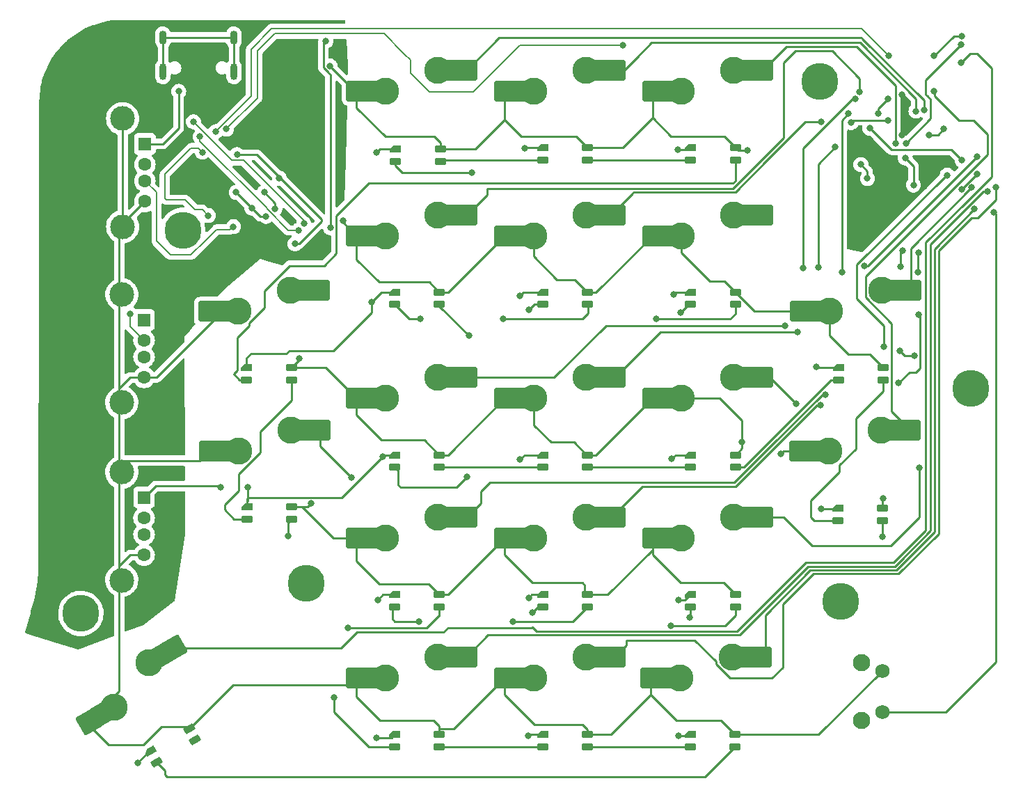
<source format=gbl>
%TF.GenerationSoftware,KiCad,Pcbnew,(6.0.5)*%
%TF.CreationDate,2022-06-01T14:10:51+01:00*%
%TF.ProjectId,Project Fauxbow,50726f6a-6563-4742-9046-617578626f77,rev?*%
%TF.SameCoordinates,Original*%
%TF.FileFunction,Copper,L2,Bot*%
%TF.FilePolarity,Positive*%
%FSLAX46Y46*%
G04 Gerber Fmt 4.6, Leading zero omitted, Abs format (unit mm)*
G04 Created by KiCad (PCBNEW (6.0.5)) date 2022-06-01 14:10:51*
%MOMM*%
%LPD*%
G01*
G04 APERTURE LIST*
G04 Aperture macros list*
%AMRoundRect*
0 Rectangle with rounded corners*
0 $1 Rounding radius*
0 $2 $3 $4 $5 $6 $7 $8 $9 X,Y pos of 4 corners*
0 Add a 4 corners polygon primitive as box body*
4,1,4,$2,$3,$4,$5,$6,$7,$8,$9,$2,$3,0*
0 Add four circle primitives for the rounded corners*
1,1,$1+$1,$2,$3*
1,1,$1+$1,$4,$5*
1,1,$1+$1,$6,$7*
1,1,$1+$1,$8,$9*
0 Add four rect primitives between the rounded corners*
20,1,$1+$1,$2,$3,$4,$5,0*
20,1,$1+$1,$4,$5,$6,$7,0*
20,1,$1+$1,$6,$7,$8,$9,0*
20,1,$1+$1,$8,$9,$2,$3,0*%
%AMRotRect*
0 Rectangle, with rotation*
0 The origin of the aperture is its center*
0 $1 length*
0 $2 width*
0 $3 Rotation angle, in degrees counterclockwise*
0 Add horizontal line*
21,1,$1,$2,0,0,$3*%
%AMFreePoly0*
4,1,18,-0.410000,0.593000,-0.403758,0.624380,-0.385983,0.650983,-0.359380,0.668758,-0.328000,0.675000,0.328000,0.675000,0.359380,0.668758,0.385983,0.650983,0.403758,0.624380,0.410000,0.593000,0.410000,-0.593000,0.403758,-0.624380,0.385983,-0.650983,0.359380,-0.668758,0.328000,-0.675000,0.000000,-0.675000,-0.410000,-0.265000,-0.410000,0.593000,-0.410000,0.593000,$1*%
G04 Aperture macros list end*
%TA.AperFunction,ComponentPad*%
%ADD10C,4.500000*%
%TD*%
%TA.AperFunction,ComponentPad*%
%ADD11O,0.900000X1.700000*%
%TD*%
%TA.AperFunction,ComponentPad*%
%ADD12O,0.900000X2.000000*%
%TD*%
%TA.AperFunction,ComponentPad*%
%ADD13C,3.000000*%
%TD*%
%TA.AperFunction,ComponentPad*%
%ADD14C,1.600000*%
%TD*%
%TA.AperFunction,ComponentPad*%
%ADD15R,1.600000X1.600000*%
%TD*%
%TA.AperFunction,ComponentPad*%
%ADD16C,2.100000*%
%TD*%
%TA.AperFunction,ComponentPad*%
%ADD17C,1.750000*%
%TD*%
%TA.AperFunction,SMDPad,CuDef*%
%ADD18FreePoly0,270.000000*%
%TD*%
%TA.AperFunction,SMDPad,CuDef*%
%ADD19RoundRect,0.082000X-0.593000X0.328000X-0.593000X-0.328000X0.593000X-0.328000X0.593000X0.328000X0*%
%TD*%
%TA.AperFunction,SMDPad,CuDef*%
%ADD20R,1.650000X2.500000*%
%TD*%
%TA.AperFunction,ComponentPad*%
%ADD21C,3.300000*%
%TD*%
%TA.AperFunction,SMDPad,CuDef*%
%ADD22RoundRect,0.250000X1.025000X1.000000X-1.025000X1.000000X-1.025000X-1.000000X1.025000X-1.000000X0*%
%TD*%
%TA.AperFunction,SMDPad,CuDef*%
%ADD23RotRect,1.650000X2.500000X30.000000*%
%TD*%
%TA.AperFunction,SMDPad,CuDef*%
%ADD24RoundRect,0.250000X0.387676X1.378525X-1.387676X0.353525X-0.387676X-1.378525X1.387676X-0.353525X0*%
%TD*%
%TA.AperFunction,SMDPad,CuDef*%
%ADD25RotRect,1.650000X2.500000X210.000000*%
%TD*%
%TA.AperFunction,SMDPad,CuDef*%
%ADD26RoundRect,0.082000X-0.677553X-0.012444X-0.349553X-0.580556X0.677553X0.012444X0.349553X0.580556X0*%
%TD*%
%TA.AperFunction,SMDPad,CuDef*%
%ADD27FreePoly0,300.000000*%
%TD*%
%TA.AperFunction,ViaPad*%
%ADD28C,0.800000*%
%TD*%
%TA.AperFunction,Conductor*%
%ADD29C,0.250000*%
%TD*%
%TA.AperFunction,Conductor*%
%ADD30C,0.200000*%
%TD*%
G04 APERTURE END LIST*
D10*
%TO.P,H1,1,1*%
%TO.N,unconnected-(H1-Pad1)*%
X162800000Y-85100000D03*
%TD*%
%TO.P,H3,1,1*%
%TO.N,unconnected-(H3-Pad1)*%
X177804668Y-128004668D03*
%TD*%
%TO.P,H2,1,1*%
%TO.N,unconnected-(H2-Pad1)*%
X240300000Y-67000000D03*
%TD*%
%TO.P,H5,1,1*%
%TO.N,unconnected-(H5-Pad1)*%
X258700000Y-104300000D03*
%TD*%
D11*
%TO.P,J1,S1,SHIELD*%
%TO.N,GND*%
X160380000Y-61660000D03*
D12*
X160380000Y-65830000D03*
X169020000Y-65830000D03*
D11*
X169020000Y-61660000D03*
%TD*%
D10*
%TO.P,H4,1,1*%
%TO.N,unconnected-(H4-Pad1)*%
X242804668Y-130204668D03*
%TD*%
D13*
%TO.P,J3,5,Shield*%
%TO.N,GND*%
X155380000Y-92930000D03*
X155380000Y-106070000D03*
D14*
%TO.P,J3,4,GND*%
X158090000Y-103000000D03*
%TO.P,J3,3,D+*%
%TO.N,/2D+*%
X158090000Y-100500000D03*
%TO.P,J3,2,D-*%
%TO.N,/2D-*%
X158090000Y-98500000D03*
D15*
%TO.P,J3,1,VBUS*%
%TO.N,VBUS*%
X158090000Y-96000000D03*
%TD*%
D16*
%TO.P,SW1,*%
%TO.N,*%
X245397500Y-137675000D03*
X245397500Y-144685000D03*
D17*
%TO.P,SW1,1,1*%
%TO.N,GND*%
X247887500Y-138675000D03*
%TO.P,SW1,2,2*%
%TO.N,reset*%
X247887500Y-143675000D03*
%TD*%
D13*
%TO.P,J4,5,Shield*%
%TO.N,GND*%
X155480000Y-71530000D03*
X155480000Y-84670000D03*
D14*
%TO.P,J4,4,GND*%
X158190000Y-81600000D03*
%TO.P,J4,3,D+*%
%TO.N,/3D+*%
X158190000Y-79100000D03*
%TO.P,J4,2,D-*%
%TO.N,/3D-*%
X158190000Y-77100000D03*
D15*
%TO.P,J4,1,VBUS*%
%TO.N,VBUS*%
X158190000Y-74600000D03*
%TD*%
%TO.P,J2,1,VBUS*%
%TO.N,VBUS*%
X158090000Y-117600000D03*
D14*
%TO.P,J2,2,D-*%
%TO.N,/1D-*%
X158090000Y-120100000D03*
%TO.P,J2,3,D+*%
%TO.N,/1D+*%
X158090000Y-122100000D03*
%TO.P,J2,4,GND*%
%TO.N,GND*%
X158090000Y-124600000D03*
D13*
%TO.P,J2,5,Shield*%
X155380000Y-114530000D03*
X155380000Y-127670000D03*
%TD*%
D10*
%TO.P,H6,1,1*%
%TO.N,unconnected-(H6-Pad1)*%
X150400000Y-131700000D03*
%TD*%
D18*
%TO.P,D21,4,VDD*%
%TO.N,VBUS*%
X188675000Y-75230000D03*
D19*
%TO.P,D21,3,DIN*%
%TO.N,LED*%
X188675000Y-76730000D03*
%TO.P,D21,2,VSS*%
%TO.N,GND*%
X194125000Y-75230000D03*
%TO.P,D21,1,DOUT*%
%TO.N,Net-(D21-Pad1)*%
X194125000Y-76730000D03*
%TD*%
%TO.P,D36,1,DOUT*%
%TO.N,Net-(D36-Pad1)*%
X176025000Y-103330000D03*
%TO.P,D36,2,VSS*%
%TO.N,GND*%
X176025000Y-101830000D03*
%TO.P,D36,3,DIN*%
%TO.N,Net-(D31-Pad1)*%
X170575000Y-103330000D03*
D18*
%TO.P,D36,4,VDD*%
%TO.N,VBUS*%
X170575000Y-101830000D03*
%TD*%
D20*
%TO.P,K3,1,1*%
%TO.N,GND*%
X185665000Y-105560000D03*
D21*
X187490000Y-105560000D03*
D22*
X183940000Y-105560000D03*
D20*
%TO.P,K3,2,2*%
%TO.N,key_3*%
X195640000Y-103020000D03*
D22*
X197390000Y-103020000D03*
D21*
X193840000Y-103020000D03*
%TD*%
%TO.P,K2,1,1*%
%TO.N,GND*%
X187490000Y-85760000D03*
D20*
X185665000Y-85760000D03*
D22*
X183940000Y-85760000D03*
D21*
%TO.P,K2,2,2*%
%TO.N,key_2*%
X193840000Y-83220000D03*
D22*
X197390000Y-83220000D03*
D20*
X195640000Y-83220000D03*
%TD*%
D21*
%TO.P,K15,1,1*%
%TO.N,GND*%
X223275000Y-139560000D03*
D22*
X219725000Y-139560000D03*
D20*
X221450000Y-139560000D03*
%TO.P,K15,2,2*%
%TO.N,key_15*%
X231425000Y-137020000D03*
D21*
X229625000Y-137020000D03*
D22*
X233175000Y-137020000D03*
%TD*%
D21*
%TO.P,K18,1,1*%
%TO.N,GND*%
X241490000Y-94960000D03*
D20*
X239665000Y-94960000D03*
D22*
X237940000Y-94960000D03*
%TO.P,K18,2,2*%
%TO.N,key_18*%
X251390000Y-92420000D03*
D21*
X247840000Y-92420000D03*
D20*
X249640000Y-92420000D03*
%TD*%
D19*
%TO.P,D26,1,DOUT*%
%TO.N,Net-(D26-Pad1)*%
X212025000Y-76530000D03*
%TO.P,D26,2,VSS*%
%TO.N,GND*%
X212025000Y-75030000D03*
%TO.P,D26,3,DIN*%
%TO.N,Net-(D21-Pad1)*%
X206575000Y-76530000D03*
D18*
%TO.P,D26,4,VDD*%
%TO.N,VBUS*%
X206575000Y-75030000D03*
%TD*%
D23*
%TO.P,K20,1,1*%
%TO.N,GND*%
X152884995Y-143989235D03*
D24*
X151391101Y-144851735D03*
D21*
X154465491Y-143076735D03*
%TO.P,K20,2,2*%
%TO.N,key_20*%
X158694753Y-137702031D03*
D24*
X161769143Y-135927031D03*
D25*
X160253598Y-136802031D03*
%TD*%
D21*
%TO.P,K5,1,1*%
%TO.N,GND*%
X187490000Y-139560000D03*
D22*
X183940000Y-139560000D03*
D20*
X185665000Y-139560000D03*
%TO.P,K5,2,2*%
%TO.N,key_5*%
X195640000Y-137020000D03*
D22*
X197390000Y-137020000D03*
D21*
X193840000Y-137020000D03*
%TD*%
D19*
%TO.P,D31,1,DOUT*%
%TO.N,Net-(D31-Pad1)*%
X230025000Y-76530000D03*
%TO.P,D31,2,VSS*%
%TO.N,GND*%
X230025000Y-75030000D03*
%TO.P,D31,3,DIN*%
%TO.N,Net-(D26-Pad1)*%
X224575000Y-76530000D03*
D18*
%TO.P,D31,4,VDD*%
%TO.N,VBUS*%
X224575000Y-75030000D03*
%TD*%
D22*
%TO.P,K8,1,1*%
%TO.N,GND*%
X201940000Y-105560000D03*
D21*
X205490000Y-105560000D03*
D20*
X203665000Y-105560000D03*
%TO.P,K8,2,2*%
%TO.N,key_8*%
X213640000Y-103020000D03*
D22*
X215390000Y-103020000D03*
D21*
X211840000Y-103020000D03*
%TD*%
D20*
%TO.P,K9,1,1*%
%TO.N,GND*%
X203665000Y-122560000D03*
D21*
X205490000Y-122560000D03*
D22*
X201940000Y-122560000D03*
D20*
%TO.P,K9,2,2*%
%TO.N,key_9*%
X213640000Y-120020000D03*
D22*
X215390000Y-120020000D03*
D21*
X211840000Y-120020000D03*
%TD*%
D19*
%TO.P,D32,1,DOUT*%
%TO.N,Net-(D27-Pad3)*%
X230025000Y-94130000D03*
%TO.P,D32,2,VSS*%
%TO.N,GND*%
X230025000Y-92630000D03*
%TO.P,D32,3,DIN*%
%TO.N,Net-(D32-Pad3)*%
X224575000Y-94130000D03*
D18*
%TO.P,D32,4,VDD*%
%TO.N,VBUS*%
X224575000Y-92630000D03*
%TD*%
D22*
%TO.P,K16,1,1*%
%TO.N,GND*%
X165940000Y-94960000D03*
D21*
X169490000Y-94960000D03*
D20*
X167665000Y-94960000D03*
D21*
%TO.P,K16,2,2*%
%TO.N,key_16*%
X175840000Y-92420000D03*
D22*
X179390000Y-92420000D03*
D20*
X177640000Y-92420000D03*
%TD*%
%TO.P,K17,1,1*%
%TO.N,GND*%
X167760000Y-111960000D03*
D21*
X169585000Y-111960000D03*
D22*
X166035000Y-111960000D03*
D20*
%TO.P,K17,2,2*%
%TO.N,key_17*%
X177735000Y-109420000D03*
D21*
X175935000Y-109420000D03*
D22*
X179485000Y-109420000D03*
%TD*%
D19*
%TO.P,D30,1,DOUT*%
%TO.N,Net-(D30-Pad1)*%
X212025000Y-147930000D03*
%TO.P,D30,2,VSS*%
%TO.N,GND*%
X212025000Y-146430000D03*
%TO.P,D30,3,DIN*%
%TO.N,Net-(D25-Pad1)*%
X206575000Y-147930000D03*
D18*
%TO.P,D30,4,VDD*%
%TO.N,VBUS*%
X206575000Y-146430000D03*
%TD*%
D22*
%TO.P,K12,1,1*%
%TO.N,GND*%
X219940000Y-85760000D03*
D21*
X223490000Y-85760000D03*
D20*
X221665000Y-85760000D03*
D22*
%TO.P,K12,2,2*%
%TO.N,key_12*%
X233390000Y-83220000D03*
D20*
X231640000Y-83220000D03*
D21*
X229840000Y-83220000D03*
%TD*%
D20*
%TO.P,K1,2,2*%
%TO.N,key_1*%
X195640000Y-65620000D03*
D21*
X193840000Y-65620000D03*
D22*
X197390000Y-65620000D03*
D21*
%TO.P,K1,1,1*%
%TO.N,GND*%
X187490000Y-68160000D03*
D22*
X183940000Y-68160000D03*
D20*
X185665000Y-68160000D03*
%TD*%
D19*
%TO.P,D33,1,DOUT*%
%TO.N,Net-(D33-Pad1)*%
X230025000Y-113930000D03*
%TO.P,D33,2,VSS*%
%TO.N,GND*%
X230025000Y-112430000D03*
%TO.P,D33,3,DIN*%
%TO.N,Net-(D28-Pad1)*%
X224575000Y-113930000D03*
D18*
%TO.P,D33,4,VDD*%
%TO.N,VBUS*%
X224575000Y-112430000D03*
%TD*%
D19*
%TO.P,D37,1,DOUT*%
%TO.N,Net-(D32-Pad3)*%
X176060000Y-120250000D03*
%TO.P,D37,2,VSS*%
%TO.N,GND*%
X176060000Y-118750000D03*
%TO.P,D37,3,DIN*%
%TO.N,Net-(D36-Pad1)*%
X170610000Y-120250000D03*
D18*
%TO.P,D37,4,VDD*%
%TO.N,VBUS*%
X170610000Y-118750000D03*
%TD*%
D22*
%TO.P,K4,1,1*%
%TO.N,GND*%
X183940000Y-122560000D03*
D20*
X185665000Y-122560000D03*
D21*
X187490000Y-122560000D03*
%TO.P,K4,2,2*%
%TO.N,key_4*%
X193840000Y-120020000D03*
D20*
X195640000Y-120020000D03*
D22*
X197390000Y-120020000D03*
%TD*%
D19*
%TO.P,D25,1,DOUT*%
%TO.N,Net-(D25-Pad1)*%
X194025000Y-147930000D03*
%TO.P,D25,2,VSS*%
%TO.N,GND*%
X194025000Y-146430000D03*
%TO.P,D25,3,DIN*%
%TO.N,Net-(D24-Pad1)*%
X188575000Y-147930000D03*
D18*
%TO.P,D25,4,VDD*%
%TO.N,VBUS*%
X188575000Y-146430000D03*
%TD*%
D19*
%TO.P,D22,1,DOUT*%
%TO.N,Net-(D22-Pad1)*%
X194025000Y-94130000D03*
%TO.P,D22,2,VSS*%
%TO.N,GND*%
X194025000Y-92630000D03*
%TO.P,D22,3,DIN*%
%TO.N,Net-(D22-Pad3)*%
X188575000Y-94130000D03*
D18*
%TO.P,D22,4,VDD*%
%TO.N,VBUS*%
X188575000Y-92630000D03*
%TD*%
D19*
%TO.P,D38,1,DOUT*%
%TO.N,Net-(D38-Pad1)*%
X248025000Y-103330000D03*
%TO.P,D38,2,VSS*%
%TO.N,GND*%
X248025000Y-101830000D03*
%TO.P,D38,3,DIN*%
%TO.N,Net-(D33-Pad1)*%
X242575000Y-103330000D03*
D18*
%TO.P,D38,4,VDD*%
%TO.N,VBUS*%
X242575000Y-101830000D03*
%TD*%
D21*
%TO.P,K10,1,1*%
%TO.N,GND*%
X205490000Y-139560000D03*
D22*
X201940000Y-139560000D03*
D20*
X203665000Y-139560000D03*
%TO.P,K10,2,2*%
%TO.N,key_10*%
X213640000Y-137020000D03*
D22*
X215390000Y-137020000D03*
D21*
X211840000Y-137020000D03*
%TD*%
D19*
%TO.P,D34,1,DOUT*%
%TO.N,Net-(D29-Pad3)*%
X230025000Y-130930000D03*
%TO.P,D34,2,VSS*%
%TO.N,GND*%
X230025000Y-129430000D03*
%TO.P,D34,3,DIN*%
%TO.N,Net-(D34-Pad3)*%
X224575000Y-130930000D03*
D18*
%TO.P,D34,4,VDD*%
%TO.N,VBUS*%
X224575000Y-129430000D03*
%TD*%
D22*
%TO.P,K6,1,1*%
%TO.N,GND*%
X201940000Y-68160000D03*
D20*
X203665000Y-68160000D03*
D21*
X205490000Y-68160000D03*
D20*
%TO.P,K6,2,2*%
%TO.N,key_6*%
X213640000Y-65620000D03*
D22*
X215390000Y-65620000D03*
D21*
X211840000Y-65620000D03*
%TD*%
D20*
%TO.P,K7,1,1*%
%TO.N,GND*%
X203665000Y-85760000D03*
D22*
X201940000Y-85760000D03*
D21*
X205490000Y-85760000D03*
D20*
%TO.P,K7,2,2*%
%TO.N,key_7*%
X213640000Y-83220000D03*
D22*
X215390000Y-83220000D03*
D21*
X211840000Y-83220000D03*
%TD*%
%TO.P,K14,1,1*%
%TO.N,GND*%
X223490000Y-122560000D03*
D20*
X221665000Y-122560000D03*
D22*
X219940000Y-122560000D03*
D21*
%TO.P,K14,2,2*%
%TO.N,key_14*%
X229840000Y-120020000D03*
D20*
X231640000Y-120020000D03*
D22*
X233390000Y-120020000D03*
%TD*%
D20*
%TO.P,K11,1,1*%
%TO.N,GND*%
X221665000Y-68160000D03*
D21*
X223490000Y-68160000D03*
D22*
X219940000Y-68160000D03*
D21*
%TO.P,K11,2,2*%
%TO.N,key_11*%
X229840000Y-65620000D03*
D22*
X233390000Y-65620000D03*
D20*
X231640000Y-65620000D03*
%TD*%
D19*
%TO.P,D28,1,DOUT*%
%TO.N,Net-(D28-Pad1)*%
X212025000Y-113930000D03*
%TO.P,D28,2,VSS*%
%TO.N,GND*%
X212025000Y-112430000D03*
%TO.P,D28,3,DIN*%
%TO.N,Net-(D23-Pad1)*%
X206575000Y-113930000D03*
D18*
%TO.P,D28,4,VDD*%
%TO.N,VBUS*%
X206575000Y-112430000D03*
%TD*%
D19*
%TO.P,D24,1,DOUT*%
%TO.N,Net-(D24-Pad1)*%
X194025000Y-130930000D03*
%TO.P,D24,2,VSS*%
%TO.N,GND*%
X194025000Y-129430000D03*
%TO.P,D24,3,DIN*%
%TO.N,Net-(D24-Pad3)*%
X188575000Y-130930000D03*
D18*
%TO.P,D24,4,VDD*%
%TO.N,VBUS*%
X188575000Y-129430000D03*
%TD*%
D26*
%TO.P,D40,1,DOUT*%
%TO.N,unconnected-(D40-Pad1)*%
X164309967Y-147057868D03*
%TO.P,D40,2,VSS*%
%TO.N,GND*%
X163559967Y-145758830D03*
%TO.P,D40,3,DIN*%
%TO.N,Net-(D35-Pad1)*%
X159590129Y-149782868D03*
D27*
%TO.P,D40,4,VDD*%
%TO.N,VBUS*%
X158840129Y-148483830D03*
%TD*%
D19*
%TO.P,D27,1,DOUT*%
%TO.N,Net-(D22-Pad3)*%
X212025000Y-94130000D03*
%TO.P,D27,2,VSS*%
%TO.N,GND*%
X212025000Y-92630000D03*
%TO.P,D27,3,DIN*%
%TO.N,Net-(D27-Pad3)*%
X206575000Y-94130000D03*
D18*
%TO.P,D27,4,VDD*%
%TO.N,VBUS*%
X206575000Y-92630000D03*
%TD*%
D19*
%TO.P,D39,1,DOUT*%
%TO.N,Net-(D34-Pad3)*%
X247925000Y-120390000D03*
%TO.P,D39,2,VSS*%
%TO.N,GND*%
X247925000Y-118890000D03*
%TO.P,D39,3,DIN*%
%TO.N,Net-(D38-Pad1)*%
X242475000Y-120390000D03*
D18*
%TO.P,D39,4,VDD*%
%TO.N,VBUS*%
X242475000Y-118890000D03*
%TD*%
D21*
%TO.P,K19,1,1*%
%TO.N,GND*%
X241425000Y-111960000D03*
D20*
X239600000Y-111960000D03*
D22*
X237875000Y-111960000D03*
D21*
%TO.P,K19,2,2*%
%TO.N,key_19*%
X247775000Y-109420000D03*
D20*
X249575000Y-109420000D03*
D22*
X251325000Y-109420000D03*
%TD*%
D19*
%TO.P,D23,1,DOUT*%
%TO.N,Net-(D23-Pad1)*%
X194025000Y-113930000D03*
%TO.P,D23,2,VSS*%
%TO.N,GND*%
X194025000Y-112430000D03*
%TO.P,D23,3,DIN*%
%TO.N,Net-(D22-Pad1)*%
X188575000Y-113930000D03*
D18*
%TO.P,D23,4,VDD*%
%TO.N,VBUS*%
X188575000Y-112430000D03*
%TD*%
D20*
%TO.P,K13,1,1*%
%TO.N,GND*%
X221665000Y-105560000D03*
D21*
X223490000Y-105560000D03*
D22*
X219940000Y-105560000D03*
%TO.P,K13,2,2*%
%TO.N,key_13*%
X233390000Y-103020000D03*
D20*
X231640000Y-103020000D03*
D21*
X229840000Y-103020000D03*
%TD*%
D19*
%TO.P,D29,1,DOUT*%
%TO.N,Net-(D24-Pad3)*%
X212025000Y-130930000D03*
%TO.P,D29,2,VSS*%
%TO.N,GND*%
X212025000Y-129430000D03*
%TO.P,D29,3,DIN*%
%TO.N,Net-(D29-Pad3)*%
X206575000Y-130930000D03*
D18*
%TO.P,D29,4,VDD*%
%TO.N,VBUS*%
X206575000Y-129430000D03*
%TD*%
D19*
%TO.P,D35,1,DOUT*%
%TO.N,Net-(D35-Pad1)*%
X230010000Y-147930000D03*
%TO.P,D35,2,VSS*%
%TO.N,GND*%
X230010000Y-146430000D03*
%TO.P,D35,3,DIN*%
%TO.N,Net-(D30-Pad1)*%
X224560000Y-147930000D03*
D18*
%TO.P,D35,4,VDD*%
%TO.N,VBUS*%
X224560000Y-146430000D03*
%TD*%
D28*
%TO.N,/2D-*%
X156400000Y-95300000D03*
%TO.N,GND*%
X182300000Y-83900000D03*
X235600000Y-112300000D03*
X178400000Y-118324500D03*
X250300000Y-68600000D03*
X253000000Y-79800000D03*
X180700000Y-65100000D03*
X245700000Y-84100000D03*
X177000000Y-100700000D03*
X230800000Y-110900000D03*
X231500000Y-75400000D03*
X248000000Y-117700000D03*
X250300000Y-73500000D03*
%TO.N,Net-(C2-Pad2)*%
X246100000Y-78800000D03*
X245300000Y-77100000D03*
%TO.N,+3V3*%
X169300000Y-80500000D03*
X171200000Y-82400000D03*
X172928678Y-83409002D03*
%TO.N,/1.8*%
X174550264Y-78749736D03*
X176453817Y-86746183D03*
X172700000Y-80500000D03*
X169400000Y-75900000D03*
X174000000Y-82500000D03*
%TO.N,/MD+*%
X177521584Y-84278416D03*
X164100000Y-71900000D03*
%TO.N,/MD-*%
X176900000Y-85100000D03*
X164900000Y-73700000D03*
%TO.N,/3D+*%
X168967372Y-84661212D03*
%TO.N,key_1*%
X253000000Y-70500000D03*
%TO.N,key_2*%
X245129735Y-68252424D03*
%TO.N,key_3*%
X244600000Y-69100000D03*
X238300000Y-89700000D03*
X236100000Y-96700000D03*
%TO.N,key_4*%
X243000000Y-90200000D03*
X243800000Y-70900000D03*
X241000000Y-105100000D03*
%TO.N,key_5*%
X260700000Y-80400000D03*
%TO.N,key_6*%
X252000000Y-70600000D03*
%TO.N,LED*%
X198000000Y-78100000D03*
%TO.N,VBUS*%
X223100000Y-130100000D03*
X187100000Y-112600000D03*
X186400000Y-75600000D03*
X203800000Y-113000000D03*
X247400000Y-70900000D03*
X248600000Y-69100000D03*
X239900000Y-101700000D03*
X186500000Y-130100000D03*
X204400000Y-75100000D03*
X257600000Y-61500000D03*
X185800000Y-93800000D03*
X222500000Y-92900000D03*
X186400000Y-146800000D03*
X167400000Y-116400000D03*
X203800000Y-93100000D03*
X254200000Y-63900000D03*
X240500000Y-119000000D03*
X223000000Y-75300000D03*
X222300000Y-112900000D03*
X204900000Y-129800000D03*
X170700000Y-116400000D03*
X204800000Y-146600000D03*
X223100000Y-146600000D03*
X157300000Y-149900000D03*
X162300000Y-68200000D03*
%TO.N,Net-(D22-Pad1)*%
X197600000Y-97900000D03*
X197400000Y-115100000D03*
%TO.N,Net-(D22-Pad3)*%
X191700000Y-95900000D03*
X201800000Y-95900000D03*
%TO.N,Net-(D24-Pad1)*%
X182900000Y-133500000D03*
X181200000Y-141900000D03*
%TO.N,Net-(D24-Pad3)*%
X191500000Y-132700000D03*
X203000000Y-132700000D03*
%TO.N,Net-(D27-Pad3)*%
X220400000Y-95900000D03*
X204900000Y-94800000D03*
%TO.N,Net-(D29-Pad3)*%
X205300000Y-131600000D03*
X222200000Y-133175500D03*
%TO.N,Net-(D32-Pad3)*%
X223400000Y-95100000D03*
X175600000Y-122300000D03*
%TO.N,Net-(D34-Pad3)*%
X247900000Y-122400000D03*
X224500000Y-132200000D03*
%TO.N,key_7*%
X248600000Y-71700000D03*
X253600000Y-73500000D03*
X255400000Y-72800000D03*
X240437701Y-71937701D03*
X244100000Y-72000000D03*
%TO.N,key_8*%
X242200000Y-75000000D03*
X240100000Y-89600000D03*
X237600000Y-97500000D03*
%TO.N,key_9*%
X245700000Y-89424500D03*
X259396383Y-76179018D03*
X240362299Y-106362299D03*
%TO.N,key_10*%
X261700000Y-79900000D03*
%TO.N,reset*%
X257587701Y-80087701D03*
X257612299Y-76587701D03*
X259400000Y-78300000D03*
X261500000Y-82900000D03*
X246400000Y-72700000D03*
%TO.N,key_11*%
X249500000Y-74500000D03*
%TO.N,key_13*%
X249900000Y-103700000D03*
X252300000Y-87800000D03*
X252300000Y-95400000D03*
X250700000Y-76300000D03*
X251700000Y-79600000D03*
X252200000Y-90200000D03*
X237400000Y-106200000D03*
%TO.N,key_14*%
X250100000Y-89500000D03*
X250400000Y-87600000D03*
X252400000Y-114000000D03*
%TO.N,key_15*%
X259112299Y-82512299D03*
%TO.N,key_16*%
X257500000Y-62500000D03*
X250800000Y-74500000D03*
X180775500Y-84800000D03*
X180200000Y-62100000D03*
%TO.N,key_17*%
X255800000Y-78400000D03*
X250000000Y-99800000D03*
X183300000Y-115200000D03*
X251800000Y-100400000D03*
X248100000Y-99300000D03*
%TO.N,key_18*%
X258800000Y-79900000D03*
%TO.N,key_19*%
X254200000Y-68200000D03*
%TO.N,key_20*%
X257487701Y-64712299D03*
%TO.N,4D-*%
X166800000Y-73100000D03*
X248700000Y-63900000D03*
%TO.N,4D+*%
X168100000Y-72800000D03*
X165200000Y-75600000D03*
X165900000Y-83300000D03*
X216300000Y-62600000D03*
%TD*%
D29*
%TO.N,GND*%
X214882091Y-146430000D02*
X219725000Y-141587091D01*
X212025000Y-146430000D02*
X214882091Y-146430000D01*
D30*
%TO.N,/2D-*%
X156400000Y-96810000D02*
X158090000Y-98500000D01*
X156400000Y-95300000D02*
X156400000Y-96810000D01*
D29*
%TO.N,GND*%
X156390000Y-103000000D02*
X159625000Y-103000000D01*
X155080000Y-104310000D02*
X156390000Y-103000000D01*
X159625000Y-103000000D02*
X167665000Y-94960000D01*
X155080000Y-104670000D02*
X155080000Y-104310000D01*
X155080000Y-125910000D02*
X155080000Y-126270000D01*
X156390000Y-124600000D02*
X155080000Y-125910000D01*
X158090000Y-124600000D02*
X156390000Y-124600000D01*
%TO.N,VBUS*%
X167200000Y-116200000D02*
X167400000Y-116400000D01*
X159490000Y-116200000D02*
X167200000Y-116200000D01*
X158090000Y-117600000D02*
X159490000Y-116200000D01*
%TO.N,GND*%
X211400000Y-128000000D02*
X205352909Y-128000000D01*
X155080000Y-91530000D02*
X155080000Y-85070000D01*
X230025000Y-75030000D02*
X228695000Y-73700000D01*
X183940000Y-122560000D02*
X181160000Y-122560000D01*
X163559967Y-145758830D02*
X163305443Y-145504306D01*
X207600000Y-110900000D02*
X205490000Y-108790000D01*
X237875000Y-111960000D02*
X235940000Y-111960000D01*
X177000000Y-100700000D02*
X177000000Y-100855000D01*
X230010000Y-146430000D02*
X240132500Y-146430000D01*
X212025000Y-146430000D02*
X212025000Y-145825000D01*
X186952909Y-110600000D02*
X192195000Y-110600000D01*
X211930000Y-112430000D02*
X210400000Y-110900000D01*
X182300000Y-84120000D02*
X182300000Y-83900000D01*
X223490000Y-87839454D02*
X223490000Y-85760000D01*
X212025000Y-129430000D02*
X214450000Y-129430000D01*
X204000000Y-73700000D02*
X201940000Y-71640000D01*
X230395000Y-75400000D02*
X230025000Y-75030000D01*
X160380000Y-61660000D02*
X160380000Y-65830000D01*
X194025000Y-145425000D02*
X193300000Y-144700000D01*
X183760000Y-68160000D02*
X180700000Y-65100000D01*
X201940000Y-139560000D02*
X195725000Y-145775000D01*
X210495000Y-91100000D02*
X208300000Y-91100000D01*
X240132500Y-146430000D02*
X247887500Y-138675000D01*
X211700000Y-129105000D02*
X211700000Y-128300000D01*
X192695000Y-128100000D02*
X186700000Y-128100000D01*
X183940000Y-68160000D02*
X183760000Y-68160000D01*
X195070000Y-112430000D02*
X201940000Y-105560000D01*
X194125000Y-75230000D02*
X198350000Y-75230000D01*
X151391101Y-145291101D02*
X151391101Y-144851735D01*
X222200000Y-73700000D02*
X219940000Y-71440000D01*
X248025000Y-101830000D02*
X246395000Y-100200000D01*
X183940000Y-125340000D02*
X183940000Y-122560000D01*
X213070000Y-92630000D02*
X212025000Y-92630000D01*
X195070000Y-129430000D02*
X194025000Y-129430000D01*
X212025000Y-92630000D02*
X210495000Y-91100000D01*
X183940000Y-105560000D02*
X183940000Y-107587091D01*
X226950546Y-91300000D02*
X223490000Y-87839454D01*
X228280000Y-144700000D02*
X222837909Y-144700000D01*
X195725000Y-145775000D02*
X194025000Y-145775000D01*
X183940000Y-85760000D02*
X183940000Y-88640000D01*
X155080000Y-85070000D02*
X155480000Y-84670000D01*
X228695000Y-91300000D02*
X226950546Y-91300000D01*
X201940000Y-122560000D02*
X195070000Y-129430000D01*
X168918797Y-140400000D02*
X163559967Y-145758830D01*
X151391101Y-144851735D02*
X155080000Y-141162836D01*
X194125000Y-75230000D02*
X194125000Y-74425000D01*
X219940000Y-71440000D02*
X219940000Y-68160000D01*
X219725000Y-141587091D02*
X219725000Y-139560000D01*
X250300000Y-73500000D02*
X250300000Y-68600000D01*
X237940000Y-94960000D02*
X232355000Y-94960000D01*
X183940000Y-85760000D02*
X182300000Y-84120000D01*
X198350000Y-75230000D02*
X201940000Y-71640000D01*
X243800000Y-100200000D02*
X241490000Y-97890000D01*
X186800000Y-144700000D02*
X183940000Y-141840000D01*
X183940000Y-88640000D02*
X186700000Y-91400000D01*
X230025000Y-129430000D02*
X228595000Y-128000000D01*
X183940000Y-141840000D02*
X183940000Y-139560000D01*
X166035000Y-111960000D02*
X164865000Y-113130000D01*
X241490000Y-97890000D02*
X241490000Y-94960000D01*
X155080000Y-91530000D02*
X155080000Y-104670000D01*
X194025000Y-112430000D02*
X195070000Y-112430000D01*
X208300000Y-91100000D02*
X205490000Y-88290000D01*
X201940000Y-71640000D02*
X201940000Y-68160000D01*
X230800000Y-108250546D02*
X228109454Y-105560000D01*
X183940000Y-70187091D02*
X183940000Y-68160000D01*
X155080000Y-104670000D02*
X155080000Y-113130000D01*
X155480000Y-71530000D02*
X155480000Y-84670000D01*
X230800000Y-111655000D02*
X230025000Y-112430000D01*
X163305443Y-145504306D02*
X160195694Y-145504306D01*
X245700000Y-84100000D02*
X248700000Y-84100000D01*
X194025000Y-146430000D02*
X194025000Y-145775000D01*
X201940000Y-141587091D02*
X201940000Y-139560000D01*
X212025000Y-75030000D02*
X216350000Y-75030000D01*
X210695000Y-73700000D02*
X204000000Y-73700000D01*
X186700000Y-91400000D02*
X192795000Y-91400000D01*
X180210000Y-101830000D02*
X176025000Y-101830000D01*
X195070000Y-92630000D02*
X201940000Y-85760000D01*
X205552909Y-145200000D02*
X201940000Y-141587091D01*
X231500000Y-75400000D02*
X230395000Y-75400000D01*
X212025000Y-112430000D02*
X211930000Y-112430000D01*
X201940000Y-124587091D02*
X201940000Y-122560000D01*
X155080000Y-141162836D02*
X155080000Y-126270000D01*
X212025000Y-75030000D02*
X210695000Y-73700000D01*
X230800000Y-110900000D02*
X230800000Y-108250546D01*
X214450000Y-129430000D02*
X219940000Y-123940000D01*
X153800000Y-147700000D02*
X151391101Y-145291101D01*
X205490000Y-88290000D02*
X205490000Y-85760000D01*
X247925000Y-117775000D02*
X248000000Y-117700000D01*
X228109454Y-105560000D02*
X223490000Y-105560000D01*
X194025000Y-129430000D02*
X192695000Y-128100000D01*
X219940000Y-85760000D02*
X213070000Y-92630000D01*
X169020000Y-61660000D02*
X160380000Y-61660000D01*
X230800000Y-110900000D02*
X230800000Y-111655000D01*
X219940000Y-123940000D02*
X219940000Y-122560000D01*
X222837909Y-144700000D02*
X219725000Y-141587091D01*
X187452909Y-73700000D02*
X183940000Y-70187091D01*
X247925000Y-118890000D02*
X247925000Y-117775000D01*
X183940000Y-139560000D02*
X183100000Y-140400000D01*
X230025000Y-92630000D02*
X228695000Y-91300000D01*
X212025000Y-145825000D02*
X211400000Y-145200000D01*
X177350000Y-118750000D02*
X176060000Y-118750000D01*
X248700000Y-84100000D02*
X253000000Y-79800000D01*
X228595000Y-128000000D02*
X223352909Y-128000000D01*
X193300000Y-144700000D02*
X186800000Y-144700000D01*
X186700000Y-128100000D02*
X183940000Y-125340000D01*
X164865000Y-113130000D02*
X155080000Y-113130000D01*
X205352909Y-128000000D02*
X201940000Y-124587091D01*
X219940000Y-124587091D02*
X219940000Y-123940000D01*
X194125000Y-74425000D02*
X193400000Y-73700000D01*
X155080000Y-126270000D02*
X155080000Y-113130000D01*
X183940000Y-105560000D02*
X180210000Y-101830000D01*
X246395000Y-100200000D02*
X243800000Y-100200000D01*
X192195000Y-110600000D02*
X194025000Y-112430000D01*
X193400000Y-73700000D02*
X187452909Y-73700000D01*
X177000000Y-100855000D02*
X176025000Y-101830000D01*
X194025000Y-145775000D02*
X194025000Y-145425000D01*
X169020000Y-65830000D02*
X169020000Y-61660000D01*
X211700000Y-128300000D02*
X211400000Y-128000000D01*
X192795000Y-91400000D02*
X194025000Y-92630000D01*
X210400000Y-110900000D02*
X207600000Y-110900000D01*
X183100000Y-140400000D02*
X168918797Y-140400000D01*
X158000000Y-147700000D02*
X153800000Y-147700000D01*
X183940000Y-107587091D02*
X186952909Y-110600000D01*
X213070000Y-112430000D02*
X219940000Y-105560000D01*
X181160000Y-122560000D02*
X177350000Y-118750000D01*
X212025000Y-112430000D02*
X213070000Y-112430000D01*
X232355000Y-94960000D02*
X230025000Y-92630000D01*
X177974500Y-118750000D02*
X178400000Y-118324500D01*
X155480000Y-84310000D02*
X155480000Y-84670000D01*
X216350000Y-75030000D02*
X219940000Y-71440000D01*
X194025000Y-92630000D02*
X195070000Y-92630000D01*
X212025000Y-129430000D02*
X211700000Y-129105000D01*
X228695000Y-73700000D02*
X222200000Y-73700000D01*
X160195694Y-145504306D02*
X158000000Y-147700000D01*
X235940000Y-111960000D02*
X235600000Y-112300000D01*
X205490000Y-108790000D02*
X205490000Y-105560000D01*
X158190000Y-81600000D02*
X155480000Y-84310000D01*
X176060000Y-118750000D02*
X177974500Y-118750000D01*
X211400000Y-145200000D02*
X205552909Y-145200000D01*
X223352909Y-128000000D02*
X219940000Y-124587091D01*
X230010000Y-146430000D02*
X228280000Y-144700000D01*
%TO.N,Net-(C2-Pad2)*%
X246100000Y-77900000D02*
X245300000Y-77100000D01*
X246100000Y-78800000D02*
X246100000Y-77900000D01*
%TO.N,+3V3*%
X172209002Y-83409002D02*
X171200000Y-82400000D01*
X172928678Y-83409002D02*
X172209002Y-83409002D01*
X171200000Y-82400000D02*
X169300000Y-80500000D01*
%TO.N,/1.8*%
X174000000Y-81800000D02*
X172700000Y-80500000D01*
X171800000Y-75900000D02*
X169400000Y-75900000D01*
X179400000Y-83500000D02*
X171800000Y-75900000D01*
X176953817Y-86746183D02*
X179700000Y-84000000D01*
X179700000Y-84000000D02*
X179700000Y-83800000D01*
X174000000Y-82500000D02*
X174000000Y-81800000D01*
X179700000Y-83800000D02*
X179400000Y-83500000D01*
X176453817Y-86746183D02*
X176953817Y-86746183D01*
D30*
%TO.N,/MD+*%
X168799511Y-76599511D02*
X164100000Y-71900000D01*
X177521584Y-84278416D02*
X177521584Y-83921584D01*
X177521584Y-83921584D02*
X170199511Y-76599511D01*
X170199511Y-76599511D02*
X168799511Y-76599511D01*
%TO.N,/MD-*%
X164900000Y-73700000D02*
X164900000Y-74300000D01*
X164900000Y-74300000D02*
X173040326Y-82440326D01*
X173040326Y-82440326D02*
X173040326Y-82531391D01*
X173040326Y-82531391D02*
X175608935Y-85100000D01*
X175608935Y-85100000D02*
X176900000Y-85100000D01*
%TO.N,/3D+*%
X159600000Y-86400000D02*
X161300000Y-88100000D01*
X168838788Y-84661212D02*
X168967372Y-84661212D01*
X165500000Y-86400000D02*
X166900000Y-85000000D01*
X161300000Y-88100000D02*
X163600000Y-88100000D01*
X159600000Y-80500000D02*
X159600000Y-86400000D01*
X168500000Y-85000000D02*
X168838788Y-84661212D01*
X159590000Y-80500000D02*
X159600000Y-80500000D01*
X158190000Y-79100000D02*
X159590000Y-80500000D01*
X166900000Y-85000000D02*
X168500000Y-85000000D01*
X163600000Y-88100000D02*
X163800000Y-88100000D01*
X163800000Y-88100000D02*
X165500000Y-86400000D01*
D29*
%TO.N,key_1*%
X245500000Y-61800000D02*
X253000000Y-69300000D01*
X253000000Y-69300000D02*
X253000000Y-70500000D01*
X202700000Y-61700000D02*
X245400000Y-61700000D01*
X245400000Y-61700000D02*
X245500000Y-61800000D01*
X197390000Y-65620000D02*
X201310000Y-61700000D01*
X201310000Y-61700000D02*
X202700000Y-61700000D01*
%TO.N,key_2*%
X229735718Y-80000000D02*
X230149520Y-79586197D01*
X235900000Y-73835717D02*
X235900000Y-67400000D01*
X245129735Y-66629735D02*
X245129735Y-68252424D01*
X237100000Y-63500000D02*
X237300000Y-63300000D01*
X235900000Y-67400000D02*
X235900000Y-64700000D01*
X241800000Y-63300000D02*
X245129735Y-66629735D01*
X199800000Y-80810000D02*
X199800000Y-80000000D01*
X199800000Y-80000000D02*
X229735718Y-80000000D01*
X230149520Y-79586197D02*
X235900000Y-73835717D01*
X197390000Y-83220000D02*
X199800000Y-80810000D01*
X237300000Y-63300000D02*
X241800000Y-63300000D01*
X235900000Y-64700000D02*
X237100000Y-63500000D01*
%TO.N,key_3*%
X238300000Y-75100000D02*
X243600000Y-69800000D01*
X244300000Y-69100000D02*
X244600000Y-69100000D01*
X243600000Y-69800000D02*
X244300000Y-69100000D01*
X238300000Y-89700000D02*
X238300000Y-75100000D01*
X207980000Y-103020000D02*
X214300000Y-96700000D01*
X214300000Y-96700000D02*
X236100000Y-96700000D01*
X195640000Y-103020000D02*
X207980000Y-103020000D01*
%TO.N,key_4*%
X197390000Y-120020000D02*
X199100000Y-118310000D01*
X204800000Y-115800000D02*
X229900000Y-115800000D01*
X199100000Y-116900000D02*
X200200000Y-115800000D01*
X199100000Y-118310000D02*
X199100000Y-116900000D01*
X243000000Y-90200000D02*
X243000000Y-71700000D01*
X240600000Y-105100000D02*
X241000000Y-105100000D01*
X234300000Y-111400000D02*
X240600000Y-105100000D01*
X243000000Y-71700000D02*
X243800000Y-70900000D01*
X229900000Y-115800000D02*
X234300000Y-111400000D01*
X200200000Y-115800000D02*
X204800000Y-115800000D01*
%TO.N,key_5*%
X238900000Y-126000000D02*
X249435718Y-126000000D01*
X253800000Y-121500000D02*
X253800000Y-86800000D01*
X197390000Y-137020000D02*
X197390000Y-136910000D01*
X260200000Y-80400000D02*
X260700000Y-80400000D01*
X250017859Y-125417859D02*
X253800000Y-121635718D01*
X249435718Y-126000000D02*
X250017859Y-125417859D01*
X230550469Y-134349531D02*
X238900000Y-126000000D01*
X197390000Y-136910000D02*
X199950469Y-134349531D01*
X253800000Y-121635718D02*
X253800000Y-121500000D01*
X206500000Y-134349531D02*
X230550469Y-134349531D01*
X199950469Y-134349531D02*
X206500000Y-134349531D01*
X254600000Y-86000000D02*
X260200000Y-80400000D01*
X253800000Y-86800000D02*
X254600000Y-86000000D01*
%TO.N,key_6*%
X245200000Y-62300000D02*
X252000000Y-69100000D01*
X215390000Y-65620000D02*
X216480000Y-65620000D01*
X219800000Y-62300000D02*
X245200000Y-62300000D01*
X252000000Y-69100000D02*
X252000000Y-70600000D01*
X218000000Y-64100000D02*
X219800000Y-62300000D01*
X216480000Y-65620000D02*
X218000000Y-64100000D01*
%TO.N,Net-(D21-Pad1)*%
X194325000Y-76530000D02*
X194125000Y-76730000D01*
X206575000Y-76530000D02*
X194325000Y-76530000D01*
%TO.N,LED*%
X188675000Y-77275000D02*
X188800000Y-77400000D01*
X188800000Y-77400000D02*
X189500000Y-78100000D01*
X188675000Y-76730000D02*
X188675000Y-77275000D01*
X189500000Y-78100000D02*
X198000000Y-78100000D01*
%TO.N,VBUS*%
X162300000Y-72700000D02*
X162300000Y-68400000D01*
X206575000Y-129430000D02*
X205270000Y-129430000D01*
X161600000Y-73400000D02*
X162300000Y-72700000D01*
X239900000Y-101700000D02*
X240030000Y-101830000D01*
X185800000Y-95100000D02*
X185800000Y-93800000D01*
X224305000Y-75300000D02*
X224575000Y-75030000D01*
X171100000Y-100100000D02*
X175400000Y-100100000D01*
X204370000Y-112430000D02*
X203800000Y-113000000D01*
X188575000Y-129430000D02*
X187170000Y-129430000D01*
X223100000Y-146600000D02*
X224390000Y-146600000D01*
X170700000Y-118020000D02*
X170610000Y-118110000D01*
X223000000Y-75300000D02*
X224305000Y-75300000D01*
X188675000Y-75230000D02*
X186770000Y-75230000D01*
X206575000Y-75030000D02*
X204470000Y-75030000D01*
X204270000Y-92630000D02*
X203800000Y-93100000D01*
X224575000Y-112430000D02*
X222770000Y-112430000D01*
X175744852Y-99755148D02*
X181144852Y-99755148D01*
X158840129Y-148483830D02*
X158716170Y-148483830D01*
X181144852Y-99755148D02*
X185800000Y-95100000D01*
X188575000Y-92630000D02*
X186970000Y-92630000D01*
X188205000Y-146800000D02*
X188575000Y-146430000D01*
X187170000Y-129430000D02*
X186500000Y-130100000D01*
X188575000Y-112430000D02*
X187270000Y-112430000D01*
X170700000Y-116400000D02*
X170700000Y-118020000D01*
X170700000Y-117600000D02*
X182100000Y-117600000D01*
X186970000Y-92630000D02*
X185800000Y-93800000D01*
X257600000Y-61500000D02*
X256600000Y-61500000D01*
X175400000Y-100100000D02*
X175744852Y-99755148D01*
X222770000Y-92630000D02*
X222500000Y-92900000D01*
X204470000Y-75030000D02*
X204400000Y-75100000D01*
X247400000Y-70900000D02*
X247400000Y-70300000D01*
X186770000Y-75230000D02*
X186400000Y-75600000D01*
X170575000Y-101830000D02*
X170575000Y-100625000D01*
X186400000Y-146800000D02*
X188205000Y-146800000D01*
X222770000Y-112430000D02*
X222300000Y-112900000D01*
X182100000Y-117600000D02*
X187100000Y-112600000D01*
X247400000Y-70300000D02*
X248600000Y-69100000D01*
X158190000Y-74600000D02*
X160400000Y-74600000D01*
X170575000Y-100625000D02*
X171100000Y-100100000D01*
X223100000Y-130100000D02*
X223905000Y-130100000D01*
X242365000Y-119000000D02*
X242475000Y-118890000D01*
X205270000Y-129430000D02*
X204900000Y-129800000D01*
X224575000Y-92630000D02*
X222770000Y-92630000D01*
X170610000Y-118750000D02*
X170610000Y-118110000D01*
X206575000Y-112430000D02*
X204370000Y-112430000D01*
X162300000Y-68400000D02*
X162300000Y-68200000D01*
X224390000Y-146600000D02*
X224560000Y-146430000D01*
X256600000Y-61500000D02*
X254200000Y-63900000D01*
X158716170Y-148483830D02*
X157300000Y-149900000D01*
X160400000Y-74600000D02*
X161600000Y-73400000D01*
X204970000Y-146430000D02*
X204800000Y-146600000D01*
X170610000Y-118110000D02*
X170610000Y-117690000D01*
X240500000Y-119000000D02*
X242365000Y-119000000D01*
X170610000Y-117690000D02*
X170700000Y-117600000D01*
X240030000Y-101830000D02*
X242575000Y-101830000D01*
X224560000Y-146430000D02*
X224430000Y-146430000D01*
X187270000Y-112430000D02*
X187100000Y-112600000D01*
X223905000Y-130100000D02*
X224575000Y-129430000D01*
X206575000Y-146430000D02*
X204970000Y-146430000D01*
X206575000Y-92630000D02*
X204270000Y-92630000D01*
%TO.N,Net-(D22-Pad1)*%
X189000000Y-116100000D02*
X189300000Y-116400000D01*
X196100000Y-116400000D02*
X197400000Y-115100000D01*
X197600000Y-97900000D02*
X194025000Y-94325000D01*
X194025000Y-94325000D02*
X194025000Y-94130000D01*
X189000000Y-114355000D02*
X189000000Y-116100000D01*
X189300000Y-116400000D02*
X195100000Y-116400000D01*
X188575000Y-113930000D02*
X189000000Y-114355000D01*
X195100000Y-116400000D02*
X196100000Y-116400000D01*
%TO.N,Net-(D22-Pad3)*%
X201800000Y-95900000D02*
X211400000Y-95900000D01*
X212100000Y-95200000D02*
X212100000Y-94205000D01*
X212100000Y-94205000D02*
X212025000Y-94130000D01*
X188575000Y-94130000D02*
X190345000Y-95900000D01*
X190345000Y-95900000D02*
X191700000Y-95900000D01*
X211400000Y-95900000D02*
X212100000Y-95200000D01*
%TO.N,Net-(D23-Pad1)*%
X206575000Y-113930000D02*
X194025000Y-113930000D01*
%TO.N,Net-(D24-Pad1)*%
X185430000Y-147930000D02*
X184300000Y-146800000D01*
X184300000Y-146800000D02*
X181200000Y-143700000D01*
X194025000Y-130930000D02*
X194025000Y-132025000D01*
X182900000Y-133500000D02*
X192500000Y-133500000D01*
X188575000Y-147930000D02*
X185430000Y-147930000D01*
X194025000Y-131975000D02*
X194025000Y-130930000D01*
X192500000Y-133500000D02*
X194025000Y-131975000D01*
X181200000Y-143700000D02*
X181200000Y-141900000D01*
%TO.N,Net-(D24-Pad3)*%
X188575000Y-130930000D02*
X188300000Y-131205000D01*
X210255000Y-132700000D02*
X212025000Y-130930000D01*
X203000000Y-132700000D02*
X210255000Y-132700000D01*
X188600000Y-132700000D02*
X191500000Y-132700000D01*
X188300000Y-132400000D02*
X188600000Y-132700000D01*
X188300000Y-131205000D02*
X188300000Y-132400000D01*
%TO.N,Net-(D25-Pad1)*%
X206575000Y-147930000D02*
X194025000Y-147930000D01*
%TO.N,Net-(D26-Pad1)*%
X224575000Y-76530000D02*
X212025000Y-76530000D01*
%TO.N,Net-(D27-Pad3)*%
X220400000Y-95900000D02*
X229400000Y-95900000D01*
X205570000Y-94130000D02*
X204900000Y-94800000D01*
X229400000Y-95900000D02*
X230025000Y-95275000D01*
X230025000Y-95275000D02*
X230025000Y-94130000D01*
X206575000Y-94130000D02*
X205570000Y-94130000D01*
%TO.N,Net-(D28-Pad1)*%
X224575000Y-113930000D02*
X212025000Y-113930000D01*
%TO.N,Net-(D29-Pad3)*%
X228800000Y-133200000D02*
X230025000Y-131975000D01*
X230025000Y-131975000D02*
X230025000Y-130930000D01*
X222224500Y-133200000D02*
X228800000Y-133200000D01*
X222200000Y-133175500D02*
X222224500Y-133200000D01*
X206575000Y-130930000D02*
X205970000Y-130930000D01*
X205970000Y-130930000D02*
X205300000Y-131600000D01*
%TO.N,Net-(D30-Pad1)*%
X224560000Y-147930000D02*
X212025000Y-147930000D01*
%TO.N,Net-(D31-Pad1)*%
X169730000Y-103330000D02*
X169000000Y-102600000D01*
X170900000Y-96342381D02*
X172700000Y-94542381D01*
X229700000Y-79400000D02*
X230025000Y-79075000D01*
X170575000Y-103330000D02*
X169730000Y-103330000D01*
X169000000Y-102600000D02*
X169469521Y-102130479D01*
X170900000Y-96700000D02*
X170900000Y-96342381D01*
X185400000Y-79400000D02*
X229700000Y-79400000D01*
X172700000Y-92500000D02*
X175800000Y-89400000D01*
X181500000Y-83300000D02*
X185400000Y-79400000D01*
X181500000Y-87900000D02*
X181500000Y-83300000D01*
X180000000Y-89400000D02*
X181500000Y-87900000D01*
X175800000Y-89400000D02*
X180000000Y-89400000D01*
X169469521Y-98130479D02*
X170900000Y-96700000D01*
X169469521Y-102130479D02*
X169469521Y-98130479D01*
X230025000Y-79075000D02*
X230025000Y-76530000D01*
X172700000Y-94542381D02*
X172700000Y-92500000D01*
%TO.N,Net-(D32-Pad3)*%
X224370000Y-94130000D02*
X223400000Y-95100000D01*
X175600000Y-120710000D02*
X176060000Y-120250000D01*
X175600000Y-122300000D02*
X175600000Y-120710000D01*
%TO.N,Net-(D33-Pad1)*%
X241670000Y-103330000D02*
X231070000Y-113930000D01*
X231070000Y-113930000D02*
X230025000Y-113930000D01*
X242575000Y-103330000D02*
X241670000Y-103330000D01*
%TO.N,Net-(D34-Pad3)*%
X247900000Y-122400000D02*
X247900000Y-120415000D01*
X247900000Y-120415000D02*
X247925000Y-120390000D01*
X224575000Y-130930000D02*
X224575000Y-132125000D01*
X224575000Y-132125000D02*
X224500000Y-132200000D01*
%TO.N,Net-(D35-Pad1)*%
X226335812Y-151604188D02*
X230010000Y-147930000D01*
X160904188Y-151604188D02*
X226335812Y-151604188D01*
X159590129Y-149782868D02*
X160600000Y-150792739D01*
X160600000Y-151300000D02*
X160904188Y-151604188D01*
X160600000Y-150792739D02*
X160600000Y-151300000D01*
%TO.N,Net-(D36-Pad1)*%
X172200000Y-109600000D02*
X176025000Y-105775000D01*
X172200000Y-112137381D02*
X172200000Y-109600000D01*
X167900000Y-119100000D02*
X167900000Y-118500000D01*
X176025000Y-105775000D02*
X176025000Y-103330000D01*
X169050000Y-120250000D02*
X167900000Y-119100000D01*
X169600000Y-116800000D02*
X169600000Y-114737381D01*
X169600000Y-114737381D02*
X172200000Y-112137381D01*
X167900000Y-118500000D02*
X169600000Y-116800000D01*
X170610000Y-120250000D02*
X169050000Y-120250000D01*
%TO.N,Net-(D38-Pad1)*%
X242475000Y-120390000D02*
X239590000Y-120390000D01*
X239590000Y-120390000D02*
X239200000Y-120000000D01*
X244700000Y-108000000D02*
X248025000Y-104675000D01*
X242700000Y-114500000D02*
X242700000Y-113685546D01*
X239200000Y-120000000D02*
X239200000Y-118000000D01*
X242700000Y-113685546D02*
X244685546Y-111700000D01*
X248025000Y-104675000D02*
X248025000Y-103330000D01*
X239200000Y-118000000D02*
X242700000Y-114500000D01*
X244700000Y-111700000D02*
X244700000Y-108000000D01*
X244685546Y-111700000D02*
X244700000Y-111700000D01*
%TO.N,key_7*%
X217500000Y-80600000D02*
X217650480Y-80449520D01*
X217650480Y-80449520D02*
X229600000Y-80449520D01*
X230050480Y-80449520D02*
X233900000Y-76600000D01*
X244400000Y-71700000D02*
X248600000Y-71700000D01*
X233900000Y-76600000D02*
X238562299Y-71937701D01*
X244100000Y-72000000D02*
X244400000Y-71700000D01*
X253600000Y-73500000D02*
X254700000Y-73500000D01*
X254700000Y-73500000D02*
X255400000Y-72800000D01*
X229600000Y-80449520D02*
X230050480Y-80449520D01*
X215390000Y-82710000D02*
X217500000Y-80600000D01*
X238562299Y-71937701D02*
X240437701Y-71937701D01*
X215390000Y-83220000D02*
X215390000Y-82710000D01*
%TO.N,key_8*%
X215390000Y-103020000D02*
X220910000Y-97500000D01*
X240100000Y-89600000D02*
X240100000Y-77100000D01*
X220910000Y-97500000D02*
X237600000Y-97500000D01*
X240100000Y-77100000D02*
X242200000Y-75000000D01*
%TO.N,key_9*%
X230417859Y-115917859D02*
X239973419Y-106362299D01*
X218700000Y-116300000D02*
X230035718Y-116300000D01*
X230035718Y-116300000D02*
X230417859Y-115917859D01*
X246150901Y-89424500D02*
X259396383Y-76179018D01*
X215390000Y-119610000D02*
X218700000Y-116300000D01*
X239973419Y-106362299D02*
X240362299Y-106362299D01*
X245700000Y-89424500D02*
X246150901Y-89424500D01*
X215390000Y-120020000D02*
X215390000Y-119610000D01*
%TO.N,key_10*%
X254800000Y-87600000D02*
X258800000Y-83600000D01*
X254800000Y-122000000D02*
X254800000Y-87600000D01*
X216800000Y-135000000D02*
X225100000Y-135000000D01*
X234500000Y-139600000D02*
X235800000Y-138300000D01*
X259500000Y-83600000D02*
X261700000Y-81400000D01*
X235800000Y-130600000D02*
X239500960Y-126899040D01*
X216800000Y-135610000D02*
X216800000Y-135000000D01*
X249900960Y-126899040D02*
X254700000Y-122100000D01*
X235800000Y-138300000D02*
X235800000Y-130600000D01*
X261700000Y-81400000D02*
X261700000Y-79900000D01*
X258800000Y-83600000D02*
X259500000Y-83600000D01*
X227650489Y-137850489D02*
X229000000Y-139200000D01*
X225100000Y-135000000D02*
X227650489Y-137550489D01*
X239500960Y-126899040D02*
X249900960Y-126899040D01*
X254700000Y-122100000D02*
X254800000Y-122000000D01*
X229400000Y-139600000D02*
X234500000Y-139600000D01*
X215390000Y-137020000D02*
X216800000Y-135610000D01*
X229000000Y-139200000D02*
X229400000Y-139600000D01*
X227650489Y-137550489D02*
X227650489Y-137850489D01*
%TO.N,reset*%
X258524511Y-79175489D02*
X258499913Y-79175489D01*
X249000000Y-75300000D02*
X247300000Y-73600000D01*
X247300000Y-73600000D02*
X246400000Y-72700000D01*
X261700000Y-83100000D02*
X261500000Y-82900000D01*
X261700000Y-103600000D02*
X261700000Y-83100000D01*
X259400000Y-78300000D02*
X258524511Y-79175489D01*
X255625000Y-143675000D02*
X259400000Y-139900000D01*
X258499913Y-79175489D02*
X257587701Y-80087701D01*
X257612299Y-76587701D02*
X256324598Y-75300000D01*
X261700000Y-137600000D02*
X261700000Y-103600000D01*
X256324598Y-75300000D02*
X250300000Y-75300000D01*
X259400000Y-139900000D02*
X261700000Y-137600000D01*
X250300000Y-75300000D02*
X249000000Y-75300000D01*
X247887500Y-143675000D02*
X255625000Y-143675000D01*
%TO.N,key_11*%
X233390000Y-65620000D02*
X236210000Y-62800000D01*
X236210000Y-62800000D02*
X244800000Y-62800000D01*
X249500000Y-67500000D02*
X249500000Y-72300000D01*
X244800000Y-62800000D02*
X249500000Y-67500000D01*
X249500000Y-72300000D02*
X249500000Y-74500000D01*
%TO.N,key_13*%
X233390000Y-103020000D02*
X234220000Y-103020000D01*
X251700000Y-77300000D02*
X250700000Y-76300000D01*
X252524511Y-95624511D02*
X252300000Y-95400000D01*
X252200000Y-87900000D02*
X252300000Y-87800000D01*
X252200000Y-90200000D02*
X252200000Y-87900000D01*
X252000000Y-102400000D02*
X252524511Y-101875489D01*
X251200000Y-102400000D02*
X252000000Y-102400000D01*
X234220000Y-103020000D02*
X237400000Y-106200000D01*
X251700000Y-79600000D02*
X251700000Y-77300000D01*
X249900000Y-103700000D02*
X251200000Y-102400000D01*
X252524511Y-101875489D02*
X252524511Y-95624511D01*
%TO.N,key_14*%
X233390000Y-120020000D02*
X235920000Y-120020000D01*
X236700000Y-120800000D02*
X239400000Y-123500000D01*
X248900000Y-123500000D02*
X252400000Y-120000000D01*
X250100000Y-87900000D02*
X250400000Y-87600000D01*
X247500000Y-123500000D02*
X248900000Y-123500000D01*
X239400000Y-123500000D02*
X247500000Y-123500000D01*
X250100000Y-89500000D02*
X250100000Y-87900000D01*
X235920000Y-120020000D02*
X236700000Y-120800000D01*
X252400000Y-120000000D02*
X252400000Y-114000000D01*
%TO.N,key_15*%
X254249520Y-121821915D02*
X254249520Y-116100000D01*
X233700000Y-131900000D02*
X239150480Y-126449520D01*
X239150480Y-126449520D02*
X249621916Y-126449520D01*
X251235718Y-124835718D02*
X254249520Y-121821915D01*
X233175000Y-137020000D02*
X233700000Y-136495000D01*
X249621916Y-126449520D02*
X251235718Y-124835718D01*
X254249520Y-87375078D02*
X259112299Y-82512299D01*
X233700000Y-136495000D02*
X233700000Y-131900000D01*
X254249520Y-116100000D02*
X254249520Y-87375078D01*
%TO.N,key_16*%
X253800000Y-70800000D02*
X253800000Y-71500000D01*
X180775500Y-84800000D02*
X180775500Y-66200114D01*
X180775500Y-66200114D02*
X180399897Y-65824511D01*
X253200000Y-66800000D02*
X253200000Y-67800000D01*
X253800000Y-69200000D02*
X253800000Y-70800000D01*
X253400000Y-68800000D02*
X253800000Y-69200000D01*
X257500000Y-62500000D02*
X253200000Y-66800000D01*
X179900000Y-62400000D02*
X180200000Y-62100000D01*
X180399897Y-65824511D02*
X179900000Y-65324614D01*
X253200000Y-67800000D02*
X253200000Y-68600000D01*
X179900000Y-64800000D02*
X179900000Y-62400000D01*
X253800000Y-71500000D02*
X250800000Y-74500000D01*
X179900000Y-65324614D02*
X179900000Y-64800000D01*
X253200000Y-68600000D02*
X253400000Y-68800000D01*
%TO.N,key_17*%
X244800000Y-89400000D02*
X244800000Y-89299886D01*
X255699886Y-78400000D02*
X255800000Y-78400000D01*
X250600000Y-100400000D02*
X250000000Y-99800000D01*
X248100000Y-99300000D02*
X248100000Y-96700000D01*
X251800000Y-100400000D02*
X250600000Y-100400000D01*
X179485000Y-109420000D02*
X179485000Y-111385000D01*
X248100000Y-96700000D02*
X245000000Y-93600000D01*
X179485000Y-111385000D02*
X183300000Y-115200000D01*
X245000000Y-93600000D02*
X244800000Y-93400000D01*
X244800000Y-93400000D02*
X244800000Y-89400000D01*
X244800000Y-89299886D02*
X255699886Y-78400000D01*
%TO.N,key_18*%
X251390000Y-87310000D02*
X258800000Y-79900000D01*
X251390000Y-92420000D02*
X251390000Y-87310000D01*
%TO.N,key_19*%
X254300000Y-68300000D02*
X254200000Y-68200000D01*
X249057870Y-107152870D02*
X249057870Y-96430251D01*
X260700000Y-73400000D02*
X259000000Y-71700000D01*
X249057870Y-96430251D02*
X245865489Y-93237870D01*
X254300000Y-68400000D02*
X254300000Y-68300000D01*
X245865489Y-90734511D02*
X253700000Y-82900000D01*
X260700000Y-75900000D02*
X260700000Y-73400000D01*
X257200000Y-71700000D02*
X254300000Y-68800000D01*
X254300000Y-68800000D02*
X254300000Y-68400000D01*
X259000000Y-71700000D02*
X257200000Y-71700000D01*
X251325000Y-109420000D02*
X249057870Y-107152870D01*
X245865489Y-93237870D02*
X245865489Y-90734511D01*
X253700000Y-82900000D02*
X260700000Y-75900000D01*
%TO.N,key_20*%
X258100000Y-81700000D02*
X261200000Y-78600000D01*
X249300000Y-125500000D02*
X252500000Y-122300000D01*
X253200000Y-86600000D02*
X258100000Y-81700000D01*
X230199989Y-133900011D02*
X232500000Y-131600000D01*
X161769143Y-135927031D02*
X182072969Y-135927031D01*
X205800011Y-133900011D02*
X230199989Y-133900011D01*
X182072969Y-135927031D02*
X184000000Y-134000000D01*
X261200000Y-70800000D02*
X261200000Y-65400000D01*
X238600000Y-125500000D02*
X238900000Y-125500000D01*
X205275489Y-133424511D02*
X205300000Y-133400000D01*
X253200000Y-121600000D02*
X253200000Y-87400000D01*
X258600000Y-63600000D02*
X257487701Y-64712299D01*
X238900000Y-125500000D02*
X249300000Y-125500000D01*
X259400000Y-63600000D02*
X258600000Y-63600000D01*
X194500000Y-134000000D02*
X195075489Y-133424511D01*
X253200000Y-87400000D02*
X253200000Y-86600000D01*
X184000000Y-134000000D02*
X194500000Y-134000000D01*
X195075489Y-133424511D02*
X205275489Y-133424511D01*
X261200000Y-78600000D02*
X261200000Y-70800000D01*
X252500000Y-122300000D02*
X253200000Y-121600000D01*
X232500000Y-131600000D02*
X238600000Y-125500000D01*
X205300000Y-133400000D02*
X205800011Y-133900011D01*
X261200000Y-65400000D02*
X259400000Y-63600000D01*
D30*
%TO.N,4D-*%
X171100000Y-67600000D02*
X171100000Y-63100000D01*
X171100000Y-68800000D02*
X171100000Y-67600000D01*
X171100000Y-63100000D02*
X173600000Y-60600000D01*
X166800000Y-73100000D02*
X171100000Y-68800000D01*
X173600000Y-60600000D02*
X245400000Y-60600000D01*
X245400000Y-60600000D02*
X248700000Y-63900000D01*
%TO.N,4D+*%
X192800000Y-68300000D02*
X198100000Y-68300000D01*
X190500000Y-65500000D02*
X190500000Y-66000000D01*
X168100000Y-72800000D02*
X171900000Y-69000000D01*
X174000000Y-61200000D02*
X187300000Y-61200000D01*
X165200000Y-82600000D02*
X164600000Y-82600000D01*
X163100000Y-81400000D02*
X160800000Y-81400000D01*
X164300000Y-82600000D02*
X163100000Y-81400000D01*
X171900000Y-63400000D02*
X171900000Y-63300000D01*
X190500000Y-64400000D02*
X190500000Y-65500000D01*
X165900000Y-83300000D02*
X165200000Y-82600000D01*
X164500000Y-75100000D02*
X164700000Y-75100000D01*
X171900000Y-63300000D02*
X174000000Y-61200000D01*
X198100000Y-68300000D02*
X200400000Y-66000000D01*
X160600000Y-81100000D02*
X160600000Y-78300000D01*
X160800000Y-81400000D02*
X160600000Y-81200000D01*
X203800000Y-62600000D02*
X216300000Y-62600000D01*
X164600000Y-82600000D02*
X164300000Y-82600000D01*
X171900000Y-69000000D02*
X171900000Y-63400000D01*
X164700000Y-75100000D02*
X165200000Y-75600000D01*
X160600000Y-78300000D02*
X163800000Y-75100000D01*
X190500000Y-66000000D02*
X192800000Y-68300000D01*
X200400000Y-66000000D02*
X203800000Y-62600000D01*
X189700000Y-63600000D02*
X190500000Y-64400000D01*
X187300000Y-61200000D02*
X189700000Y-63600000D01*
X163800000Y-75100000D02*
X164500000Y-75100000D01*
X160600000Y-81200000D02*
X160600000Y-81100000D01*
%TD*%
%TA.AperFunction,NonConductor*%
G36*
X182662740Y-61828502D02*
G01*
X182709233Y-61882158D01*
X182720418Y-61927377D01*
X182899583Y-65092622D01*
X182899710Y-65094869D01*
X182899872Y-65105127D01*
X182888235Y-65570597D01*
X182875534Y-66078628D01*
X182853835Y-66146228D01*
X182799034Y-66191365D01*
X182728530Y-66199709D01*
X182660478Y-66164574D01*
X182251212Y-65755307D01*
X181647122Y-65151217D01*
X181613096Y-65088905D01*
X181610907Y-65075292D01*
X181594232Y-64916635D01*
X181594232Y-64916633D01*
X181593542Y-64910072D01*
X181534527Y-64728444D01*
X181530410Y-64721312D01*
X181472630Y-64621235D01*
X181439040Y-64563056D01*
X181420079Y-64541997D01*
X181315675Y-64426045D01*
X181315674Y-64426044D01*
X181311253Y-64421134D01*
X181156752Y-64308882D01*
X181150724Y-64306198D01*
X181150722Y-64306197D01*
X180988319Y-64233891D01*
X180988318Y-64233891D01*
X180982288Y-64231206D01*
X180888887Y-64211353D01*
X180801944Y-64192872D01*
X180801939Y-64192872D01*
X180795487Y-64191500D01*
X180659500Y-64191500D01*
X180591379Y-64171498D01*
X180544886Y-64117842D01*
X180533500Y-64065500D01*
X180533500Y-63027819D01*
X180553502Y-62959698D01*
X180608251Y-62912712D01*
X180650722Y-62893803D01*
X180650724Y-62893802D01*
X180656752Y-62891118D01*
X180811253Y-62778866D01*
X180830313Y-62757698D01*
X180934621Y-62641852D01*
X180934622Y-62641851D01*
X180939040Y-62636944D01*
X181034527Y-62471556D01*
X181093542Y-62289928D01*
X181113504Y-62100000D01*
X181107616Y-62043980D01*
X181097494Y-61947670D01*
X181110266Y-61877832D01*
X181158768Y-61825985D01*
X181222804Y-61808500D01*
X182594619Y-61808500D01*
X182662740Y-61828502D01*
G37*
%TD.AperFunction*%
%TA.AperFunction,NonConductor*%
G36*
X171553527Y-76553502D02*
G01*
X171574501Y-76570405D01*
X173605397Y-78601302D01*
X173639423Y-78663614D01*
X173641612Y-78703566D01*
X173636760Y-78749736D01*
X173637450Y-78756301D01*
X173649656Y-78872438D01*
X173636884Y-78942276D01*
X173588382Y-78994123D01*
X173519549Y-79011517D01*
X173452239Y-78988935D01*
X173435255Y-78974706D01*
X171209144Y-76748595D01*
X171175118Y-76686283D01*
X171180183Y-76615467D01*
X171222730Y-76558632D01*
X171289250Y-76533821D01*
X171298239Y-76533500D01*
X171485406Y-76533500D01*
X171553527Y-76553502D01*
G37*
%TD.AperFunction*%
%TA.AperFunction,NonConductor*%
G36*
X169963393Y-77228013D02*
G01*
X169984367Y-77244916D01*
X172257714Y-79518263D01*
X172291740Y-79580575D01*
X172286675Y-79651390D01*
X172242680Y-79709294D01*
X172184229Y-79751762D01*
X172088747Y-79821134D01*
X171960960Y-79963056D01*
X171865473Y-80128444D01*
X171861208Y-80141572D01*
X171821138Y-80200175D01*
X171755743Y-80227814D01*
X171685785Y-80215710D01*
X171652280Y-80191731D01*
X168883655Y-77423106D01*
X168849629Y-77360794D01*
X168854694Y-77289979D01*
X168897241Y-77233143D01*
X168963761Y-77208332D01*
X168972750Y-77208011D01*
X169895272Y-77208011D01*
X169963393Y-77228013D01*
G37*
%TD.AperFunction*%
%TA.AperFunction,NonConductor*%
G36*
X181617512Y-66913870D02*
G01*
X181624095Y-66919999D01*
X182119595Y-67415499D01*
X182153621Y-67477811D01*
X182156500Y-67504594D01*
X182156500Y-69210400D01*
X182167474Y-69316166D01*
X182169655Y-69322702D01*
X182169655Y-69322704D01*
X182204597Y-69427437D01*
X182223450Y-69483946D01*
X182316522Y-69634348D01*
X182441697Y-69759305D01*
X182592262Y-69852115D01*
X182691016Y-69884870D01*
X182749376Y-69925300D01*
X182776613Y-69990865D01*
X182777310Y-70007607D01*
X182613534Y-76558632D01*
X182493461Y-81361555D01*
X182471762Y-81429155D01*
X182456603Y-81447492D01*
X181624093Y-82280002D01*
X181561783Y-82314026D01*
X181490967Y-82308961D01*
X181434132Y-82266414D01*
X181409321Y-82199894D01*
X181409000Y-82190905D01*
X181409000Y-67009094D01*
X181429002Y-66940973D01*
X181482658Y-66894480D01*
X181552932Y-66884376D01*
X181617512Y-66913870D01*
G37*
%TD.AperFunction*%
%TA.AperFunction,NonConductor*%
G36*
X179245317Y-61828502D02*
G01*
X179291810Y-61882158D01*
X179302506Y-61947670D01*
X179292384Y-62043980D01*
X179286496Y-62100000D01*
X179293375Y-62165443D01*
X179293678Y-62168328D01*
X179289440Y-62215797D01*
X179286819Y-62221855D01*
X179285580Y-62229679D01*
X179285578Y-62229685D01*
X179279901Y-62265524D01*
X179277495Y-62277144D01*
X179266500Y-62319970D01*
X179266500Y-62340224D01*
X179264949Y-62359934D01*
X179261780Y-62379943D01*
X179262526Y-62387835D01*
X179265941Y-62423961D01*
X179266500Y-62435819D01*
X179266500Y-65245847D01*
X179265973Y-65257030D01*
X179264298Y-65264523D01*
X179264547Y-65272449D01*
X179264547Y-65272450D01*
X179266438Y-65332600D01*
X179266500Y-65336559D01*
X179266500Y-65364470D01*
X179266997Y-65368404D01*
X179266997Y-65368405D01*
X179267005Y-65368470D01*
X179267938Y-65380307D01*
X179269327Y-65424503D01*
X179274978Y-65443953D01*
X179278987Y-65463314D01*
X179281526Y-65483411D01*
X179284445Y-65490782D01*
X179284445Y-65490784D01*
X179297804Y-65524526D01*
X179301649Y-65535756D01*
X179311771Y-65570597D01*
X179313982Y-65578207D01*
X179318015Y-65585026D01*
X179318017Y-65585031D01*
X179324293Y-65595642D01*
X179332988Y-65613390D01*
X179340448Y-65632231D01*
X179345110Y-65638647D01*
X179345110Y-65638648D01*
X179366436Y-65668001D01*
X179372952Y-65677921D01*
X179387444Y-65702425D01*
X179395458Y-65715976D01*
X179409779Y-65730297D01*
X179422619Y-65745330D01*
X179434528Y-65761721D01*
X179466413Y-65788098D01*
X179468593Y-65789902D01*
X179477374Y-65797892D01*
X179980127Y-66300646D01*
X179980130Y-66300648D01*
X179980135Y-66300653D01*
X180105096Y-66425615D01*
X180139121Y-66487927D01*
X180142000Y-66514710D01*
X180142000Y-83041904D01*
X180121998Y-83110025D01*
X180068342Y-83156518D01*
X179998068Y-83166622D01*
X179933488Y-83137128D01*
X179926905Y-83130999D01*
X179819785Y-83023879D01*
X179819756Y-83023852D01*
X175485703Y-78689799D01*
X175451677Y-78627487D01*
X175449488Y-78613873D01*
X175444496Y-78566372D01*
X175444496Y-78566371D01*
X175443806Y-78559808D01*
X175384791Y-78378180D01*
X175362679Y-78339880D01*
X175292605Y-78218510D01*
X175289304Y-78212792D01*
X175224797Y-78141149D01*
X175165939Y-78075781D01*
X175165938Y-78075780D01*
X175161517Y-78070870D01*
X175007016Y-77958618D01*
X175000988Y-77955934D01*
X175000986Y-77955933D01*
X174838583Y-77883627D01*
X174838582Y-77883627D01*
X174832552Y-77880942D01*
X174732140Y-77859599D01*
X174671322Y-77846671D01*
X174608424Y-77812519D01*
X172303652Y-75507747D01*
X172296112Y-75499461D01*
X172292000Y-75492982D01*
X172242348Y-75446356D01*
X172239507Y-75443602D01*
X172219770Y-75423865D01*
X172216573Y-75421385D01*
X172207551Y-75413680D01*
X172181100Y-75388841D01*
X172175321Y-75383414D01*
X172168375Y-75379595D01*
X172168372Y-75379593D01*
X172157566Y-75373652D01*
X172141047Y-75362801D01*
X172135048Y-75358148D01*
X172125041Y-75350386D01*
X172117772Y-75347241D01*
X172117768Y-75347238D01*
X172084463Y-75332826D01*
X172073813Y-75327609D01*
X172035060Y-75306305D01*
X172015437Y-75301267D01*
X171996734Y-75294863D01*
X171985420Y-75289967D01*
X171985419Y-75289967D01*
X171978145Y-75286819D01*
X171970322Y-75285580D01*
X171970312Y-75285577D01*
X171934476Y-75279901D01*
X171922856Y-75277495D01*
X171887711Y-75268472D01*
X171887710Y-75268472D01*
X171880030Y-75266500D01*
X171859776Y-75266500D01*
X171840065Y-75264949D01*
X171827886Y-75263020D01*
X171820057Y-75261780D01*
X171812165Y-75262526D01*
X171776039Y-75265941D01*
X171764181Y-75266500D01*
X170108200Y-75266500D01*
X170040079Y-75246498D01*
X170020853Y-75230157D01*
X170020580Y-75230460D01*
X170015668Y-75226037D01*
X170011253Y-75221134D01*
X169962920Y-75186018D01*
X169862094Y-75112763D01*
X169862093Y-75112762D01*
X169856752Y-75108882D01*
X169850724Y-75106198D01*
X169850722Y-75106197D01*
X169688319Y-75033891D01*
X169688318Y-75033891D01*
X169682288Y-75031206D01*
X169588888Y-75011353D01*
X169501944Y-74992872D01*
X169501939Y-74992872D01*
X169495487Y-74991500D01*
X169304513Y-74991500D01*
X169298061Y-74992872D01*
X169298056Y-74992872D01*
X169211112Y-75011353D01*
X169117712Y-75031206D01*
X169111682Y-75033891D01*
X169111681Y-75033891D01*
X168949278Y-75106197D01*
X168949276Y-75106198D01*
X168943248Y-75108882D01*
X168788747Y-75221134D01*
X168784326Y-75226044D01*
X168784325Y-75226045D01*
X168675203Y-75347238D01*
X168660960Y-75363056D01*
X168656186Y-75371325D01*
X168654947Y-75372507D01*
X168653776Y-75374118D01*
X168653481Y-75373904D01*
X168604805Y-75420319D01*
X168535092Y-75433757D01*
X168469180Y-75407372D01*
X168457971Y-75397422D01*
X167175289Y-74114740D01*
X167141263Y-74052428D01*
X167146328Y-73981613D01*
X167188875Y-73924777D01*
X167213134Y-73910539D01*
X167250717Y-73893806D01*
X167250725Y-73893801D01*
X167256752Y-73891118D01*
X167411253Y-73778866D01*
X167537059Y-73639144D01*
X167597505Y-73601904D01*
X167668488Y-73603256D01*
X167681943Y-73608347D01*
X167811677Y-73666108D01*
X167811685Y-73666111D01*
X167817712Y-73668794D01*
X167911112Y-73688647D01*
X167998056Y-73707128D01*
X167998061Y-73707128D01*
X168004513Y-73708500D01*
X168195487Y-73708500D01*
X168201939Y-73707128D01*
X168201944Y-73707128D01*
X168288888Y-73688647D01*
X168382288Y-73668794D01*
X168388321Y-73666108D01*
X168550722Y-73593803D01*
X168550724Y-73593802D01*
X168556752Y-73591118D01*
X168711253Y-73478866D01*
X168715675Y-73473955D01*
X168834621Y-73341852D01*
X168834622Y-73341851D01*
X168839040Y-73336944D01*
X168897314Y-73236010D01*
X168931223Y-73177279D01*
X168931224Y-73177278D01*
X168934527Y-73171556D01*
X168993542Y-72989928D01*
X168994600Y-72979867D01*
X169012814Y-72806565D01*
X169013504Y-72800000D01*
X169013316Y-72798214D01*
X169032816Y-72731804D01*
X169049719Y-72710830D01*
X172296234Y-69464315D01*
X172308625Y-69453448D01*
X172327437Y-69439013D01*
X172333987Y-69433987D01*
X172358474Y-69402075D01*
X172358478Y-69402071D01*
X172431524Y-69306876D01*
X172492838Y-69158851D01*
X172513751Y-69000000D01*
X172509578Y-68968301D01*
X172508500Y-68951856D01*
X172508500Y-63604239D01*
X172528502Y-63536118D01*
X172545405Y-63515144D01*
X174215144Y-61845405D01*
X174277456Y-61811379D01*
X174304239Y-61808500D01*
X179177196Y-61808500D01*
X179245317Y-61828502D01*
G37*
%TD.AperFunction*%
%TA.AperFunction,NonConductor*%
G36*
X160411203Y-81868664D02*
G01*
X160493124Y-81931524D01*
X160641149Y-81992838D01*
X160800000Y-82013751D01*
X160831699Y-82009578D01*
X160848144Y-82008500D01*
X162795761Y-82008500D01*
X162863882Y-82028502D01*
X162884856Y-82045405D01*
X162964581Y-82125130D01*
X162998607Y-82187442D01*
X162993542Y-82258257D01*
X162950995Y-82315093D01*
X162884475Y-82339904D01*
X162867245Y-82339955D01*
X162818254Y-82336744D01*
X162814470Y-82336496D01*
X162810690Y-82336704D01*
X162810689Y-82336704D01*
X162712918Y-82342085D01*
X162482366Y-82354773D01*
X162478639Y-82355434D01*
X162478635Y-82355434D01*
X162275134Y-82391500D01*
X162154864Y-82412815D01*
X162151239Y-82413920D01*
X162151234Y-82413921D01*
X161946223Y-82476404D01*
X161836707Y-82509782D01*
X161833243Y-82511313D01*
X161833236Y-82511316D01*
X161741408Y-82551913D01*
X161532503Y-82644269D01*
X161529249Y-82646205D01*
X161529243Y-82646208D01*
X161323205Y-82768788D01*
X161246659Y-82814328D01*
X161243658Y-82816643D01*
X161243654Y-82816646D01*
X161165063Y-82877279D01*
X160983316Y-83017496D01*
X160943599Y-83056594D01*
X160806945Y-83191118D01*
X160746288Y-83250829D01*
X160635211Y-83390222D01*
X160557856Y-83487298D01*
X160539009Y-83510949D01*
X160537018Y-83514179D01*
X160441760Y-83668716D01*
X160388988Y-83716209D01*
X160318916Y-83727633D01*
X160253792Y-83699359D01*
X160214293Y-83640365D01*
X160208500Y-83602600D01*
X160208500Y-81968626D01*
X160228502Y-81900505D01*
X160282158Y-81854012D01*
X160352432Y-81843908D01*
X160411203Y-81868664D01*
G37*
%TD.AperFunction*%
%TA.AperFunction,NonConductor*%
G36*
X174444159Y-79655980D02*
G01*
X174448313Y-79656863D01*
X174448322Y-79656864D01*
X174454777Y-79658236D01*
X174610142Y-79658236D01*
X174678263Y-79678238D01*
X174699237Y-79695141D01*
X178815000Y-83810905D01*
X178849026Y-83873217D01*
X178843961Y-83944033D01*
X178815000Y-83989095D01*
X178630496Y-84173599D01*
X178568184Y-84207625D01*
X178497369Y-84202560D01*
X178440533Y-84160013D01*
X178417568Y-84101436D01*
X178417190Y-84101516D01*
X178416705Y-84099234D01*
X178416091Y-84097668D01*
X178415928Y-84096119D01*
X178415126Y-84088488D01*
X178356111Y-83906860D01*
X178352151Y-83900000D01*
X178312444Y-83831226D01*
X178260624Y-83741472D01*
X178232352Y-83710072D01*
X178137259Y-83604461D01*
X178137258Y-83604460D01*
X178132837Y-83599550D01*
X177978336Y-83487298D01*
X177972307Y-83484614D01*
X177972304Y-83484612D01*
X177944710Y-83472327D01*
X177906863Y-83446315D01*
X174328869Y-79868321D01*
X174294844Y-79806010D01*
X174299909Y-79735195D01*
X174342456Y-79678359D01*
X174408976Y-79653548D01*
X174444159Y-79655980D01*
G37*
%TD.AperFunction*%
%TA.AperFunction,NonConductor*%
G36*
X175109827Y-82373133D02*
G01*
X175126819Y-82387368D01*
X176622467Y-83883015D01*
X176656492Y-83945327D01*
X176653205Y-84011045D01*
X176647037Y-84030029D01*
X176630083Y-84082205D01*
X176630082Y-84082209D01*
X176628042Y-84088488D01*
X176623825Y-84128612D01*
X176620417Y-84161039D01*
X176593404Y-84226696D01*
X176546355Y-84262976D01*
X176449281Y-84306195D01*
X176449274Y-84306199D01*
X176443248Y-84308882D01*
X176437907Y-84312762D01*
X176437906Y-84312763D01*
X176329533Y-84391501D01*
X176288747Y-84421134D01*
X176284334Y-84426036D01*
X176284332Y-84426037D01*
X176262926Y-84449811D01*
X176202480Y-84487050D01*
X176169290Y-84491500D01*
X175913174Y-84491500D01*
X175845053Y-84471498D01*
X175824079Y-84454595D01*
X174665998Y-83296514D01*
X174631972Y-83234202D01*
X174637037Y-83163387D01*
X174661457Y-83123109D01*
X174734621Y-83041852D01*
X174734622Y-83041851D01*
X174739040Y-83036944D01*
X174834527Y-82871556D01*
X174893542Y-82689928D01*
X174899193Y-82636167D01*
X174912814Y-82506565D01*
X174913504Y-82500000D01*
X174912415Y-82489638D01*
X174912814Y-82487456D01*
X174912814Y-82486830D01*
X174912928Y-82486830D01*
X174925184Y-82419799D01*
X174973684Y-82367951D01*
X175042516Y-82350554D01*
X175109827Y-82373133D01*
G37*
%TD.AperFunction*%
%TA.AperFunction,NonConductor*%
G36*
X164256577Y-75728502D02*
G01*
X164303070Y-75782158D01*
X164308289Y-75795562D01*
X164365473Y-75971556D01*
X164460960Y-76136944D01*
X164465378Y-76141851D01*
X164465379Y-76141852D01*
X164547173Y-76232693D01*
X164588747Y-76278866D01*
X164743248Y-76391118D01*
X164749276Y-76393802D01*
X164749278Y-76393803D01*
X164850216Y-76438743D01*
X164917712Y-76468794D01*
X165011112Y-76488647D01*
X165098056Y-76507128D01*
X165098061Y-76507128D01*
X165104513Y-76508500D01*
X165295487Y-76508500D01*
X165301939Y-76507128D01*
X165301944Y-76507128D01*
X165388888Y-76488647D01*
X165482288Y-76468794D01*
X165549784Y-76438743D01*
X165650722Y-76393803D01*
X165650724Y-76393802D01*
X165656752Y-76391118D01*
X165811253Y-76278866D01*
X165820518Y-76268577D01*
X165880964Y-76231339D01*
X165951947Y-76232693D01*
X166003246Y-76263795D01*
X169144694Y-79405243D01*
X169178720Y-79467555D01*
X169173655Y-79538370D01*
X169131108Y-79595206D01*
X169081796Y-79617584D01*
X169051356Y-79624055D01*
X169024170Y-79629833D01*
X169024167Y-79629834D01*
X169017712Y-79631206D01*
X169011682Y-79633891D01*
X169011681Y-79633891D01*
X168849278Y-79706197D01*
X168849276Y-79706198D01*
X168843248Y-79708882D01*
X168688747Y-79821134D01*
X168560960Y-79963056D01*
X168465473Y-80128444D01*
X168406458Y-80310072D01*
X168405768Y-80316633D01*
X168405768Y-80316635D01*
X168394075Y-80427890D01*
X168386496Y-80500000D01*
X168387186Y-80506565D01*
X168403891Y-80665500D01*
X168406458Y-80689928D01*
X168465473Y-80871556D01*
X168560960Y-81036944D01*
X168565378Y-81041851D01*
X168565379Y-81041852D01*
X168668219Y-81156067D01*
X168688747Y-81178866D01*
X168843248Y-81291118D01*
X168849276Y-81293802D01*
X168849278Y-81293803D01*
X169011681Y-81366109D01*
X169017712Y-81368794D01*
X169111113Y-81388647D01*
X169198056Y-81407128D01*
X169198061Y-81407128D01*
X169204513Y-81408500D01*
X169260405Y-81408500D01*
X169328526Y-81428502D01*
X169349501Y-81445405D01*
X170252879Y-82348784D01*
X170286904Y-82411096D01*
X170289093Y-82424709D01*
X170303891Y-82565500D01*
X170306458Y-82589928D01*
X170365473Y-82771556D01*
X170460960Y-82936944D01*
X170465378Y-82941851D01*
X170465379Y-82941852D01*
X170545852Y-83031226D01*
X170588747Y-83078866D01*
X170687843Y-83150864D01*
X170726385Y-83178866D01*
X170743248Y-83191118D01*
X170749276Y-83193802D01*
X170749278Y-83193803D01*
X170884037Y-83253801D01*
X170917712Y-83268794D01*
X171011113Y-83288647D01*
X171098056Y-83307128D01*
X171098061Y-83307128D01*
X171104513Y-83308500D01*
X171160406Y-83308500D01*
X171228527Y-83328502D01*
X171249501Y-83345405D01*
X171705345Y-83801249D01*
X171712889Y-83809539D01*
X171717002Y-83816020D01*
X171722779Y-83821445D01*
X171766669Y-83862660D01*
X171769511Y-83865415D01*
X171789232Y-83885136D01*
X171792427Y-83887614D01*
X171801449Y-83895320D01*
X171833681Y-83925588D01*
X171840630Y-83929408D01*
X171851434Y-83935348D01*
X171867958Y-83946201D01*
X171883961Y-83958615D01*
X171924545Y-83976178D01*
X171935175Y-83981385D01*
X171973942Y-84002697D01*
X171981619Y-84004668D01*
X171981624Y-84004670D01*
X171993560Y-84007734D01*
X172012268Y-84014139D01*
X172030857Y-84022183D01*
X172038685Y-84023423D01*
X172038692Y-84023425D01*
X172074526Y-84029101D01*
X172086146Y-84031507D01*
X172121291Y-84040530D01*
X172128972Y-84042502D01*
X172149226Y-84042502D01*
X172168936Y-84044053D01*
X172188945Y-84047222D01*
X172196838Y-84046476D01*
X172196840Y-84046476D01*
X172210533Y-84045182D01*
X172280233Y-84058686D01*
X172307220Y-84079517D01*
X172308098Y-84078542D01*
X172313010Y-84082965D01*
X172317425Y-84087868D01*
X172333069Y-84099234D01*
X172458208Y-84190153D01*
X172471926Y-84200120D01*
X172477954Y-84202804D01*
X172477956Y-84202805D01*
X172640359Y-84275111D01*
X172646390Y-84277796D01*
X172731736Y-84295937D01*
X172826734Y-84316130D01*
X172826739Y-84316130D01*
X172833191Y-84317502D01*
X173024165Y-84317502D01*
X173030617Y-84316130D01*
X173030622Y-84316130D01*
X173125620Y-84295937D01*
X173210966Y-84277796D01*
X173216997Y-84275111D01*
X173379400Y-84202805D01*
X173379402Y-84202804D01*
X173385430Y-84200120D01*
X173399149Y-84190153D01*
X173483852Y-84128612D01*
X173539931Y-84087868D01*
X173544353Y-84082956D01*
X173549255Y-84078543D01*
X173550132Y-84079518D01*
X173604557Y-84045992D01*
X173675541Y-84047348D01*
X173726835Y-84078449D01*
X175144620Y-85496234D01*
X175155487Y-85508625D01*
X175174948Y-85533987D01*
X175181498Y-85539013D01*
X175206856Y-85558471D01*
X175206872Y-85558485D01*
X175219716Y-85568340D01*
X175302059Y-85631524D01*
X175450084Y-85692838D01*
X175458272Y-85693916D01*
X175529510Y-85703295D01*
X175608935Y-85713751D01*
X175640634Y-85709578D01*
X175657079Y-85708500D01*
X175958075Y-85708500D01*
X176026196Y-85728502D01*
X176072689Y-85782158D01*
X176082793Y-85852432D01*
X176053299Y-85917012D01*
X176009323Y-85949607D01*
X176003098Y-85952378D01*
X176003091Y-85952382D01*
X175997065Y-85955065D01*
X175991724Y-85958945D01*
X175991723Y-85958946D01*
X175977292Y-85969431D01*
X175842564Y-86067317D01*
X175838143Y-86072227D01*
X175838142Y-86072228D01*
X175789907Y-86125799D01*
X175714777Y-86209239D01*
X175711476Y-86214957D01*
X175627666Y-86360120D01*
X175619290Y-86374627D01*
X175560275Y-86556255D01*
X175540313Y-86746183D01*
X175541003Y-86752748D01*
X175558042Y-86914861D01*
X175560275Y-86936111D01*
X175619290Y-87117739D01*
X175714777Y-87283127D01*
X175719195Y-87288034D01*
X175719196Y-87288035D01*
X175804175Y-87382414D01*
X175842564Y-87425049D01*
X175997065Y-87537301D01*
X176003093Y-87539985D01*
X176003095Y-87539986D01*
X176165498Y-87612292D01*
X176171529Y-87614977D01*
X176264929Y-87634830D01*
X176351873Y-87653311D01*
X176351878Y-87653311D01*
X176358330Y-87654683D01*
X176549304Y-87654683D01*
X176555756Y-87653311D01*
X176555761Y-87653311D01*
X176642705Y-87634830D01*
X176736105Y-87614977D01*
X176742136Y-87612292D01*
X176904539Y-87539986D01*
X176904541Y-87539985D01*
X176910569Y-87537301D01*
X177065070Y-87425049D01*
X177103459Y-87382414D01*
X177150715Y-87349572D01*
X177153731Y-87348378D01*
X177164959Y-87344534D01*
X177174201Y-87341849D01*
X177207410Y-87332201D01*
X177214229Y-87328168D01*
X177214234Y-87328166D01*
X177224845Y-87321890D01*
X177242593Y-87313195D01*
X177261434Y-87305735D01*
X177297204Y-87279747D01*
X177307124Y-87273231D01*
X177338352Y-87254763D01*
X177338355Y-87254761D01*
X177345179Y-87250725D01*
X177359500Y-87236404D01*
X177374534Y-87223563D01*
X177384511Y-87216314D01*
X177390924Y-87211655D01*
X177419115Y-87177578D01*
X177427105Y-87168799D01*
X179670068Y-84925836D01*
X179732380Y-84891810D01*
X179803195Y-84896875D01*
X179860031Y-84939422D01*
X179881658Y-84987076D01*
X179881958Y-84989928D01*
X179883999Y-84996209D01*
X179883999Y-84996210D01*
X179895878Y-85032768D01*
X179940973Y-85171556D01*
X179944276Y-85177278D01*
X179944277Y-85177279D01*
X179959164Y-85203064D01*
X180036460Y-85336944D01*
X180040878Y-85341851D01*
X180040879Y-85341852D01*
X180140354Y-85452330D01*
X180164247Y-85478866D01*
X180231099Y-85527437D01*
X180287396Y-85568339D01*
X180318748Y-85591118D01*
X180324776Y-85593802D01*
X180324778Y-85593803D01*
X180416599Y-85634684D01*
X180493212Y-85668794D01*
X180586612Y-85688647D01*
X180673556Y-85707128D01*
X180673561Y-85707128D01*
X180680013Y-85708500D01*
X180740500Y-85708500D01*
X180808621Y-85728502D01*
X180855114Y-85782158D01*
X180866500Y-85834500D01*
X180866500Y-87585405D01*
X180846498Y-87653526D01*
X180829595Y-87674500D01*
X179774500Y-88729595D01*
X179712188Y-88763621D01*
X179685405Y-88766500D01*
X175878767Y-88766500D01*
X175867584Y-88765973D01*
X175860091Y-88764298D01*
X175852165Y-88764547D01*
X175852164Y-88764547D01*
X175792014Y-88766438D01*
X175788055Y-88766500D01*
X175760144Y-88766500D01*
X175756210Y-88766997D01*
X175756209Y-88766997D01*
X175756144Y-88767005D01*
X175744307Y-88767938D01*
X175712049Y-88768952D01*
X175708030Y-88769078D01*
X175700111Y-88769327D01*
X175680657Y-88774979D01*
X175661300Y-88778987D01*
X175649070Y-88780532D01*
X175649069Y-88780532D01*
X175641203Y-88781526D01*
X175633832Y-88784445D01*
X175633830Y-88784445D01*
X175600088Y-88797804D01*
X175588858Y-88801649D01*
X175554017Y-88811771D01*
X175554016Y-88811771D01*
X175546407Y-88813982D01*
X175539588Y-88818015D01*
X175539583Y-88818017D01*
X175528972Y-88824293D01*
X175511224Y-88832988D01*
X175492383Y-88840448D01*
X175485967Y-88845110D01*
X175485966Y-88845110D01*
X175456613Y-88866436D01*
X175446693Y-88872952D01*
X175415465Y-88891420D01*
X175415462Y-88891422D01*
X175408638Y-88895458D01*
X175394317Y-88909779D01*
X175379284Y-88922619D01*
X175362893Y-88934528D01*
X175357842Y-88940634D01*
X175334702Y-88968605D01*
X175326712Y-88977384D01*
X174998332Y-89305764D01*
X174936020Y-89339790D01*
X174875730Y-89338132D01*
X173369497Y-88922620D01*
X172200000Y-88600000D01*
X167900000Y-92200000D01*
X167896359Y-92204384D01*
X167896358Y-92204385D01*
X167106032Y-93156002D01*
X167047123Y-93195627D01*
X167009102Y-93201500D01*
X164864600Y-93201500D01*
X164861354Y-93201837D01*
X164861350Y-93201837D01*
X164765692Y-93211762D01*
X164765688Y-93211763D01*
X164758834Y-93212474D01*
X164752298Y-93214655D01*
X164752296Y-93214655D01*
X164661543Y-93244933D01*
X164591054Y-93268450D01*
X164440652Y-93361522D01*
X164315695Y-93486697D01*
X164311855Y-93492927D01*
X164311854Y-93492928D01*
X164246817Y-93598438D01*
X164222885Y-93637262D01*
X164220581Y-93644209D01*
X164180888Y-93763881D01*
X164167203Y-93805139D01*
X164156500Y-93909600D01*
X164156500Y-96010400D01*
X164167474Y-96116166D01*
X164223450Y-96283946D01*
X164297144Y-96403033D01*
X164297354Y-96403373D01*
X164316192Y-96471825D01*
X164295031Y-96539595D01*
X164287140Y-96550178D01*
X163662025Y-97302868D01*
X163000000Y-98100000D01*
X163000053Y-98112757D01*
X163002391Y-98673988D01*
X162982673Y-98742192D01*
X162965487Y-98763608D01*
X159399500Y-102329595D01*
X159337188Y-102363621D01*
X159310405Y-102366500D01*
X159309394Y-102366500D01*
X159241273Y-102346498D01*
X159206181Y-102312771D01*
X159099357Y-102160211D01*
X159099355Y-102160208D01*
X159096198Y-102155700D01*
X158934300Y-101993802D01*
X158929792Y-101990645D01*
X158929789Y-101990643D01*
X158767654Y-101877115D01*
X158746749Y-101862477D01*
X158741767Y-101860154D01*
X158739973Y-101859118D01*
X158690981Y-101807734D01*
X158677546Y-101738021D01*
X158703934Y-101672110D01*
X158739973Y-101640882D01*
X158741767Y-101639846D01*
X158746749Y-101637523D01*
X158863833Y-101555540D01*
X158929789Y-101509357D01*
X158929792Y-101509355D01*
X158934300Y-101506198D01*
X159096198Y-101344300D01*
X159227523Y-101156749D01*
X159229846Y-101151767D01*
X159229849Y-101151762D01*
X159321961Y-100954225D01*
X159321961Y-100954224D01*
X159324284Y-100949243D01*
X159383543Y-100728087D01*
X159403498Y-100500000D01*
X159383543Y-100271913D01*
X159324284Y-100050757D01*
X159321961Y-100045775D01*
X159229849Y-99848238D01*
X159229846Y-99848233D01*
X159227523Y-99843251D01*
X159096198Y-99655700D01*
X159029593Y-99589095D01*
X158995567Y-99526783D01*
X159000632Y-99455968D01*
X159029593Y-99410905D01*
X159096198Y-99344300D01*
X159227523Y-99156749D01*
X159229846Y-99151767D01*
X159229849Y-99151762D01*
X159321961Y-98954225D01*
X159321961Y-98954224D01*
X159324284Y-98949243D01*
X159353406Y-98840561D01*
X159382119Y-98733402D01*
X159382119Y-98733400D01*
X159383543Y-98728087D01*
X159403498Y-98500000D01*
X159383543Y-98271913D01*
X159337479Y-98100000D01*
X159325707Y-98056067D01*
X159325706Y-98056065D01*
X159324284Y-98050757D01*
X159321961Y-98045775D01*
X159229849Y-97848238D01*
X159229846Y-97848233D01*
X159227523Y-97843251D01*
X159096198Y-97655700D01*
X158950498Y-97510000D01*
X158916472Y-97447688D01*
X158921537Y-97376873D01*
X158964084Y-97320037D01*
X159000737Y-97302868D01*
X159000316Y-97301745D01*
X159128297Y-97253767D01*
X159136705Y-97250615D01*
X159253261Y-97163261D01*
X159340615Y-97046705D01*
X159391745Y-96910316D01*
X159398500Y-96848134D01*
X159398500Y-95151866D01*
X159391745Y-95089684D01*
X159340615Y-94953295D01*
X159253261Y-94836739D01*
X159136705Y-94749385D01*
X159000316Y-94698255D01*
X158938134Y-94691500D01*
X157241866Y-94691500D01*
X157238469Y-94691869D01*
X157187542Y-94697401D01*
X157187539Y-94697402D01*
X157179684Y-94698255D01*
X157172283Y-94701029D01*
X157171650Y-94701180D01*
X157100750Y-94697478D01*
X157048867Y-94662908D01*
X157015668Y-94626037D01*
X157015666Y-94626036D01*
X157011253Y-94621134D01*
X156861356Y-94512227D01*
X156861354Y-94512225D01*
X156856752Y-94508882D01*
X156857363Y-94508041D01*
X156812594Y-94461090D01*
X156799156Y-94391376D01*
X156825542Y-94325465D01*
X156834102Y-94315666D01*
X156914686Y-94232509D01*
X156917669Y-94229431D01*
X156920202Y-94225983D01*
X156920206Y-94225978D01*
X157077257Y-94012178D01*
X157079795Y-94008723D01*
X157107154Y-93958334D01*
X157208418Y-93771830D01*
X157208419Y-93771828D01*
X157210468Y-93768054D01*
X157274560Y-93598438D01*
X157305751Y-93515895D01*
X157305752Y-93515891D01*
X157307269Y-93511877D01*
X157368407Y-93244933D01*
X157371110Y-93214655D01*
X157392531Y-92974627D01*
X157392531Y-92974625D01*
X157392751Y-92972161D01*
X157393193Y-92930000D01*
X157381768Y-92762404D01*
X157374859Y-92661055D01*
X157374858Y-92661049D01*
X157374567Y-92656778D01*
X157319032Y-92388612D01*
X157227617Y-92130465D01*
X157102013Y-91887112D01*
X157092040Y-91872921D01*
X156947008Y-91666562D01*
X156944545Y-91663057D01*
X156758125Y-91462445D01*
X156754810Y-91459731D01*
X156754806Y-91459728D01*
X156549523Y-91291706D01*
X156546205Y-91288990D01*
X156312704Y-91145901D01*
X156199150Y-91096054D01*
X156065873Y-91037549D01*
X156065869Y-91037548D01*
X156061945Y-91035825D01*
X155937995Y-91000517D01*
X155804981Y-90962627D01*
X155744946Y-90924728D01*
X155714932Y-90860388D01*
X155713500Y-90841448D01*
X155713500Y-86776599D01*
X155733502Y-86708478D01*
X155787158Y-86661985D01*
X155824363Y-86651512D01*
X155852971Y-86648050D01*
X155857235Y-86647534D01*
X156122127Y-86578041D01*
X156126087Y-86576401D01*
X156126092Y-86576399D01*
X156248632Y-86525641D01*
X156375136Y-86473241D01*
X156533138Y-86380912D01*
X156607879Y-86337237D01*
X156607880Y-86337236D01*
X156611582Y-86335073D01*
X156827089Y-86166094D01*
X156868809Y-86123043D01*
X157014686Y-85972509D01*
X157017669Y-85969431D01*
X157020202Y-85965983D01*
X157020206Y-85965978D01*
X157177257Y-85752178D01*
X157179795Y-85748723D01*
X157201049Y-85709578D01*
X157308418Y-85511830D01*
X157308419Y-85511828D01*
X157310468Y-85508054D01*
X157358869Y-85379965D01*
X157405751Y-85255895D01*
X157405752Y-85255891D01*
X157407269Y-85251877D01*
X157456141Y-85038491D01*
X157467449Y-84989117D01*
X157467450Y-84989113D01*
X157468407Y-84984933D01*
X157473682Y-84925836D01*
X157492531Y-84714627D01*
X157492531Y-84714625D01*
X157492751Y-84712161D01*
X157493193Y-84670000D01*
X157492594Y-84661212D01*
X157474859Y-84401055D01*
X157474858Y-84401049D01*
X157474567Y-84396778D01*
X157457866Y-84316130D01*
X157419901Y-84132809D01*
X157419032Y-84128612D01*
X157327617Y-83870465D01*
X157261039Y-83741472D01*
X157203976Y-83630915D01*
X157203975Y-83630914D01*
X157202013Y-83627112D01*
X157199551Y-83623610D01*
X157198960Y-83622633D01*
X157180780Y-83554004D01*
X157202590Y-83486440D01*
X157217639Y-83468266D01*
X157776752Y-82909152D01*
X157839065Y-82875127D01*
X157898461Y-82876541D01*
X157956594Y-82892119D01*
X157956608Y-82892121D01*
X157961913Y-82893543D01*
X158190000Y-82913498D01*
X158418087Y-82893543D01*
X158423400Y-82892119D01*
X158423402Y-82892119D01*
X158633933Y-82835707D01*
X158633935Y-82835706D01*
X158639243Y-82834284D01*
X158812250Y-82753610D01*
X158882442Y-82742949D01*
X158947255Y-82771929D01*
X158986111Y-82831349D01*
X158991500Y-82867805D01*
X158991500Y-86351864D01*
X158990422Y-86368307D01*
X158986250Y-86400000D01*
X158991500Y-86439880D01*
X158991500Y-86439885D01*
X158996032Y-86474308D01*
X159007162Y-86558851D01*
X159068476Y-86706876D01*
X159073503Y-86713427D01*
X159073504Y-86713429D01*
X159141520Y-86802069D01*
X159141526Y-86802075D01*
X159166013Y-86833987D01*
X159172568Y-86839017D01*
X159191379Y-86853452D01*
X159203770Y-86864319D01*
X160835685Y-88496234D01*
X160846552Y-88508625D01*
X160866013Y-88533987D01*
X160897925Y-88558474D01*
X160897928Y-88558477D01*
X160993124Y-88631524D01*
X161141149Y-88692838D01*
X161149336Y-88693916D01*
X161149337Y-88693916D01*
X161160542Y-88695391D01*
X161191738Y-88699498D01*
X161260115Y-88708500D01*
X161260118Y-88708500D01*
X161260126Y-88708501D01*
X161291811Y-88712672D01*
X161300000Y-88713750D01*
X161331693Y-88709578D01*
X161348136Y-88708500D01*
X163751864Y-88708500D01*
X163768307Y-88709578D01*
X163800000Y-88713750D01*
X163808189Y-88712672D01*
X163839874Y-88708501D01*
X163839884Y-88708500D01*
X163839885Y-88708500D01*
X163839901Y-88708498D01*
X163939457Y-88695391D01*
X163950664Y-88693916D01*
X163950666Y-88693915D01*
X163958851Y-88692838D01*
X164106876Y-88631524D01*
X164202072Y-88558477D01*
X164202075Y-88558474D01*
X164233987Y-88533987D01*
X164239017Y-88527432D01*
X164253452Y-88508621D01*
X164264319Y-88496230D01*
X167115144Y-85645405D01*
X167177456Y-85611379D01*
X167204239Y-85608500D01*
X168451864Y-85608500D01*
X168468307Y-85609578D01*
X168500000Y-85613750D01*
X168508189Y-85612672D01*
X168539874Y-85608501D01*
X168539884Y-85608500D01*
X168539885Y-85608500D01*
X168639457Y-85595391D01*
X168658851Y-85592838D01*
X168666475Y-85589680D01*
X168666479Y-85589679D01*
X168731848Y-85562602D01*
X168806262Y-85555764D01*
X168859962Y-85567178D01*
X168871885Y-85569712D01*
X169062859Y-85569712D01*
X169069311Y-85568340D01*
X169069316Y-85568340D01*
X169156260Y-85549859D01*
X169249660Y-85530006D01*
X169255691Y-85527321D01*
X169418094Y-85455015D01*
X169418096Y-85455014D01*
X169424124Y-85452330D01*
X169432716Y-85446088D01*
X169479529Y-85412076D01*
X169578625Y-85340078D01*
X169654424Y-85255895D01*
X169701993Y-85203064D01*
X169701994Y-85203063D01*
X169706412Y-85198156D01*
X169801899Y-85032768D01*
X169860914Y-84851140D01*
X169880876Y-84661212D01*
X169874839Y-84603770D01*
X169861604Y-84477847D01*
X169861604Y-84477845D01*
X169860914Y-84471284D01*
X169801899Y-84289656D01*
X169793502Y-84275111D01*
X169750205Y-84200120D01*
X169706412Y-84124268D01*
X169681086Y-84096140D01*
X169583047Y-83987257D01*
X169583046Y-83987256D01*
X169578625Y-83982346D01*
X169465286Y-83900000D01*
X169429466Y-83873975D01*
X169429465Y-83873974D01*
X169424124Y-83870094D01*
X169418096Y-83867410D01*
X169418094Y-83867409D01*
X169255691Y-83795103D01*
X169255690Y-83795103D01*
X169249660Y-83792418D01*
X169156259Y-83772565D01*
X169069316Y-83754084D01*
X169069311Y-83754084D01*
X169062859Y-83752712D01*
X168871885Y-83752712D01*
X168865433Y-83754084D01*
X168865428Y-83754084D01*
X168778484Y-83772565D01*
X168685084Y-83792418D01*
X168679054Y-83795103D01*
X168679053Y-83795103D01*
X168516650Y-83867409D01*
X168516648Y-83867410D01*
X168510620Y-83870094D01*
X168505279Y-83873974D01*
X168505278Y-83873975D01*
X168469458Y-83900000D01*
X168356119Y-83982346D01*
X168351698Y-83987256D01*
X168351697Y-83987257D01*
X168253659Y-84096140D01*
X168228332Y-84124268D01*
X168184539Y-84200120D01*
X168141243Y-84275111D01*
X168132845Y-84289656D01*
X168128043Y-84304436D01*
X168087971Y-84363040D01*
X168022575Y-84390678D01*
X168008210Y-84391500D01*
X166948136Y-84391500D01*
X166931693Y-84390422D01*
X166900000Y-84386250D01*
X166891811Y-84387328D01*
X166860126Y-84391499D01*
X166860117Y-84391500D01*
X166860115Y-84391500D01*
X166860109Y-84391501D01*
X166860107Y-84391501D01*
X166760543Y-84404609D01*
X166749336Y-84406084D01*
X166749334Y-84406085D01*
X166741149Y-84407162D01*
X166593124Y-84468476D01*
X166586573Y-84473503D01*
X166586571Y-84473504D01*
X166497928Y-84541523D01*
X166497925Y-84541526D01*
X166466013Y-84566013D01*
X166460983Y-84572568D01*
X166446548Y-84591379D01*
X166435681Y-84603770D01*
X165777204Y-85262247D01*
X165714892Y-85296273D01*
X165644077Y-85291208D01*
X165587241Y-85248661D01*
X165562430Y-85182141D01*
X165562524Y-85162941D01*
X165562936Y-85157875D01*
X165563542Y-85100000D01*
X165557285Y-84996210D01*
X165543755Y-84771772D01*
X165543754Y-84771765D01*
X165543527Y-84767997D01*
X165493029Y-84491500D01*
X165484451Y-84444530D01*
X165484450Y-84444525D01*
X165483770Y-84440803D01*
X165482647Y-84437186D01*
X165482643Y-84437170D01*
X165446712Y-84321454D01*
X165445613Y-84250466D01*
X165483068Y-84190153D01*
X165547185Y-84159665D01*
X165605980Y-84164257D01*
X165611686Y-84166111D01*
X165617712Y-84168794D01*
X165624162Y-84170165D01*
X165624165Y-84170166D01*
X165798056Y-84207128D01*
X165798061Y-84207128D01*
X165804513Y-84208500D01*
X165995487Y-84208500D01*
X166001939Y-84207128D01*
X166001944Y-84207128D01*
X166088887Y-84188647D01*
X166182288Y-84168794D01*
X166188319Y-84166109D01*
X166350722Y-84093803D01*
X166350724Y-84093802D01*
X166356752Y-84091118D01*
X166372720Y-84079517D01*
X166449923Y-84023425D01*
X166511253Y-83978866D01*
X166564112Y-83920160D01*
X166634621Y-83841852D01*
X166634622Y-83841851D01*
X166639040Y-83836944D01*
X166734527Y-83671556D01*
X166793542Y-83489928D01*
X166799169Y-83436396D01*
X166812814Y-83306565D01*
X166813504Y-83300000D01*
X166808056Y-83248166D01*
X166794232Y-83116635D01*
X166794232Y-83116633D01*
X166793542Y-83110072D01*
X166734527Y-82928444D01*
X166725622Y-82913019D01*
X166680985Y-82835707D01*
X166639040Y-82763056D01*
X166530705Y-82642737D01*
X166515675Y-82626045D01*
X166515674Y-82626044D01*
X166511253Y-82621134D01*
X166356752Y-82508882D01*
X166350724Y-82506198D01*
X166350722Y-82506197D01*
X166188319Y-82433891D01*
X166188318Y-82433891D01*
X166182288Y-82431206D01*
X166087678Y-82411096D01*
X166001944Y-82392872D01*
X166001939Y-82392872D01*
X165995487Y-82391500D01*
X165904239Y-82391500D01*
X165836118Y-82371498D01*
X165815144Y-82354595D01*
X165664315Y-82203766D01*
X165653448Y-82191375D01*
X165639013Y-82172563D01*
X165633987Y-82166013D01*
X165602075Y-82141526D01*
X165602072Y-82141523D01*
X165506876Y-82068476D01*
X165358851Y-82007162D01*
X165350664Y-82006084D01*
X165350663Y-82006084D01*
X165339458Y-82004609D01*
X165308262Y-82000502D01*
X165239885Y-81991500D01*
X165239882Y-81991500D01*
X165239874Y-81991499D01*
X165208189Y-81987328D01*
X165200000Y-81986250D01*
X165168307Y-81990422D01*
X165151864Y-81991500D01*
X164604239Y-81991500D01*
X164536118Y-81971498D01*
X164515144Y-81954595D01*
X163564315Y-81003766D01*
X163553448Y-80991375D01*
X163539013Y-80972563D01*
X163533987Y-80966013D01*
X163502075Y-80941526D01*
X163502072Y-80941523D01*
X163498449Y-80938743D01*
X163413429Y-80873504D01*
X163413427Y-80873503D01*
X163406876Y-80868476D01*
X163258851Y-80807162D01*
X163250664Y-80806084D01*
X163250663Y-80806084D01*
X163239458Y-80804609D01*
X163208262Y-80800502D01*
X163139885Y-80791500D01*
X163139882Y-80791500D01*
X163139874Y-80791499D01*
X163108189Y-80787328D01*
X163100000Y-80786250D01*
X163068307Y-80790422D01*
X163051864Y-80791500D01*
X161334500Y-80791500D01*
X161266379Y-80771498D01*
X161219886Y-80717842D01*
X161208500Y-80665500D01*
X161208500Y-78604239D01*
X161228502Y-78536118D01*
X161245405Y-78515144D01*
X164015144Y-75745405D01*
X164077456Y-75711379D01*
X164104239Y-75708500D01*
X164188456Y-75708500D01*
X164256577Y-75728502D01*
G37*
%TD.AperFunction*%
%TA.AperFunction,NonConductor*%
G36*
X155922012Y-97190866D02*
G01*
X155930482Y-97199855D01*
X155930656Y-97199681D01*
X155930659Y-97199684D01*
X155935210Y-97204873D01*
X155939461Y-97209385D01*
X155941523Y-97212072D01*
X155941526Y-97212075D01*
X155966013Y-97243987D01*
X155972568Y-97249017D01*
X155991379Y-97263452D01*
X156003770Y-97274319D01*
X156788319Y-98058868D01*
X156822345Y-98121180D01*
X156820931Y-98180574D01*
X156797881Y-98266598D01*
X156796457Y-98271913D01*
X156776502Y-98500000D01*
X156796457Y-98728087D01*
X156797881Y-98733400D01*
X156797881Y-98733402D01*
X156826595Y-98840561D01*
X156855716Y-98949243D01*
X156858039Y-98954224D01*
X156858039Y-98954225D01*
X156950151Y-99151762D01*
X156950154Y-99151767D01*
X156952477Y-99156749D01*
X157083802Y-99344300D01*
X157150407Y-99410905D01*
X157184433Y-99473217D01*
X157179368Y-99544032D01*
X157150407Y-99589095D01*
X157083802Y-99655700D01*
X156952477Y-99843251D01*
X156950154Y-99848233D01*
X156950151Y-99848238D01*
X156858039Y-100045775D01*
X156855716Y-100050757D01*
X156796457Y-100271913D01*
X156776502Y-100500000D01*
X156796457Y-100728087D01*
X156855716Y-100949243D01*
X156858039Y-100954224D01*
X156858039Y-100954225D01*
X156950151Y-101151762D01*
X156950154Y-101151767D01*
X156952477Y-101156749D01*
X157083802Y-101344300D01*
X157245700Y-101506198D01*
X157250208Y-101509355D01*
X157250211Y-101509357D01*
X157316167Y-101555540D01*
X157433251Y-101637523D01*
X157438233Y-101639846D01*
X157440027Y-101640882D01*
X157489019Y-101692266D01*
X157502454Y-101761979D01*
X157476066Y-101827890D01*
X157440027Y-101859118D01*
X157438233Y-101860154D01*
X157433251Y-101862477D01*
X157412346Y-101877115D01*
X157250211Y-101990643D01*
X157250208Y-101990645D01*
X157245700Y-101993802D01*
X157083802Y-102155700D01*
X157080645Y-102160208D01*
X157080643Y-102160211D01*
X156973819Y-102312771D01*
X156918362Y-102357099D01*
X156870606Y-102366500D01*
X156468768Y-102366500D01*
X156457585Y-102365973D01*
X156450092Y-102364298D01*
X156442166Y-102364547D01*
X156442165Y-102364547D01*
X156382002Y-102366438D01*
X156378044Y-102366500D01*
X156350144Y-102366500D01*
X156346154Y-102367004D01*
X156334320Y-102367936D01*
X156290111Y-102369326D01*
X156282497Y-102371538D01*
X156282492Y-102371539D01*
X156270659Y-102374977D01*
X156251296Y-102378988D01*
X156231203Y-102381526D01*
X156223836Y-102384443D01*
X156223831Y-102384444D01*
X156190092Y-102397802D01*
X156178865Y-102401646D01*
X156136407Y-102413982D01*
X156129581Y-102418019D01*
X156118972Y-102424293D01*
X156101224Y-102432988D01*
X156082383Y-102440448D01*
X156075967Y-102445110D01*
X156075966Y-102445110D01*
X156046613Y-102466436D01*
X156036693Y-102472952D01*
X156005465Y-102491420D01*
X156005462Y-102491422D01*
X155998638Y-102495458D01*
X155984317Y-102509779D01*
X155969284Y-102522619D01*
X155952893Y-102534528D01*
X155947843Y-102540632D01*
X155947838Y-102540637D01*
X155936585Y-102554240D01*
X155877751Y-102593979D01*
X155806773Y-102595601D01*
X155746186Y-102558591D01*
X155715225Y-102494701D01*
X155713500Y-102473925D01*
X155713500Y-97286090D01*
X155733502Y-97217969D01*
X155787158Y-97171476D01*
X155857432Y-97161372D01*
X155922012Y-97190866D01*
G37*
%TD.AperFunction*%
%TA.AperFunction,NonConductor*%
G36*
X162929338Y-100695732D02*
G01*
X162986174Y-100738279D01*
X163010985Y-100804799D01*
X163011305Y-100813263D01*
X163059458Y-112369975D01*
X163039740Y-112438178D01*
X162986278Y-112484895D01*
X162933459Y-112496500D01*
X155839500Y-112496500D01*
X155771379Y-112476498D01*
X155724886Y-112422842D01*
X155713500Y-112370500D01*
X155713500Y-108156216D01*
X155733502Y-108088095D01*
X155787158Y-108041602D01*
X155807525Y-108034341D01*
X156022127Y-107978041D01*
X156026087Y-107976401D01*
X156026092Y-107976399D01*
X156149887Y-107925121D01*
X156275136Y-107873241D01*
X156511582Y-107735073D01*
X156727089Y-107566094D01*
X156768809Y-107523043D01*
X156914686Y-107372509D01*
X156917669Y-107369431D01*
X156920202Y-107365983D01*
X156920206Y-107365978D01*
X157077257Y-107152178D01*
X157079795Y-107148723D01*
X157107154Y-107098334D01*
X157208418Y-106911830D01*
X157208419Y-106911828D01*
X157210468Y-106908054D01*
X157282976Y-106716166D01*
X157305751Y-106655895D01*
X157305752Y-106655891D01*
X157307269Y-106651877D01*
X157368407Y-106384933D01*
X157385379Y-106194770D01*
X157392531Y-106114627D01*
X157392531Y-106114625D01*
X157392751Y-106112161D01*
X157393193Y-106070000D01*
X157389107Y-106010060D01*
X157374859Y-105801055D01*
X157374858Y-105801049D01*
X157374567Y-105796778D01*
X157319032Y-105528612D01*
X157227617Y-105270465D01*
X157102013Y-105027112D01*
X157092040Y-105012921D01*
X156947008Y-104806562D01*
X156944545Y-104803057D01*
X156819867Y-104668887D01*
X156761046Y-104605588D01*
X156761043Y-104605585D01*
X156758125Y-104602445D01*
X156754810Y-104599731D01*
X156754806Y-104599728D01*
X156549523Y-104431706D01*
X156546205Y-104428990D01*
X156312704Y-104285901D01*
X156264209Y-104264613D01*
X156209874Y-104218917D01*
X156188869Y-104151099D01*
X156207864Y-104082690D01*
X156225760Y-104060145D01*
X156615500Y-103670405D01*
X156677812Y-103636379D01*
X156704595Y-103633500D01*
X156870606Y-103633500D01*
X156938727Y-103653502D01*
X156973819Y-103687229D01*
X157080643Y-103839789D01*
X157083802Y-103844300D01*
X157245700Y-104006198D01*
X157250208Y-104009355D01*
X157250211Y-104009357D01*
X157322744Y-104060145D01*
X157433251Y-104137523D01*
X157438233Y-104139846D01*
X157438238Y-104139849D01*
X157602593Y-104216488D01*
X157640757Y-104234284D01*
X157646065Y-104235706D01*
X157646067Y-104235707D01*
X157856598Y-104292119D01*
X157856600Y-104292119D01*
X157861913Y-104293543D01*
X158090000Y-104313498D01*
X158318087Y-104293543D01*
X158323400Y-104292119D01*
X158323402Y-104292119D01*
X158533933Y-104235707D01*
X158533935Y-104235706D01*
X158539243Y-104234284D01*
X158577407Y-104216488D01*
X158741762Y-104139849D01*
X158741767Y-104139846D01*
X158746749Y-104137523D01*
X158857256Y-104060145D01*
X158929789Y-104009357D01*
X158929792Y-104009355D01*
X158934300Y-104006198D01*
X159096198Y-103844300D01*
X159099357Y-103839789D01*
X159206181Y-103687229D01*
X159261638Y-103642901D01*
X159309394Y-103633500D01*
X159546233Y-103633500D01*
X159557416Y-103634027D01*
X159564909Y-103635702D01*
X159572835Y-103635453D01*
X159572836Y-103635453D01*
X159632986Y-103633562D01*
X159636945Y-103633500D01*
X159664856Y-103633500D01*
X159668791Y-103633003D01*
X159668856Y-103632995D01*
X159680693Y-103632062D01*
X159712951Y-103631048D01*
X159716970Y-103630922D01*
X159724889Y-103630673D01*
X159744343Y-103625021D01*
X159763700Y-103621013D01*
X159775930Y-103619468D01*
X159775931Y-103619468D01*
X159783797Y-103618474D01*
X159791168Y-103615555D01*
X159791170Y-103615555D01*
X159824912Y-103602196D01*
X159836142Y-103598351D01*
X159870983Y-103588229D01*
X159870984Y-103588229D01*
X159878593Y-103586018D01*
X159885412Y-103581985D01*
X159885417Y-103581983D01*
X159896028Y-103575707D01*
X159913776Y-103567012D01*
X159932617Y-103559552D01*
X159968387Y-103533564D01*
X159978307Y-103527048D01*
X160009535Y-103508580D01*
X160009538Y-103508578D01*
X160016362Y-103504542D01*
X160030683Y-103490221D01*
X160045717Y-103477380D01*
X160055694Y-103470131D01*
X160062107Y-103465472D01*
X160090298Y-103431395D01*
X160098288Y-103422616D01*
X162796211Y-100724693D01*
X162858523Y-100690667D01*
X162929338Y-100695732D01*
G37*
%TD.AperFunction*%
%TA.AperFunction,NonConductor*%
G36*
X163007910Y-113783502D02*
G01*
X163054403Y-113837158D01*
X163065787Y-113888972D01*
X163071966Y-115371830D01*
X163072250Y-115439975D01*
X163052532Y-115508179D01*
X162999070Y-115554895D01*
X162946251Y-115566500D01*
X159568767Y-115566500D01*
X159557584Y-115565973D01*
X159550091Y-115564298D01*
X159542165Y-115564547D01*
X159542164Y-115564547D01*
X159482014Y-115566438D01*
X159478055Y-115566500D01*
X159450144Y-115566500D01*
X159446210Y-115566997D01*
X159446209Y-115566997D01*
X159446144Y-115567005D01*
X159434307Y-115567938D01*
X159402049Y-115568952D01*
X159398030Y-115569078D01*
X159390111Y-115569327D01*
X159370657Y-115574979D01*
X159351300Y-115578987D01*
X159339070Y-115580532D01*
X159339069Y-115580532D01*
X159331203Y-115581526D01*
X159323832Y-115584445D01*
X159323830Y-115584445D01*
X159290088Y-115597804D01*
X159278858Y-115601649D01*
X159244017Y-115611771D01*
X159244016Y-115611771D01*
X159236407Y-115613982D01*
X159229588Y-115618015D01*
X159229583Y-115618017D01*
X159218972Y-115624293D01*
X159201224Y-115632988D01*
X159182383Y-115640448D01*
X159175967Y-115645110D01*
X159175966Y-115645110D01*
X159146613Y-115666436D01*
X159136693Y-115672952D01*
X159105465Y-115691420D01*
X159105462Y-115691422D01*
X159098638Y-115695458D01*
X159084317Y-115709779D01*
X159069284Y-115722619D01*
X159052893Y-115734528D01*
X159047842Y-115740634D01*
X159024702Y-115768605D01*
X159016712Y-115777384D01*
X158539501Y-116254595D01*
X158477189Y-116288621D01*
X158450406Y-116291500D01*
X157241866Y-116291500D01*
X157179684Y-116298255D01*
X157043295Y-116349385D01*
X156926739Y-116436739D01*
X156839385Y-116553295D01*
X156788255Y-116689684D01*
X156781500Y-116751866D01*
X156781500Y-118448134D01*
X156788255Y-118510316D01*
X156839385Y-118646705D01*
X156926739Y-118763261D01*
X157043295Y-118850615D01*
X157051703Y-118853767D01*
X157179684Y-118901745D01*
X157178954Y-118903691D01*
X157231205Y-118933545D01*
X157264021Y-118996503D01*
X157257591Y-119067207D01*
X157229502Y-119110000D01*
X157083802Y-119255700D01*
X156952477Y-119443251D01*
X156950154Y-119448233D01*
X156950151Y-119448238D01*
X156871690Y-119616500D01*
X156855716Y-119650757D01*
X156796457Y-119871913D01*
X156776502Y-120100000D01*
X156796457Y-120328087D01*
X156797881Y-120333400D01*
X156797881Y-120333402D01*
X156842764Y-120500904D01*
X156855716Y-120549243D01*
X156858039Y-120554224D01*
X156858039Y-120554225D01*
X156950151Y-120751762D01*
X156950154Y-120751767D01*
X156952477Y-120756749D01*
X157018612Y-120851199D01*
X157035836Y-120875797D01*
X157083802Y-120944300D01*
X157150407Y-121010905D01*
X157184433Y-121073217D01*
X157179368Y-121144032D01*
X157150407Y-121189095D01*
X157083802Y-121255700D01*
X156952477Y-121443251D01*
X156950154Y-121448233D01*
X156950151Y-121448238D01*
X156890349Y-121576485D01*
X156855716Y-121650757D01*
X156796457Y-121871913D01*
X156776502Y-122100000D01*
X156796457Y-122328087D01*
X156855716Y-122549243D01*
X156858039Y-122554224D01*
X156858039Y-122554225D01*
X156950151Y-122751762D01*
X156950154Y-122751767D01*
X156952477Y-122756749D01*
X157083802Y-122944300D01*
X157245700Y-123106198D01*
X157250208Y-123109355D01*
X157250211Y-123109357D01*
X157324249Y-123161199D01*
X157433251Y-123237523D01*
X157438233Y-123239846D01*
X157440027Y-123240882D01*
X157489019Y-123292266D01*
X157502454Y-123361979D01*
X157476066Y-123427890D01*
X157440027Y-123459118D01*
X157438233Y-123460154D01*
X157433251Y-123462477D01*
X157428747Y-123465631D01*
X157250211Y-123590643D01*
X157250208Y-123590645D01*
X157245700Y-123593802D01*
X157083802Y-123755700D01*
X157080645Y-123760208D01*
X157080643Y-123760211D01*
X156973819Y-123912771D01*
X156918362Y-123957099D01*
X156870606Y-123966500D01*
X156468768Y-123966500D01*
X156457585Y-123965973D01*
X156450092Y-123964298D01*
X156442166Y-123964547D01*
X156442165Y-123964547D01*
X156382002Y-123966438D01*
X156378044Y-123966500D01*
X156350144Y-123966500D01*
X156346154Y-123967004D01*
X156334320Y-123967936D01*
X156290111Y-123969326D01*
X156282497Y-123971538D01*
X156282492Y-123971539D01*
X156270659Y-123974977D01*
X156251296Y-123978988D01*
X156231203Y-123981526D01*
X156223836Y-123984443D01*
X156223831Y-123984444D01*
X156190092Y-123997802D01*
X156178865Y-124001646D01*
X156136407Y-124013982D01*
X156129581Y-124018019D01*
X156118972Y-124024293D01*
X156101224Y-124032988D01*
X156082383Y-124040448D01*
X156075967Y-124045110D01*
X156075966Y-124045110D01*
X156046613Y-124066436D01*
X156036693Y-124072952D01*
X156005465Y-124091420D01*
X156005462Y-124091422D01*
X155998638Y-124095458D01*
X155984317Y-124109779D01*
X155969284Y-124122619D01*
X155952893Y-124134528D01*
X155947843Y-124140632D01*
X155947838Y-124140637D01*
X155936585Y-124154240D01*
X155877751Y-124193979D01*
X155806773Y-124195601D01*
X155746186Y-124158591D01*
X155715225Y-124094701D01*
X155713500Y-124073925D01*
X155713500Y-116616216D01*
X155733502Y-116548095D01*
X155787158Y-116501602D01*
X155807525Y-116494341D01*
X156022127Y-116438041D01*
X156026087Y-116436401D01*
X156026092Y-116436399D01*
X156223158Y-116354771D01*
X156275136Y-116333241D01*
X156433643Y-116240617D01*
X156507879Y-116197237D01*
X156507880Y-116197236D01*
X156511582Y-116195073D01*
X156727089Y-116026094D01*
X156768809Y-115983043D01*
X156865272Y-115883500D01*
X156917669Y-115829431D01*
X156920202Y-115825983D01*
X156920206Y-115825978D01*
X157077257Y-115612178D01*
X157079795Y-115608723D01*
X157095102Y-115580532D01*
X157208418Y-115371830D01*
X157208419Y-115371828D01*
X157210468Y-115368054D01*
X157307269Y-115111877D01*
X157368407Y-114844933D01*
X157372582Y-114798160D01*
X157392531Y-114574627D01*
X157392531Y-114574625D01*
X157392751Y-114572161D01*
X157393193Y-114530000D01*
X157374567Y-114256778D01*
X157319032Y-113988612D01*
X157317604Y-113984579D01*
X157317601Y-113984569D01*
X157298829Y-113931559D01*
X157294945Y-113860669D01*
X157330003Y-113798932D01*
X157392874Y-113765950D01*
X157417602Y-113763500D01*
X162939789Y-113763500D01*
X163007910Y-113783502D01*
G37*
%TD.AperFunction*%
%TA.AperFunction,NonConductor*%
G36*
X163020701Y-116853502D02*
G01*
X163067194Y-116907158D01*
X163078579Y-116958975D01*
X163099957Y-122089689D01*
X163098366Y-122110181D01*
X161809957Y-130137966D01*
X161807973Y-130150325D01*
X161777429Y-130214415D01*
X161760008Y-130230520D01*
X160312016Y-131335567D01*
X158014572Y-133088879D01*
X157982862Y-133106508D01*
X155884231Y-133903456D01*
X155813447Y-133908940D01*
X155750934Y-133875285D01*
X155716540Y-133813175D01*
X155713500Y-133785663D01*
X155713500Y-129756216D01*
X155733502Y-129688095D01*
X155787158Y-129641602D01*
X155807525Y-129634341D01*
X156022127Y-129578041D01*
X156026087Y-129576401D01*
X156026092Y-129576399D01*
X156240067Y-129487767D01*
X156275136Y-129473241D01*
X156511582Y-129335073D01*
X156727089Y-129166094D01*
X156768809Y-129123043D01*
X156914686Y-128972509D01*
X156917669Y-128969431D01*
X156920202Y-128965983D01*
X156920206Y-128965978D01*
X157077257Y-128752178D01*
X157079795Y-128748723D01*
X157107154Y-128698334D01*
X157208418Y-128511830D01*
X157208419Y-128511828D01*
X157210468Y-128508054D01*
X157307269Y-128251877D01*
X157368407Y-127984933D01*
X157369229Y-127975729D01*
X157392531Y-127714627D01*
X157392531Y-127714625D01*
X157392751Y-127712161D01*
X157393193Y-127670000D01*
X157393024Y-127667519D01*
X157374859Y-127401055D01*
X157374858Y-127401049D01*
X157374567Y-127396778D01*
X157319032Y-127128612D01*
X157227617Y-126870465D01*
X157102013Y-126627112D01*
X157092040Y-126612921D01*
X156947008Y-126406562D01*
X156944545Y-126403057D01*
X156758125Y-126202445D01*
X156754810Y-126199731D01*
X156754806Y-126199728D01*
X156549523Y-126031706D01*
X156546205Y-126028990D01*
X156312704Y-125885901D01*
X156264209Y-125864613D01*
X156209874Y-125818917D01*
X156188869Y-125751099D01*
X156207864Y-125682690D01*
X156225760Y-125660145D01*
X156615500Y-125270405D01*
X156677812Y-125236379D01*
X156704595Y-125233500D01*
X156870606Y-125233500D01*
X156938727Y-125253502D01*
X156973819Y-125287229D01*
X157070063Y-125424679D01*
X157083802Y-125444300D01*
X157245700Y-125606198D01*
X157250208Y-125609355D01*
X157250211Y-125609357D01*
X157322744Y-125660145D01*
X157433251Y-125737523D01*
X157438233Y-125739846D01*
X157438238Y-125739849D01*
X157602593Y-125816488D01*
X157640757Y-125834284D01*
X157646065Y-125835706D01*
X157646067Y-125835707D01*
X157856598Y-125892119D01*
X157856600Y-125892119D01*
X157861913Y-125893543D01*
X158090000Y-125913498D01*
X158318087Y-125893543D01*
X158323400Y-125892119D01*
X158323402Y-125892119D01*
X158533933Y-125835707D01*
X158533935Y-125835706D01*
X158539243Y-125834284D01*
X158577407Y-125816488D01*
X158741762Y-125739849D01*
X158741767Y-125739846D01*
X158746749Y-125737523D01*
X158857256Y-125660145D01*
X158929789Y-125609357D01*
X158929792Y-125609355D01*
X158934300Y-125606198D01*
X159096198Y-125444300D01*
X159227523Y-125256749D01*
X159229846Y-125251767D01*
X159229849Y-125251762D01*
X159321961Y-125054225D01*
X159321961Y-125054224D01*
X159324284Y-125049243D01*
X159383543Y-124828087D01*
X159403498Y-124600000D01*
X159383543Y-124371913D01*
X159366363Y-124307797D01*
X159325707Y-124156067D01*
X159325706Y-124156065D01*
X159324284Y-124150757D01*
X159311164Y-124122620D01*
X159229849Y-123948238D01*
X159229846Y-123948233D01*
X159227523Y-123943251D01*
X159096198Y-123755700D01*
X158934300Y-123593802D01*
X158929792Y-123590645D01*
X158929789Y-123590643D01*
X158751253Y-123465631D01*
X158746749Y-123462477D01*
X158741767Y-123460154D01*
X158739973Y-123459118D01*
X158690981Y-123407734D01*
X158677546Y-123338021D01*
X158703934Y-123272110D01*
X158739973Y-123240882D01*
X158741767Y-123239846D01*
X158746749Y-123237523D01*
X158855751Y-123161199D01*
X158929789Y-123109357D01*
X158929792Y-123109355D01*
X158934300Y-123106198D01*
X159096198Y-122944300D01*
X159227523Y-122756749D01*
X159229846Y-122751767D01*
X159229849Y-122751762D01*
X159321961Y-122554225D01*
X159321961Y-122554224D01*
X159324284Y-122549243D01*
X159383543Y-122328087D01*
X159403498Y-122100000D01*
X159383543Y-121871913D01*
X159324284Y-121650757D01*
X159289651Y-121576485D01*
X159229849Y-121448238D01*
X159229846Y-121448233D01*
X159227523Y-121443251D01*
X159096198Y-121255700D01*
X159029593Y-121189095D01*
X158995567Y-121126783D01*
X159000632Y-121055968D01*
X159029593Y-121010905D01*
X159096198Y-120944300D01*
X159144165Y-120875797D01*
X159161388Y-120851199D01*
X159227523Y-120756749D01*
X159229846Y-120751767D01*
X159229849Y-120751762D01*
X159321961Y-120554225D01*
X159321961Y-120554224D01*
X159324284Y-120549243D01*
X159337237Y-120500904D01*
X159382119Y-120333402D01*
X159382119Y-120333400D01*
X159383543Y-120328087D01*
X159403498Y-120100000D01*
X159383543Y-119871913D01*
X159324284Y-119650757D01*
X159308310Y-119616500D01*
X159229849Y-119448238D01*
X159229846Y-119448233D01*
X159227523Y-119443251D01*
X159096198Y-119255700D01*
X158950498Y-119110000D01*
X158916472Y-119047688D01*
X158921537Y-118976873D01*
X158964084Y-118920037D01*
X159000737Y-118902868D01*
X159000316Y-118901745D01*
X159128297Y-118853767D01*
X159136705Y-118850615D01*
X159253261Y-118763261D01*
X159340615Y-118646705D01*
X159391745Y-118510316D01*
X159398500Y-118448134D01*
X159398500Y-117239595D01*
X159418502Y-117171474D01*
X159435405Y-117150500D01*
X159715500Y-116870405D01*
X159777812Y-116836379D01*
X159804595Y-116833500D01*
X162952580Y-116833500D01*
X163020701Y-116853502D01*
G37*
%TD.AperFunction*%
%TA.AperFunction,NonConductor*%
G36*
X182496868Y-59528502D02*
G01*
X182543361Y-59582158D01*
X182550985Y-59603940D01*
X182597113Y-59788451D01*
X182600673Y-59811882D01*
X182603305Y-59858381D01*
X182587185Y-59927521D01*
X182536242Y-59976972D01*
X182477506Y-59991500D01*
X173648136Y-59991500D01*
X173631693Y-59990422D01*
X173600000Y-59986250D01*
X173591811Y-59987328D01*
X173560126Y-59991499D01*
X173560117Y-59991500D01*
X173560115Y-59991500D01*
X173560109Y-59991501D01*
X173560107Y-59991501D01*
X173460543Y-60004609D01*
X173449336Y-60006084D01*
X173449334Y-60006085D01*
X173441149Y-60007162D01*
X173293124Y-60068476D01*
X173286573Y-60073503D01*
X173286571Y-60073504D01*
X173212768Y-60130136D01*
X173166013Y-60166013D01*
X173160987Y-60172563D01*
X173146548Y-60191380D01*
X173135681Y-60203771D01*
X170703766Y-62635685D01*
X170691375Y-62646552D01*
X170666013Y-62666013D01*
X170641526Y-62697925D01*
X170641523Y-62697928D01*
X170641517Y-62697936D01*
X170579417Y-62778866D01*
X170568476Y-62793124D01*
X170520848Y-62908109D01*
X170507162Y-62941150D01*
X170491500Y-63060115D01*
X170491500Y-63060120D01*
X170486250Y-63100000D01*
X170487328Y-63108188D01*
X170490422Y-63131690D01*
X170491500Y-63148136D01*
X170491500Y-68495761D01*
X170471498Y-68563882D01*
X170454595Y-68584856D01*
X166884856Y-72154595D01*
X166822544Y-72188621D01*
X166795761Y-72191500D01*
X166704513Y-72191500D01*
X166698061Y-72192872D01*
X166698056Y-72192872D01*
X166611113Y-72211353D01*
X166517712Y-72231206D01*
X166511682Y-72233891D01*
X166511681Y-72233891D01*
X166349278Y-72306197D01*
X166349276Y-72306198D01*
X166343248Y-72308882D01*
X166188747Y-72421134D01*
X166184326Y-72426044D01*
X166184325Y-72426045D01*
X166068395Y-72554799D01*
X166060960Y-72563056D01*
X165982979Y-72698123D01*
X165931598Y-72747115D01*
X165861884Y-72760551D01*
X165795973Y-72734165D01*
X165784766Y-72724217D01*
X165049719Y-71989170D01*
X165015693Y-71926858D01*
X165013159Y-71903284D01*
X165013504Y-71900000D01*
X165001578Y-71786533D01*
X164994232Y-71716635D01*
X164994232Y-71716633D01*
X164993542Y-71710072D01*
X164934527Y-71528444D01*
X164839040Y-71363056D01*
X164728400Y-71240177D01*
X164715675Y-71226045D01*
X164715674Y-71226044D01*
X164711253Y-71221134D01*
X164556752Y-71108882D01*
X164550724Y-71106198D01*
X164550722Y-71106197D01*
X164388319Y-71033891D01*
X164388318Y-71033891D01*
X164382288Y-71031206D01*
X164288888Y-71011353D01*
X164201944Y-70992872D01*
X164201939Y-70992872D01*
X164195487Y-70991500D01*
X164004513Y-70991500D01*
X163998061Y-70992872D01*
X163998056Y-70992872D01*
X163911112Y-71011353D01*
X163817712Y-71031206D01*
X163811682Y-71033891D01*
X163811681Y-71033891D01*
X163649278Y-71106197D01*
X163649276Y-71106198D01*
X163643248Y-71108882D01*
X163488747Y-71221134D01*
X163484326Y-71226044D01*
X163484325Y-71226045D01*
X163471601Y-71240177D01*
X163360960Y-71363056D01*
X163265473Y-71528444D01*
X163206458Y-71710072D01*
X163205768Y-71716633D01*
X163205768Y-71716635D01*
X163198422Y-71786533D01*
X163186496Y-71900000D01*
X163206458Y-72089928D01*
X163265473Y-72271556D01*
X163360960Y-72436944D01*
X163365378Y-72441851D01*
X163365379Y-72441852D01*
X163467077Y-72554799D01*
X163488747Y-72578866D01*
X163534597Y-72612178D01*
X163606184Y-72664189D01*
X163643248Y-72691118D01*
X163649276Y-72693802D01*
X163649278Y-72693803D01*
X163811681Y-72766109D01*
X163817712Y-72768794D01*
X163906709Y-72787711D01*
X163998056Y-72807128D01*
X163998061Y-72807128D01*
X164004513Y-72808500D01*
X164095761Y-72808500D01*
X164163882Y-72828502D01*
X164184856Y-72845405D01*
X164238235Y-72898784D01*
X164272261Y-72961096D01*
X164267196Y-73031911D01*
X164242777Y-73072189D01*
X164160960Y-73163056D01*
X164065473Y-73328444D01*
X164006458Y-73510072D01*
X164005768Y-73516633D01*
X164005768Y-73516635D01*
X164001915Y-73553295D01*
X163986496Y-73700000D01*
X164006458Y-73889928D01*
X164065473Y-74071556D01*
X164160960Y-74236944D01*
X164200801Y-74281192D01*
X164231517Y-74345198D01*
X164222752Y-74415651D01*
X164177289Y-74470182D01*
X164107163Y-74491500D01*
X163848136Y-74491500D01*
X163831690Y-74490422D01*
X163808188Y-74487328D01*
X163800000Y-74486250D01*
X163791812Y-74487328D01*
X163760129Y-74491499D01*
X163760120Y-74491500D01*
X163760115Y-74491500D01*
X163641150Y-74507162D01*
X163493125Y-74568476D01*
X163493123Y-74568477D01*
X163493124Y-74568477D01*
X163397928Y-74641523D01*
X163397925Y-74641526D01*
X163366013Y-74666013D01*
X163360983Y-74672568D01*
X163346548Y-74691379D01*
X163335681Y-74703770D01*
X160203766Y-77835685D01*
X160191375Y-77846552D01*
X160166013Y-77866013D01*
X160141526Y-77897925D01*
X160141523Y-77897928D01*
X160141517Y-77897936D01*
X160091976Y-77962499D01*
X160068476Y-77993124D01*
X160007162Y-78141149D01*
X160007162Y-78141150D01*
X159991500Y-78260115D01*
X159991500Y-78260120D01*
X159986250Y-78300000D01*
X159987328Y-78308188D01*
X159990422Y-78331690D01*
X159991500Y-78348136D01*
X159991500Y-79736761D01*
X159971498Y-79804882D01*
X159917842Y-79851375D01*
X159847568Y-79861479D01*
X159782988Y-79831985D01*
X159776405Y-79825856D01*
X159491681Y-79541132D01*
X159457655Y-79478820D01*
X159459069Y-79419426D01*
X159482119Y-79333402D01*
X159482119Y-79333400D01*
X159483543Y-79328087D01*
X159503498Y-79100000D01*
X159483543Y-78871913D01*
X159456055Y-78769326D01*
X159425707Y-78656067D01*
X159425706Y-78656065D01*
X159424284Y-78650757D01*
X159421961Y-78645775D01*
X159329849Y-78448238D01*
X159329846Y-78448233D01*
X159327523Y-78443251D01*
X159196198Y-78255700D01*
X159129593Y-78189095D01*
X159095567Y-78126783D01*
X159100632Y-78055968D01*
X159129593Y-78010905D01*
X159196198Y-77944300D01*
X159327523Y-77756749D01*
X159329846Y-77751767D01*
X159329849Y-77751762D01*
X159421961Y-77554225D01*
X159421961Y-77554224D01*
X159424284Y-77549243D01*
X159483543Y-77328087D01*
X159503498Y-77100000D01*
X159483543Y-76871913D01*
X159424284Y-76650757D01*
X159407828Y-76615467D01*
X159329849Y-76448238D01*
X159329846Y-76448233D01*
X159327523Y-76443251D01*
X159212419Y-76278866D01*
X159199357Y-76260211D01*
X159199355Y-76260208D01*
X159196198Y-76255700D01*
X159050498Y-76110000D01*
X159016472Y-76047688D01*
X159021537Y-75976873D01*
X159064084Y-75920037D01*
X159100737Y-75902868D01*
X159100316Y-75901745D01*
X159228297Y-75853767D01*
X159236705Y-75850615D01*
X159353261Y-75763261D01*
X159440615Y-75646705D01*
X159491745Y-75510316D01*
X159498500Y-75448134D01*
X159498500Y-75359500D01*
X159518502Y-75291379D01*
X159572158Y-75244886D01*
X159624500Y-75233500D01*
X160321233Y-75233500D01*
X160332416Y-75234027D01*
X160339909Y-75235702D01*
X160347835Y-75235453D01*
X160347836Y-75235453D01*
X160407986Y-75233562D01*
X160411945Y-75233500D01*
X160439856Y-75233500D01*
X160443791Y-75233003D01*
X160443856Y-75232995D01*
X160455693Y-75232062D01*
X160487951Y-75231048D01*
X160491970Y-75230922D01*
X160499889Y-75230673D01*
X160519343Y-75225021D01*
X160538700Y-75221013D01*
X160550930Y-75219468D01*
X160550931Y-75219468D01*
X160558797Y-75218474D01*
X160566168Y-75215555D01*
X160566170Y-75215555D01*
X160599912Y-75202196D01*
X160611142Y-75198351D01*
X160645983Y-75188229D01*
X160645984Y-75188229D01*
X160653593Y-75186018D01*
X160660412Y-75181985D01*
X160660417Y-75181983D01*
X160671028Y-75175707D01*
X160688776Y-75167012D01*
X160707617Y-75159552D01*
X160743387Y-75133564D01*
X160753307Y-75127048D01*
X160784535Y-75108580D01*
X160784538Y-75108578D01*
X160791362Y-75104542D01*
X160805683Y-75090221D01*
X160820717Y-75077380D01*
X160830694Y-75070131D01*
X160837107Y-75065472D01*
X160865298Y-75031395D01*
X160873288Y-75022616D01*
X162692247Y-73203657D01*
X162700537Y-73196113D01*
X162707018Y-73192000D01*
X162728829Y-73168774D01*
X162753658Y-73142333D01*
X162756413Y-73139491D01*
X162776134Y-73119770D01*
X162778612Y-73116575D01*
X162786318Y-73107553D01*
X162811158Y-73081101D01*
X162816586Y-73075321D01*
X162826346Y-73057568D01*
X162837199Y-73041045D01*
X162844753Y-73031306D01*
X162849613Y-73025041D01*
X162867176Y-72984457D01*
X162872383Y-72973827D01*
X162893695Y-72935060D01*
X162895666Y-72927383D01*
X162895668Y-72927378D01*
X162898732Y-72915442D01*
X162905138Y-72896730D01*
X162910034Y-72885417D01*
X162913181Y-72878145D01*
X162920097Y-72834481D01*
X162922504Y-72822860D01*
X162931528Y-72787711D01*
X162931528Y-72787710D01*
X162933500Y-72780030D01*
X162933500Y-72759769D01*
X162935051Y-72740058D01*
X162935985Y-72734165D01*
X162938219Y-72720057D01*
X162934059Y-72676046D01*
X162933500Y-72664189D01*
X162933500Y-68902524D01*
X162953502Y-68834403D01*
X162965858Y-68818221D01*
X163039040Y-68736944D01*
X163134527Y-68571556D01*
X163193542Y-68389928D01*
X163213504Y-68200000D01*
X163193542Y-68010072D01*
X163134527Y-67828444D01*
X163107112Y-67780959D01*
X163042341Y-67668774D01*
X163039040Y-67663056D01*
X162911253Y-67521134D01*
X162812157Y-67449136D01*
X162762094Y-67412763D01*
X162762093Y-67412762D01*
X162756752Y-67408882D01*
X162750724Y-67406198D01*
X162750722Y-67406197D01*
X162588319Y-67333891D01*
X162588318Y-67333891D01*
X162582288Y-67331206D01*
X162487090Y-67310971D01*
X162401944Y-67292872D01*
X162401939Y-67292872D01*
X162395487Y-67291500D01*
X162204513Y-67291500D01*
X162198061Y-67292872D01*
X162198056Y-67292872D01*
X162112910Y-67310971D01*
X162017712Y-67331206D01*
X162011682Y-67333891D01*
X162011681Y-67333891D01*
X161849278Y-67406197D01*
X161849276Y-67406198D01*
X161843248Y-67408882D01*
X161837907Y-67412762D01*
X161837906Y-67412763D01*
X161787843Y-67449136D01*
X161688747Y-67521134D01*
X161560960Y-67663056D01*
X161557659Y-67668774D01*
X161492889Y-67780959D01*
X161465473Y-67828444D01*
X161406458Y-68010072D01*
X161386496Y-68200000D01*
X161406458Y-68389928D01*
X161465473Y-68571556D01*
X161560960Y-68736944D01*
X161634137Y-68818215D01*
X161664853Y-68882221D01*
X161666500Y-68902524D01*
X161666500Y-72385405D01*
X161646498Y-72453526D01*
X161629595Y-72474500D01*
X160174500Y-73929595D01*
X160112188Y-73963621D01*
X160085405Y-73966500D01*
X159624500Y-73966500D01*
X159556379Y-73946498D01*
X159509886Y-73892842D01*
X159498500Y-73840500D01*
X159498500Y-73751866D01*
X159491745Y-73689684D01*
X159440615Y-73553295D01*
X159353261Y-73436739D01*
X159236705Y-73349385D01*
X159100316Y-73298255D01*
X159038134Y-73291500D01*
X157341866Y-73291500D01*
X157279684Y-73298255D01*
X157143295Y-73349385D01*
X157026739Y-73436739D01*
X156939385Y-73553295D01*
X156888255Y-73689684D01*
X156881500Y-73751866D01*
X156881500Y-75448134D01*
X156888255Y-75510316D01*
X156939385Y-75646705D01*
X157026739Y-75763261D01*
X157143295Y-75850615D01*
X157151703Y-75853767D01*
X157279684Y-75901745D01*
X157278954Y-75903691D01*
X157331205Y-75933545D01*
X157364021Y-75996503D01*
X157357591Y-76067207D01*
X157329502Y-76110000D01*
X157183802Y-76255700D01*
X157180645Y-76260208D01*
X157180643Y-76260211D01*
X157167581Y-76278866D01*
X157052477Y-76443251D01*
X157050154Y-76448233D01*
X157050151Y-76448238D01*
X156972172Y-76615467D01*
X156955716Y-76650757D01*
X156896457Y-76871913D01*
X156876502Y-77100000D01*
X156896457Y-77328087D01*
X156955716Y-77549243D01*
X156958039Y-77554224D01*
X156958039Y-77554225D01*
X157050151Y-77751762D01*
X157050154Y-77751767D01*
X157052477Y-77756749D01*
X157183802Y-77944300D01*
X157250407Y-78010905D01*
X157284433Y-78073217D01*
X157279368Y-78144032D01*
X157250407Y-78189095D01*
X157183802Y-78255700D01*
X157052477Y-78443251D01*
X157050154Y-78448233D01*
X157050151Y-78448238D01*
X156958039Y-78645775D01*
X156955716Y-78650757D01*
X156954294Y-78656065D01*
X156954293Y-78656067D01*
X156923945Y-78769326D01*
X156896457Y-78871913D01*
X156876502Y-79100000D01*
X156896457Y-79328087D01*
X156897881Y-79333400D01*
X156897881Y-79333402D01*
X156953543Y-79541132D01*
X156955716Y-79549243D01*
X156958039Y-79554224D01*
X156958039Y-79554225D01*
X157050151Y-79751762D01*
X157050154Y-79751767D01*
X157052477Y-79756749D01*
X157183802Y-79944300D01*
X157345700Y-80106198D01*
X157350208Y-80109355D01*
X157350211Y-80109357D01*
X157369297Y-80122721D01*
X157533251Y-80237523D01*
X157538233Y-80239846D01*
X157540027Y-80240882D01*
X157589019Y-80292266D01*
X157602454Y-80361979D01*
X157576066Y-80427890D01*
X157540027Y-80459118D01*
X157538233Y-80460154D01*
X157533251Y-80462477D01*
X157489039Y-80493435D01*
X157350211Y-80590643D01*
X157350208Y-80590645D01*
X157345700Y-80593802D01*
X157183802Y-80755700D01*
X157180645Y-80760208D01*
X157180643Y-80760211D01*
X157147768Y-80807162D01*
X157052477Y-80943251D01*
X157050154Y-80948233D01*
X157050151Y-80948238D01*
X157006499Y-81041852D01*
X156955716Y-81150757D01*
X156954294Y-81156065D01*
X156954293Y-81156067D01*
X156899232Y-81361555D01*
X156896457Y-81371913D01*
X156876502Y-81600000D01*
X156896457Y-81828087D01*
X156897879Y-81833392D01*
X156897881Y-81833406D01*
X156913459Y-81891539D01*
X156911771Y-81962516D01*
X156880848Y-82013248D01*
X156328595Y-82565500D01*
X156266283Y-82599525D01*
X156195467Y-82594460D01*
X156138632Y-82551913D01*
X156113821Y-82485393D01*
X156113500Y-82476404D01*
X156113500Y-73525805D01*
X156133502Y-73457684D01*
X156191282Y-73409396D01*
X156193608Y-73408433D01*
X156375136Y-73333241D01*
X156596892Y-73203657D01*
X156607879Y-73197237D01*
X156607880Y-73197236D01*
X156611582Y-73195073D01*
X156827089Y-73026094D01*
X156835161Y-73017765D01*
X157014686Y-72832509D01*
X157017669Y-72829431D01*
X157020202Y-72825983D01*
X157020206Y-72825978D01*
X157177257Y-72612178D01*
X157179795Y-72608723D01*
X157207255Y-72558148D01*
X157308418Y-72371830D01*
X157308419Y-72371828D01*
X157310468Y-72368054D01*
X157407269Y-72111877D01*
X157432107Y-72003427D01*
X157467449Y-71849117D01*
X157467450Y-71849113D01*
X157468407Y-71844933D01*
X157492751Y-71572161D01*
X157493193Y-71530000D01*
X157474567Y-71256778D01*
X157468203Y-71226045D01*
X157419901Y-70992809D01*
X157419032Y-70988612D01*
X157327617Y-70730465D01*
X157202013Y-70487112D01*
X157192040Y-70472921D01*
X157047008Y-70266562D01*
X157044545Y-70263057D01*
X156858125Y-70062445D01*
X156854810Y-70059731D01*
X156854806Y-70059728D01*
X156682259Y-69918500D01*
X156646205Y-69888990D01*
X156440845Y-69763146D01*
X156416366Y-69748145D01*
X156416365Y-69748145D01*
X156412704Y-69745901D01*
X156408768Y-69744173D01*
X156165873Y-69637549D01*
X156165869Y-69637548D01*
X156161945Y-69635825D01*
X155898566Y-69560800D01*
X155894324Y-69560196D01*
X155894318Y-69560195D01*
X155693834Y-69531662D01*
X155627443Y-69522213D01*
X155483589Y-69521460D01*
X155357877Y-69520802D01*
X155357871Y-69520802D01*
X155353591Y-69520780D01*
X155349347Y-69521339D01*
X155349343Y-69521339D01*
X155230302Y-69537011D01*
X155082078Y-69556525D01*
X155077938Y-69557658D01*
X155077936Y-69557658D01*
X155033373Y-69569849D01*
X154817928Y-69628788D01*
X154813980Y-69630472D01*
X154569982Y-69734546D01*
X154569978Y-69734548D01*
X154566030Y-69736232D01*
X154527478Y-69759305D01*
X154334725Y-69874664D01*
X154334721Y-69874667D01*
X154331043Y-69876868D01*
X154117318Y-70048094D01*
X153928808Y-70246742D01*
X153769002Y-70469136D01*
X153640857Y-70711161D01*
X153639385Y-70715184D01*
X153639383Y-70715188D01*
X153632314Y-70734506D01*
X153546743Y-70968337D01*
X153488404Y-71235907D01*
X153466917Y-71508918D01*
X153482682Y-71782320D01*
X153483507Y-71786525D01*
X153483508Y-71786533D01*
X153494127Y-71840657D01*
X153535405Y-72051053D01*
X153536792Y-72055103D01*
X153536793Y-72055108D01*
X153622723Y-72306088D01*
X153624112Y-72310144D01*
X153747160Y-72554799D01*
X153749586Y-72558328D01*
X153749589Y-72558334D01*
X153895178Y-72770166D01*
X153902274Y-72780490D01*
X153905161Y-72783663D01*
X153905162Y-72783664D01*
X154066612Y-72961096D01*
X154086582Y-72983043D01*
X154089877Y-72985798D01*
X154089878Y-72985799D01*
X154134382Y-73023010D01*
X154296675Y-73158707D01*
X154300316Y-73160991D01*
X154525024Y-73301951D01*
X154525028Y-73301953D01*
X154528664Y-73304234D01*
X154772352Y-73414264D01*
X154826205Y-73460526D01*
X154846500Y-73529100D01*
X154846500Y-82673362D01*
X154826498Y-82741483D01*
X154769935Y-82789259D01*
X154569982Y-82874546D01*
X154569978Y-82874548D01*
X154566030Y-82876232D01*
X154504563Y-82913019D01*
X154334725Y-83014664D01*
X154334721Y-83014667D01*
X154331043Y-83016868D01*
X154117318Y-83188094D01*
X153928808Y-83386742D01*
X153769002Y-83609136D01*
X153640857Y-83851161D01*
X153639385Y-83855184D01*
X153639383Y-83855188D01*
X153550647Y-84097668D01*
X153546743Y-84108337D01*
X153488404Y-84375907D01*
X153482211Y-84454595D01*
X153471446Y-84591379D01*
X153466917Y-84648918D01*
X153482682Y-84922320D01*
X153483507Y-84926525D01*
X153483508Y-84926533D01*
X153503118Y-85026483D01*
X153535405Y-85191053D01*
X153536792Y-85195103D01*
X153536793Y-85195108D01*
X153557605Y-85255895D01*
X153624112Y-85450144D01*
X153651217Y-85504036D01*
X153732731Y-85666109D01*
X153747160Y-85694799D01*
X153749586Y-85698328D01*
X153749589Y-85698334D01*
X153843174Y-85834500D01*
X153902274Y-85920490D01*
X153905161Y-85923663D01*
X153905162Y-85923664D01*
X154040344Y-86072228D01*
X154086582Y-86123043D01*
X154296675Y-86298707D01*
X154300316Y-86300991D01*
X154387456Y-86355654D01*
X154434534Y-86408797D01*
X154446500Y-86462391D01*
X154446500Y-91076488D01*
X154426498Y-91144609D01*
X154385207Y-91184603D01*
X154307624Y-91231035D01*
X154234725Y-91274664D01*
X154234721Y-91274667D01*
X154231043Y-91276868D01*
X154017318Y-91448094D01*
X153828808Y-91646742D01*
X153669002Y-91869136D01*
X153540857Y-92111161D01*
X153539385Y-92115184D01*
X153539383Y-92115188D01*
X153500665Y-92220989D01*
X153446743Y-92368337D01*
X153388404Y-92635907D01*
X153366917Y-92908918D01*
X153382682Y-93182320D01*
X153383507Y-93186525D01*
X153383508Y-93186533D01*
X153399125Y-93266132D01*
X153435405Y-93451053D01*
X153436792Y-93455103D01*
X153436793Y-93455108D01*
X153499159Y-93637262D01*
X153524112Y-93710144D01*
X153647160Y-93954799D01*
X153649586Y-93958328D01*
X153649589Y-93958334D01*
X153793364Y-94167526D01*
X153802274Y-94180490D01*
X153986582Y-94383043D01*
X154196675Y-94558707D01*
X154298228Y-94622411D01*
X154387456Y-94678384D01*
X154434534Y-94731527D01*
X154446500Y-94785121D01*
X154446500Y-104216488D01*
X154426498Y-104284609D01*
X154385206Y-104324604D01*
X154234725Y-104414664D01*
X154234721Y-104414667D01*
X154231043Y-104416868D01*
X154017318Y-104588094D01*
X153828808Y-104786742D01*
X153669002Y-105009136D01*
X153540857Y-105251161D01*
X153539385Y-105255184D01*
X153539383Y-105255188D01*
X153532314Y-105274506D01*
X153446743Y-105508337D01*
X153388404Y-105775907D01*
X153366917Y-106048918D01*
X153382682Y-106322320D01*
X153383507Y-106326525D01*
X153383508Y-106326533D01*
X153394127Y-106380657D01*
X153435405Y-106591053D01*
X153436792Y-106595103D01*
X153436793Y-106595108D01*
X153457605Y-106655895D01*
X153524112Y-106850144D01*
X153647160Y-107094799D01*
X153649586Y-107098328D01*
X153649589Y-107098334D01*
X153793364Y-107307526D01*
X153802274Y-107320490D01*
X153805161Y-107323663D01*
X153805162Y-107323664D01*
X153843665Y-107365978D01*
X153986582Y-107523043D01*
X154196675Y-107698707D01*
X154200316Y-107700991D01*
X154387456Y-107818384D01*
X154434534Y-107871527D01*
X154446500Y-107925121D01*
X154446500Y-112676488D01*
X154426498Y-112744609D01*
X154385207Y-112784603D01*
X154307624Y-112831035D01*
X154234725Y-112874664D01*
X154234721Y-112874667D01*
X154231043Y-112876868D01*
X154017318Y-113048094D01*
X153828808Y-113246742D01*
X153669002Y-113469136D01*
X153540857Y-113711161D01*
X153539385Y-113715184D01*
X153539383Y-113715188D01*
X153508737Y-113798932D01*
X153446743Y-113968337D01*
X153388404Y-114235907D01*
X153366917Y-114508918D01*
X153382682Y-114782320D01*
X153383507Y-114786525D01*
X153383508Y-114786533D01*
X153394127Y-114840657D01*
X153435405Y-115051053D01*
X153436792Y-115055103D01*
X153436793Y-115055108D01*
X153486401Y-115200000D01*
X153524112Y-115310144D01*
X153647160Y-115554799D01*
X153649586Y-115558328D01*
X153649589Y-115558334D01*
X153788501Y-115760451D01*
X153802274Y-115780490D01*
X153986582Y-115983043D01*
X154196675Y-116158707D01*
X154200316Y-116160991D01*
X154387456Y-116278384D01*
X154434534Y-116331527D01*
X154446500Y-116385121D01*
X154446500Y-125816488D01*
X154426498Y-125884609D01*
X154385206Y-125924604D01*
X154234725Y-126014664D01*
X154234721Y-126014667D01*
X154231043Y-126016868D01*
X154017318Y-126188094D01*
X153828808Y-126386742D01*
X153669002Y-126609136D01*
X153540857Y-126851161D01*
X153539385Y-126855184D01*
X153539383Y-126855188D01*
X153448214Y-127104317D01*
X153446743Y-127108337D01*
X153388404Y-127375907D01*
X153366917Y-127648918D01*
X153382682Y-127922320D01*
X153383507Y-127926525D01*
X153383508Y-127926533D01*
X153393160Y-127975729D01*
X153435405Y-128191053D01*
X153436792Y-128195103D01*
X153436793Y-128195108D01*
X153480511Y-128322796D01*
X153524112Y-128450144D01*
X153647160Y-128694799D01*
X153649586Y-128698328D01*
X153649589Y-128698334D01*
X153799843Y-128916953D01*
X153802274Y-128920490D01*
X153805161Y-128923663D01*
X153805162Y-128923664D01*
X153817064Y-128936744D01*
X153986582Y-129123043D01*
X154196675Y-129298707D01*
X154200316Y-129300991D01*
X154387456Y-129418384D01*
X154434534Y-129471527D01*
X154446500Y-129525121D01*
X154446500Y-134362499D01*
X154426498Y-134430620D01*
X154372842Y-134477113D01*
X154365231Y-134480292D01*
X150140440Y-136084643D01*
X150069656Y-136090127D01*
X150058654Y-136087278D01*
X147521835Y-135306718D01*
X143716605Y-134135879D01*
X143657380Y-134096728D01*
X143628723Y-134031772D01*
X143632101Y-133982298D01*
X144262438Y-131671061D01*
X147636610Y-131671061D01*
X147653147Y-132003255D01*
X147653788Y-132006986D01*
X147653789Y-132006994D01*
X147703368Y-132295521D01*
X147709474Y-132331057D01*
X147710562Y-132334696D01*
X147710563Y-132334699D01*
X147799238Y-132631206D01*
X147804774Y-132649718D01*
X147806287Y-132653189D01*
X147806289Y-132653195D01*
X147855318Y-132765685D01*
X147937666Y-132954622D01*
X148106226Y-133241352D01*
X148108527Y-133244367D01*
X148305712Y-133502742D01*
X148305717Y-133502748D01*
X148308012Y-133505755D01*
X148540102Y-133744002D01*
X148799132Y-133952640D01*
X148881035Y-134003719D01*
X149076478Y-134125608D01*
X149081352Y-134128648D01*
X149382672Y-134269476D01*
X149471737Y-134298673D01*
X149666437Y-134362499D01*
X149698729Y-134373085D01*
X150024944Y-134437973D01*
X150028716Y-134438260D01*
X150028724Y-134438261D01*
X150352815Y-134462914D01*
X150352820Y-134462914D01*
X150356592Y-134463201D01*
X150688869Y-134448403D01*
X150693401Y-134447649D01*
X151013220Y-134394417D01*
X151013225Y-134394416D01*
X151016961Y-134393794D01*
X151336116Y-134300164D01*
X151339583Y-134298674D01*
X151339587Y-134298673D01*
X151638228Y-134170366D01*
X151638230Y-134170365D01*
X151641712Y-134168869D01*
X151929321Y-134001813D01*
X151932343Y-133999532D01*
X151932347Y-133999529D01*
X152191753Y-133803697D01*
X152191754Y-133803696D01*
X152194777Y-133801414D01*
X152434235Y-133570575D01*
X152644227Y-133312641D01*
X152785410Y-133088879D01*
X152819683Y-133034560D01*
X152819685Y-133034557D01*
X152821710Y-133031347D01*
X152964114Y-132730767D01*
X152971416Y-132708882D01*
X153068180Y-132418844D01*
X153069377Y-132415257D01*
X153135972Y-132089386D01*
X153162936Y-131757875D01*
X153163542Y-131700000D01*
X153162026Y-131674853D01*
X153143755Y-131371772D01*
X153143754Y-131371765D01*
X153143527Y-131367997D01*
X153083770Y-131040803D01*
X153037671Y-130892337D01*
X152986261Y-130726771D01*
X152985139Y-130723157D01*
X152849061Y-130419662D01*
X152725492Y-130214415D01*
X152679466Y-130137966D01*
X152679462Y-130137960D01*
X152677507Y-130134713D01*
X152675180Y-130131729D01*
X152675175Y-130131722D01*
X152475294Y-129875425D01*
X152475288Y-129875418D01*
X152472963Y-129872437D01*
X152238392Y-129636634D01*
X151977191Y-129430720D01*
X151693144Y-129257677D01*
X151572046Y-129202617D01*
X151393817Y-129121580D01*
X151393809Y-129121577D01*
X151390365Y-129120011D01*
X151073240Y-129019718D01*
X150787465Y-128965978D01*
X150750087Y-128958949D01*
X150750085Y-128958949D01*
X150746364Y-128958249D01*
X150414470Y-128936496D01*
X150410690Y-128936704D01*
X150410689Y-128936704D01*
X150312918Y-128942085D01*
X150082366Y-128954773D01*
X150078639Y-128955434D01*
X150078635Y-128955434D01*
X149819510Y-129001358D01*
X149754864Y-129012815D01*
X149751239Y-129013920D01*
X149751234Y-129013921D01*
X149543683Y-129077178D01*
X149436707Y-129109782D01*
X149433243Y-129111313D01*
X149433236Y-129111316D01*
X149303335Y-129168745D01*
X149132503Y-129244269D01*
X149129249Y-129246205D01*
X149129243Y-129246208D01*
X148921410Y-129369856D01*
X148846659Y-129414328D01*
X148843658Y-129416643D01*
X148843654Y-129416646D01*
X148770297Y-129473241D01*
X148583316Y-129617496D01*
X148580617Y-129620152D01*
X148580618Y-129620152D01*
X148355695Y-129841569D01*
X148346288Y-129850829D01*
X148139009Y-130110949D01*
X147964481Y-130394086D01*
X147825232Y-130696140D01*
X147824073Y-130699740D01*
X147824070Y-130699747D01*
X147802133Y-130767869D01*
X147723280Y-131012735D01*
X147722561Y-131016451D01*
X147722559Y-131016459D01*
X147660819Y-131335567D01*
X147660100Y-131339285D01*
X147659833Y-131343061D01*
X147659832Y-131343066D01*
X147658067Y-131367997D01*
X147636610Y-131671061D01*
X144262438Y-131671061D01*
X144319067Y-131463422D01*
X144320526Y-131458473D01*
X144499273Y-130895045D01*
X144499274Y-130895040D01*
X144499698Y-130893705D01*
X144500061Y-130892358D01*
X144500067Y-130892337D01*
X144714003Y-130098119D01*
X144714368Y-130096764D01*
X144893707Y-129291137D01*
X144899274Y-129259646D01*
X144988974Y-128752178D01*
X145037369Y-128478389D01*
X145138221Y-127712161D01*
X145144895Y-127661454D01*
X145144896Y-127661444D01*
X145145073Y-127660100D01*
X145145192Y-127658735D01*
X145214566Y-126861356D01*
X145215397Y-126854489D01*
X145216356Y-126850421D01*
X145217321Y-126837905D01*
X145214398Y-126800260D01*
X145213590Y-126789853D01*
X145213212Y-126779884D01*
X145283207Y-85782158D01*
X145310743Y-69653566D01*
X145312490Y-69632876D01*
X145313291Y-69628120D01*
X145315910Y-69612552D01*
X145316063Y-69600000D01*
X145313289Y-69580628D01*
X145312074Y-69558968D01*
X145315393Y-69449123D01*
X145315961Y-69440391D01*
X145364814Y-68951856D01*
X145486236Y-67737641D01*
X145488413Y-67723757D01*
X145580908Y-67292872D01*
X145603278Y-67188663D01*
X145605100Y-67181273D01*
X145679644Y-66913870D01*
X145766749Y-66601411D01*
X145769003Y-66594176D01*
X145826118Y-66428663D01*
X159421500Y-66428663D01*
X159436235Y-66573727D01*
X159438144Y-66579818D01*
X159492556Y-66753451D01*
X159492558Y-66753456D01*
X159494465Y-66759541D01*
X159588870Y-66929850D01*
X159593019Y-66934691D01*
X159593022Y-66934695D01*
X159652282Y-67003834D01*
X159715591Y-67077698D01*
X159720633Y-67081609D01*
X159720634Y-67081610D01*
X159794549Y-67138944D01*
X159869453Y-67197046D01*
X159875176Y-67199862D01*
X159875179Y-67199864D01*
X160038444Y-67280200D01*
X160044171Y-67283018D01*
X160050349Y-67284627D01*
X160050351Y-67284628D01*
X160226425Y-67330492D01*
X160226428Y-67330492D01*
X160232607Y-67332102D01*
X160316597Y-67336504D01*
X160420683Y-67341959D01*
X160420687Y-67341959D01*
X160427064Y-67342293D01*
X160582413Y-67318799D01*
X160613285Y-67314130D01*
X160613286Y-67314130D01*
X160619599Y-67313175D01*
X160625585Y-67310972D01*
X160625591Y-67310971D01*
X160796360Y-67248140D01*
X160796365Y-67248138D01*
X160802346Y-67245937D01*
X160967840Y-67143326D01*
X161003505Y-67109600D01*
X161104685Y-67013919D01*
X161109322Y-67009534D01*
X161221011Y-66850025D01*
X161262802Y-66753451D01*
X161295810Y-66677175D01*
X161295811Y-66677171D01*
X161298345Y-66671316D01*
X161299651Y-66665066D01*
X161337176Y-66485443D01*
X161337177Y-66485438D01*
X161338165Y-66480707D01*
X161338500Y-66474315D01*
X161338500Y-66218770D01*
X161358502Y-66150649D01*
X161412158Y-66104156D01*
X161482432Y-66094052D01*
X161507592Y-66100368D01*
X161618685Y-66140803D01*
X161758769Y-66158500D01*
X161855610Y-66158500D01*
X161990255Y-66143397D01*
X162022555Y-66132149D01*
X162154894Y-66086064D01*
X162154897Y-66086062D01*
X162161552Y-66083745D01*
X162169741Y-66078628D01*
X162309402Y-65991359D01*
X162315376Y-65987626D01*
X162327612Y-65975475D01*
X162439085Y-65864778D01*
X162439088Y-65864774D01*
X162444082Y-65859815D01*
X162541273Y-65706666D01*
X162580807Y-65595642D01*
X162599757Y-65542425D01*
X162599758Y-65542420D01*
X162602119Y-65535790D01*
X162603463Y-65524526D01*
X162622762Y-65362673D01*
X162623596Y-65355680D01*
X162621586Y-65336559D01*
X162605372Y-65182288D01*
X162605371Y-65182286D01*
X162604636Y-65175288D01*
X162546182Y-65003579D01*
X162507750Y-64941109D01*
X162454834Y-64855095D01*
X162454832Y-64855092D01*
X162451138Y-64849088D01*
X162446207Y-64844053D01*
X162446205Y-64844050D01*
X162329157Y-64724525D01*
X162329156Y-64724524D01*
X162324229Y-64719493D01*
X162171762Y-64621235D01*
X162165142Y-64618826D01*
X162165139Y-64618824D01*
X162007934Y-64561606D01*
X162007933Y-64561606D01*
X162001315Y-64559197D01*
X161861231Y-64541500D01*
X161764390Y-64541500D01*
X161629745Y-64556603D01*
X161623092Y-64558920D01*
X161623091Y-64558920D01*
X161465106Y-64613936D01*
X161465103Y-64613938D01*
X161458448Y-64616255D01*
X161452469Y-64619991D01*
X161410724Y-64646076D01*
X161304624Y-64712374D01*
X161303777Y-64711018D01*
X161245774Y-64734489D01*
X161176011Y-64721312D01*
X161137663Y-64691103D01*
X161044409Y-64582302D01*
X161046536Y-64580479D01*
X161017083Y-64529591D01*
X161013500Y-64499755D01*
X161013500Y-62834413D01*
X161033502Y-62766292D01*
X161052927Y-62742865D01*
X161104681Y-62693924D01*
X161104687Y-62693917D01*
X161109322Y-62689534D01*
X161142938Y-62641526D01*
X161217346Y-62535259D01*
X161221011Y-62530025D01*
X161290494Y-62369459D01*
X161335904Y-62314885D01*
X161406130Y-62293500D01*
X167996143Y-62293500D01*
X168064264Y-62313502D01*
X168110757Y-62367158D01*
X168116377Y-62381822D01*
X168132555Y-62433448D01*
X168132557Y-62433453D01*
X168134465Y-62439541D01*
X168228870Y-62609850D01*
X168233019Y-62614691D01*
X168233022Y-62614695D01*
X168355591Y-62757698D01*
X168353464Y-62759521D01*
X168382917Y-62810409D01*
X168386500Y-62840245D01*
X168386500Y-64505587D01*
X168366498Y-64573708D01*
X168347073Y-64597135D01*
X168295317Y-64646078D01*
X168295312Y-64646084D01*
X168290678Y-64650466D01*
X168287019Y-64655692D01*
X168268946Y-64681502D01*
X168213488Y-64725831D01*
X168142869Y-64733139D01*
X168097481Y-64715144D01*
X167951762Y-64621235D01*
X167945142Y-64618826D01*
X167945139Y-64618824D01*
X167787934Y-64561606D01*
X167787933Y-64561606D01*
X167781315Y-64559197D01*
X167641231Y-64541500D01*
X167544390Y-64541500D01*
X167409745Y-64556603D01*
X167403092Y-64558920D01*
X167403091Y-64558920D01*
X167245106Y-64613936D01*
X167245103Y-64613938D01*
X167238448Y-64616255D01*
X167232469Y-64619991D01*
X167224367Y-64625054D01*
X167084624Y-64712374D01*
X167079628Y-64717335D01*
X167079627Y-64717336D01*
X166960915Y-64835222D01*
X166960912Y-64835226D01*
X166955918Y-64840185D01*
X166858727Y-64993334D01*
X166856362Y-64999976D01*
X166800243Y-65157575D01*
X166800242Y-65157580D01*
X166797881Y-65164210D01*
X166797048Y-65171198D01*
X166797047Y-65171201D01*
X166789495Y-65234533D01*
X166776404Y-65344320D01*
X166777140Y-65351323D01*
X166777140Y-65351324D01*
X166787877Y-65453475D01*
X166795364Y-65524712D01*
X166853818Y-65696421D01*
X166874659Y-65730297D01*
X166913659Y-65793690D01*
X166948862Y-65850912D01*
X166953793Y-65855947D01*
X166953795Y-65855950D01*
X167070843Y-65975475D01*
X167075771Y-65980507D01*
X167228238Y-66078765D01*
X167234858Y-66081174D01*
X167234861Y-66081176D01*
X167374908Y-66132149D01*
X167398685Y-66140803D01*
X167538769Y-66158500D01*
X167635610Y-66158500D01*
X167770255Y-66143397D01*
X167894065Y-66100282D01*
X167964972Y-66096768D01*
X168026524Y-66132149D01*
X168059177Y-66195191D01*
X168061500Y-66219273D01*
X168061500Y-66428663D01*
X168076235Y-66573727D01*
X168078144Y-66579818D01*
X168132556Y-66753451D01*
X168132558Y-66753456D01*
X168134465Y-66759541D01*
X168228870Y-66929850D01*
X168233019Y-66934691D01*
X168233022Y-66934695D01*
X168292282Y-67003834D01*
X168355591Y-67077698D01*
X168360633Y-67081609D01*
X168360634Y-67081610D01*
X168434549Y-67138944D01*
X168509453Y-67197046D01*
X168515176Y-67199862D01*
X168515179Y-67199864D01*
X168678444Y-67280200D01*
X168684171Y-67283018D01*
X168690349Y-67284627D01*
X168690351Y-67284628D01*
X168866425Y-67330492D01*
X168866428Y-67330492D01*
X168872607Y-67332102D01*
X168956597Y-67336504D01*
X169060683Y-67341959D01*
X169060687Y-67341959D01*
X169067064Y-67342293D01*
X169222413Y-67318799D01*
X169253285Y-67314130D01*
X169253286Y-67314130D01*
X169259599Y-67313175D01*
X169265585Y-67310972D01*
X169265591Y-67310971D01*
X169436360Y-67248140D01*
X169436365Y-67248138D01*
X169442346Y-67245937D01*
X169607840Y-67143326D01*
X169643505Y-67109600D01*
X169744685Y-67013919D01*
X169749322Y-67009534D01*
X169861011Y-66850025D01*
X169902802Y-66753451D01*
X169935810Y-66677175D01*
X169935811Y-66677171D01*
X169938345Y-66671316D01*
X169939651Y-66665066D01*
X169977176Y-66485443D01*
X169977177Y-66485438D01*
X169978165Y-66480707D01*
X169978500Y-66474315D01*
X169978500Y-65231337D01*
X169963765Y-65086273D01*
X169937851Y-65003579D01*
X169907444Y-64906549D01*
X169907442Y-64906544D01*
X169905535Y-64900459D01*
X169811130Y-64730150D01*
X169806981Y-64725309D01*
X169806978Y-64725305D01*
X169684409Y-64582302D01*
X169686536Y-64580479D01*
X169657083Y-64529591D01*
X169653500Y-64499755D01*
X169653500Y-62834413D01*
X169673502Y-62766292D01*
X169692927Y-62742865D01*
X169744681Y-62693924D01*
X169744687Y-62693917D01*
X169749322Y-62689534D01*
X169782938Y-62641526D01*
X169857346Y-62535259D01*
X169861011Y-62530025D01*
X169888277Y-62467017D01*
X169935810Y-62357175D01*
X169935811Y-62357171D01*
X169938345Y-62351316D01*
X169939651Y-62345066D01*
X169977176Y-62165443D01*
X169977177Y-62165438D01*
X169978165Y-62160707D01*
X169978500Y-62154315D01*
X169978500Y-61211337D01*
X169963765Y-61066273D01*
X169944599Y-61005115D01*
X169907444Y-60886549D01*
X169907442Y-60886544D01*
X169905535Y-60880459D01*
X169811130Y-60710150D01*
X169806981Y-60705309D01*
X169806978Y-60705305D01*
X169688560Y-60567145D01*
X169684409Y-60562302D01*
X169530547Y-60442954D01*
X169524824Y-60440138D01*
X169524821Y-60440136D01*
X169361556Y-60359800D01*
X169355829Y-60356982D01*
X169349651Y-60355373D01*
X169349649Y-60355372D01*
X169173575Y-60309508D01*
X169173572Y-60309508D01*
X169167393Y-60307898D01*
X169083403Y-60303496D01*
X168979317Y-60298041D01*
X168979313Y-60298041D01*
X168972936Y-60297707D01*
X168858115Y-60315072D01*
X168786715Y-60325870D01*
X168786714Y-60325870D01*
X168780401Y-60326825D01*
X168774415Y-60329028D01*
X168774409Y-60329029D01*
X168603640Y-60391860D01*
X168603635Y-60391862D01*
X168597654Y-60394063D01*
X168432160Y-60496674D01*
X168427527Y-60501055D01*
X168427526Y-60501056D01*
X168322895Y-60600000D01*
X168290678Y-60630466D01*
X168178989Y-60789975D01*
X168139834Y-60880459D01*
X168109507Y-60950540D01*
X168064096Y-61005115D01*
X167993870Y-61026500D01*
X161403857Y-61026500D01*
X161335736Y-61006498D01*
X161289243Y-60952842D01*
X161283623Y-60938178D01*
X161267445Y-60886552D01*
X161267443Y-60886547D01*
X161265535Y-60880459D01*
X161171130Y-60710150D01*
X161166981Y-60705309D01*
X161166978Y-60705305D01*
X161048560Y-60567145D01*
X161044409Y-60562302D01*
X160890547Y-60442954D01*
X160884824Y-60440138D01*
X160884821Y-60440136D01*
X160721556Y-60359800D01*
X160715829Y-60356982D01*
X160709651Y-60355373D01*
X160709649Y-60355372D01*
X160533575Y-60309508D01*
X160533572Y-60309508D01*
X160527393Y-60307898D01*
X160443403Y-60303496D01*
X160339317Y-60298041D01*
X160339313Y-60298041D01*
X160332936Y-60297707D01*
X160218115Y-60315072D01*
X160146715Y-60325870D01*
X160146714Y-60325870D01*
X160140401Y-60326825D01*
X160134415Y-60329028D01*
X160134409Y-60329029D01*
X159963640Y-60391860D01*
X159963635Y-60391862D01*
X159957654Y-60394063D01*
X159792160Y-60496674D01*
X159787527Y-60501055D01*
X159787526Y-60501056D01*
X159682895Y-60600000D01*
X159650678Y-60630466D01*
X159538989Y-60789975D01*
X159536452Y-60795838D01*
X159464535Y-60962029D01*
X159461655Y-60968684D01*
X159460350Y-60974931D01*
X159460349Y-60974934D01*
X159441268Y-61066273D01*
X159421835Y-61159293D01*
X159421500Y-61165685D01*
X159421500Y-62108663D01*
X159436235Y-62253727D01*
X159445523Y-62283365D01*
X159492556Y-62433451D01*
X159492558Y-62433456D01*
X159494465Y-62439541D01*
X159588870Y-62609850D01*
X159593019Y-62614691D01*
X159593022Y-62614695D01*
X159715591Y-62757698D01*
X159713464Y-62759521D01*
X159742917Y-62810409D01*
X159746500Y-62840245D01*
X159746500Y-64505587D01*
X159726498Y-64573708D01*
X159707073Y-64597135D01*
X159655319Y-64646076D01*
X159655313Y-64646083D01*
X159650678Y-64650466D01*
X159647019Y-64655692D01*
X159647015Y-64655697D01*
X159598275Y-64725305D01*
X159538989Y-64809975D01*
X159461655Y-64988684D01*
X159460350Y-64994931D01*
X159460349Y-64994934D01*
X159424064Y-65168624D01*
X159421835Y-65179293D01*
X159421500Y-65185685D01*
X159421500Y-66428663D01*
X145826118Y-66428663D01*
X145965382Y-66025092D01*
X145968076Y-66017989D01*
X145972196Y-66008044D01*
X146130916Y-65624860D01*
X146198441Y-65461841D01*
X146201565Y-65454900D01*
X146465089Y-64913675D01*
X146468626Y-64906936D01*
X146651720Y-64582302D01*
X146764353Y-64382600D01*
X146768286Y-64376094D01*
X146860228Y-64233891D01*
X147095123Y-63870586D01*
X147099443Y-63864326D01*
X147456219Y-63379455D01*
X147460913Y-63373464D01*
X147846301Y-62911035D01*
X147851348Y-62905338D01*
X148129503Y-62609850D01*
X148263967Y-62467007D01*
X148269328Y-62461646D01*
X148580926Y-62168328D01*
X148707662Y-62049027D01*
X148713359Y-62043980D01*
X149175796Y-61658587D01*
X149181788Y-61653893D01*
X149208842Y-61633987D01*
X149666640Y-61297134D01*
X149672904Y-61292810D01*
X150178427Y-60965966D01*
X150184940Y-60962029D01*
X150709271Y-60666308D01*
X150716010Y-60662771D01*
X150844930Y-60600000D01*
X151257251Y-60399241D01*
X151264149Y-60396137D01*
X151820334Y-60165759D01*
X151827430Y-60163068D01*
X151911205Y-60134159D01*
X151993557Y-60105742D01*
X151998863Y-60104041D01*
X153097906Y-59778399D01*
X153107256Y-59776014D01*
X153579569Y-59674627D01*
X153587056Y-59673255D01*
X154182180Y-59582681D01*
X154189735Y-59581764D01*
X154783717Y-59527789D01*
X154786739Y-59527551D01*
X154795904Y-59526940D01*
X154800480Y-59526718D01*
X155071844Y-59518519D01*
X155357681Y-59509883D01*
X155380865Y-59511326D01*
X155384888Y-59511952D01*
X155387185Y-59512310D01*
X155387187Y-59512310D01*
X155396056Y-59513691D01*
X155404958Y-59512527D01*
X155404960Y-59512527D01*
X155420009Y-59510559D01*
X155427618Y-59509564D01*
X155443953Y-59508500D01*
X182428747Y-59508500D01*
X182496868Y-59528502D01*
G37*
%TD.AperFunction*%
%TA.AperFunction,Conductor*%
%TO.N,GND*%
G36*
X245458527Y-72353502D02*
G01*
X245505020Y-72407158D01*
X245515124Y-72477432D01*
X245510238Y-72498438D01*
X245508498Y-72503792D01*
X245508497Y-72503797D01*
X245506458Y-72510072D01*
X245505768Y-72516633D01*
X245505768Y-72516635D01*
X245496533Y-72604501D01*
X245486496Y-72700000D01*
X245487186Y-72706565D01*
X245503996Y-72866500D01*
X245506458Y-72889928D01*
X245565473Y-73071556D01*
X245660960Y-73236944D01*
X245788747Y-73378866D01*
X245887843Y-73450864D01*
X245926385Y-73478866D01*
X245943248Y-73491118D01*
X245949276Y-73493802D01*
X245949278Y-73493803D01*
X246085820Y-73554595D01*
X246117712Y-73568794D01*
X246204479Y-73587237D01*
X246298056Y-73607128D01*
X246298061Y-73607128D01*
X246304513Y-73608500D01*
X246360406Y-73608500D01*
X246428527Y-73628502D01*
X246449501Y-73645405D01*
X246795458Y-73991362D01*
X248496348Y-75692253D01*
X248503888Y-75700539D01*
X248508000Y-75707018D01*
X248513777Y-75712443D01*
X248557651Y-75753643D01*
X248560493Y-75756398D01*
X248580230Y-75776135D01*
X248583427Y-75778615D01*
X248592447Y-75786318D01*
X248624679Y-75816586D01*
X248631625Y-75820405D01*
X248631628Y-75820407D01*
X248642434Y-75826348D01*
X248658953Y-75837199D01*
X248674959Y-75849614D01*
X248682228Y-75852759D01*
X248682232Y-75852762D01*
X248715537Y-75867174D01*
X248726187Y-75872391D01*
X248764940Y-75893695D01*
X248772615Y-75895666D01*
X248772616Y-75895666D01*
X248784562Y-75898733D01*
X248803266Y-75905137D01*
X248811038Y-75908500D01*
X248821855Y-75913181D01*
X248829678Y-75914420D01*
X248829688Y-75914423D01*
X248865524Y-75920099D01*
X248877144Y-75922505D01*
X248900503Y-75928502D01*
X248919970Y-75933500D01*
X248940224Y-75933500D01*
X248959934Y-75935051D01*
X248979943Y-75938220D01*
X248987835Y-75937474D01*
X248999263Y-75936394D01*
X249023962Y-75934059D01*
X249035819Y-75933500D01*
X249690406Y-75933500D01*
X249758527Y-75953502D01*
X249805020Y-76007158D01*
X249815124Y-76077432D01*
X249810238Y-76098438D01*
X249808498Y-76103792D01*
X249808497Y-76103797D01*
X249806458Y-76110072D01*
X249805768Y-76116633D01*
X249805768Y-76116635D01*
X249793871Y-76229834D01*
X249786496Y-76300000D01*
X249787186Y-76306565D01*
X249799228Y-76421134D01*
X249806458Y-76489928D01*
X249865473Y-76671556D01*
X249868776Y-76677278D01*
X249868777Y-76677279D01*
X249892807Y-76718900D01*
X249960960Y-76836944D01*
X249965378Y-76841851D01*
X249965379Y-76841852D01*
X250021152Y-76903794D01*
X250088747Y-76978866D01*
X250243248Y-77091118D01*
X250249276Y-77093802D01*
X250249278Y-77093803D01*
X250373406Y-77149068D01*
X250417712Y-77168794D01*
X250498744Y-77186018D01*
X250598056Y-77207128D01*
X250598061Y-77207128D01*
X250604513Y-77208500D01*
X250660406Y-77208500D01*
X250728527Y-77228502D01*
X250749501Y-77245405D01*
X251029595Y-77525499D01*
X251063621Y-77587811D01*
X251066500Y-77614594D01*
X251066500Y-78897476D01*
X251046498Y-78965597D01*
X251034142Y-78981779D01*
X250960960Y-79063056D01*
X250865473Y-79228444D01*
X250806458Y-79410072D01*
X250805768Y-79416633D01*
X250805768Y-79416635D01*
X250798819Y-79482749D01*
X250786496Y-79600000D01*
X250806458Y-79789928D01*
X250865473Y-79971556D01*
X250960960Y-80136944D01*
X250965378Y-80141851D01*
X250965379Y-80141852D01*
X251037454Y-80221899D01*
X251088747Y-80278866D01*
X251243248Y-80391118D01*
X251249276Y-80393802D01*
X251249278Y-80393803D01*
X251411681Y-80466109D01*
X251417712Y-80468794D01*
X251511112Y-80488647D01*
X251598056Y-80507128D01*
X251598061Y-80507128D01*
X251604513Y-80508500D01*
X251795487Y-80508500D01*
X251801939Y-80507128D01*
X251801944Y-80507128D01*
X251888887Y-80488647D01*
X251982288Y-80468794D01*
X251988319Y-80466109D01*
X252150722Y-80393803D01*
X252150724Y-80393802D01*
X252156752Y-80391118D01*
X252311253Y-80278866D01*
X252362546Y-80221899D01*
X252434621Y-80141852D01*
X252434622Y-80141851D01*
X252439040Y-80136944D01*
X252534527Y-79971556D01*
X252593542Y-79789928D01*
X252613504Y-79600000D01*
X252601181Y-79482749D01*
X252594232Y-79416635D01*
X252594232Y-79416633D01*
X252593542Y-79410072D01*
X252534527Y-79228444D01*
X252439040Y-79063056D01*
X252365863Y-78981785D01*
X252335147Y-78917779D01*
X252333500Y-78897476D01*
X252333500Y-77378768D01*
X252334027Y-77367585D01*
X252335702Y-77360092D01*
X252333562Y-77292001D01*
X252333500Y-77288044D01*
X252333500Y-77260144D01*
X252332996Y-77256153D01*
X252332063Y-77244311D01*
X252331793Y-77235702D01*
X252330674Y-77200111D01*
X252325021Y-77180652D01*
X252321012Y-77161293D01*
X252319739Y-77151218D01*
X252318474Y-77141203D01*
X252315558Y-77133837D01*
X252315556Y-77133831D01*
X252302200Y-77100098D01*
X252298355Y-77088868D01*
X252288230Y-77054017D01*
X252288230Y-77054016D01*
X252286019Y-77046407D01*
X252275705Y-77028966D01*
X252267008Y-77011213D01*
X252262472Y-76999758D01*
X252259552Y-76992383D01*
X252233563Y-76956612D01*
X252227047Y-76946692D01*
X252216991Y-76929688D01*
X252204542Y-76908638D01*
X252190221Y-76894317D01*
X252177380Y-76879283D01*
X252170131Y-76869306D01*
X252165472Y-76862893D01*
X252131395Y-76834702D01*
X252122616Y-76826712D01*
X251647122Y-76351218D01*
X251613096Y-76288906D01*
X251610907Y-76275293D01*
X251607216Y-76240169D01*
X251593542Y-76110072D01*
X251591503Y-76103797D01*
X251591502Y-76103792D01*
X251589762Y-76098438D01*
X251587733Y-76027471D01*
X251624394Y-75966672D01*
X251688106Y-75935346D01*
X251709594Y-75933500D01*
X256010004Y-75933500D01*
X256078125Y-75953502D01*
X256099099Y-75970405D01*
X256665177Y-76536483D01*
X256699203Y-76598795D01*
X256701392Y-76612408D01*
X256715971Y-76751117D01*
X256718757Y-76777629D01*
X256777772Y-76959257D01*
X256873259Y-77124645D01*
X256877677Y-77129552D01*
X256877678Y-77129553D01*
X256948762Y-77208500D01*
X257001046Y-77266567D01*
X257082159Y-77325499D01*
X257120254Y-77353177D01*
X257163608Y-77409399D01*
X257169683Y-77480136D01*
X257135288Y-77544208D01*
X256756687Y-77922809D01*
X256694375Y-77956835D01*
X256623560Y-77951770D01*
X256566724Y-77909223D01*
X256558474Y-77896715D01*
X256542344Y-77868778D01*
X256542341Y-77868774D01*
X256539040Y-77863056D01*
X256532826Y-77856154D01*
X256415675Y-77726045D01*
X256415674Y-77726044D01*
X256411253Y-77721134D01*
X256287506Y-77631226D01*
X256262094Y-77612763D01*
X256262093Y-77612762D01*
X256256752Y-77608882D01*
X256250724Y-77606198D01*
X256250722Y-77606197D01*
X256088319Y-77533891D01*
X256088318Y-77533891D01*
X256082288Y-77531206D01*
X255976115Y-77508638D01*
X255901944Y-77492872D01*
X255901939Y-77492872D01*
X255895487Y-77491500D01*
X255704513Y-77491500D01*
X255698061Y-77492872D01*
X255698056Y-77492872D01*
X255623885Y-77508638D01*
X255517712Y-77531206D01*
X255511682Y-77533891D01*
X255511681Y-77533891D01*
X255349278Y-77606197D01*
X255349276Y-77606198D01*
X255343248Y-77608882D01*
X255337907Y-77612762D01*
X255337906Y-77612763D01*
X255312494Y-77631226D01*
X255188747Y-77721134D01*
X255184326Y-77726044D01*
X255184325Y-77726045D01*
X255067175Y-77856154D01*
X255060960Y-77863056D01*
X254965473Y-78028444D01*
X254906458Y-78210072D01*
X254901405Y-78258154D01*
X254900851Y-78263421D01*
X254873838Y-78329078D01*
X254864636Y-78339346D01*
X245496545Y-87707436D01*
X245434235Y-87741461D01*
X245384760Y-87742280D01*
X244410969Y-87563980D01*
X243736807Y-87440542D01*
X243673402Y-87408598D01*
X243637334Y-87347446D01*
X243633500Y-87316602D01*
X243633500Y-77100000D01*
X244386496Y-77100000D01*
X244387186Y-77106565D01*
X244404003Y-77266567D01*
X244406458Y-77289928D01*
X244465473Y-77471556D01*
X244468776Y-77477278D01*
X244468777Y-77477279D01*
X244476988Y-77491500D01*
X244560960Y-77636944D01*
X244565378Y-77641851D01*
X244565379Y-77641852D01*
X244633269Y-77717251D01*
X244688747Y-77778866D01*
X244843248Y-77891118D01*
X244849276Y-77893802D01*
X244849278Y-77893803D01*
X245011681Y-77966109D01*
X245017712Y-77968794D01*
X245111112Y-77988647D01*
X245198056Y-78007128D01*
X245198061Y-78007128D01*
X245204513Y-78008500D01*
X245260404Y-78008500D01*
X245328525Y-78028502D01*
X245349499Y-78045405D01*
X245374104Y-78070010D01*
X245408130Y-78132322D01*
X245403065Y-78203137D01*
X245378647Y-78243412D01*
X245360960Y-78263056D01*
X245335130Y-78307795D01*
X245278924Y-78405147D01*
X245265473Y-78428444D01*
X245206458Y-78610072D01*
X245205768Y-78616633D01*
X245205768Y-78616635D01*
X245199105Y-78680030D01*
X245186496Y-78800000D01*
X245206458Y-78989928D01*
X245265473Y-79171556D01*
X245360960Y-79336944D01*
X245488747Y-79478866D01*
X245643248Y-79591118D01*
X245649276Y-79593802D01*
X245649278Y-79593803D01*
X245811681Y-79666109D01*
X245817712Y-79668794D01*
X245911112Y-79688647D01*
X245998056Y-79707128D01*
X245998061Y-79707128D01*
X246004513Y-79708500D01*
X246195487Y-79708500D01*
X246201939Y-79707128D01*
X246201944Y-79707128D01*
X246288888Y-79688647D01*
X246382288Y-79668794D01*
X246388319Y-79666109D01*
X246550722Y-79593803D01*
X246550724Y-79593802D01*
X246556752Y-79591118D01*
X246711253Y-79478866D01*
X246839040Y-79336944D01*
X246934527Y-79171556D01*
X246993542Y-78989928D01*
X247013504Y-78800000D01*
X247000895Y-78680030D01*
X246994232Y-78616635D01*
X246994232Y-78616633D01*
X246993542Y-78610072D01*
X246934527Y-78428444D01*
X246921077Y-78405147D01*
X246864870Y-78307795D01*
X246839040Y-78263056D01*
X246765863Y-78181785D01*
X246735147Y-78117779D01*
X246733500Y-78097476D01*
X246733500Y-77978767D01*
X246734027Y-77967584D01*
X246735702Y-77960091D01*
X246735441Y-77951770D01*
X246733562Y-77892001D01*
X246733500Y-77888043D01*
X246733500Y-77860144D01*
X246732996Y-77856153D01*
X246732063Y-77844311D01*
X246730923Y-77808036D01*
X246730674Y-77800111D01*
X246728462Y-77792497D01*
X246728461Y-77792492D01*
X246725023Y-77780659D01*
X246721012Y-77761295D01*
X246719467Y-77749064D01*
X246718474Y-77741203D01*
X246715557Y-77733836D01*
X246715556Y-77733831D01*
X246702198Y-77700092D01*
X246698354Y-77688865D01*
X246688230Y-77654022D01*
X246686018Y-77646407D01*
X246681697Y-77639100D01*
X246675707Y-77628972D01*
X246667012Y-77611224D01*
X246659552Y-77592383D01*
X246633564Y-77556613D01*
X246627048Y-77546693D01*
X246608580Y-77515465D01*
X246608578Y-77515462D01*
X246604542Y-77508638D01*
X246590221Y-77494317D01*
X246577380Y-77479283D01*
X246570131Y-77469306D01*
X246565472Y-77462893D01*
X246559367Y-77457842D01*
X246559362Y-77457837D01*
X246531402Y-77434706D01*
X246522624Y-77426719D01*
X246385833Y-77289928D01*
X246247122Y-77151218D01*
X246213097Y-77088905D01*
X246210907Y-77075292D01*
X246194232Y-76916635D01*
X246194232Y-76916633D01*
X246193542Y-76910072D01*
X246134527Y-76728444D01*
X246039040Y-76563056D01*
X245911253Y-76421134D01*
X245756752Y-76308882D01*
X245750724Y-76306198D01*
X245750722Y-76306197D01*
X245588319Y-76233891D01*
X245588318Y-76233891D01*
X245582288Y-76231206D01*
X245488887Y-76211353D01*
X245401944Y-76192872D01*
X245401939Y-76192872D01*
X245395487Y-76191500D01*
X245204513Y-76191500D01*
X245198061Y-76192872D01*
X245198056Y-76192872D01*
X245111113Y-76211353D01*
X245017712Y-76231206D01*
X245011682Y-76233891D01*
X245011681Y-76233891D01*
X244849278Y-76306197D01*
X244849276Y-76306198D01*
X244843248Y-76308882D01*
X244688747Y-76421134D01*
X244560960Y-76563056D01*
X244465473Y-76728444D01*
X244406458Y-76910072D01*
X244405768Y-76916633D01*
X244405768Y-76916635D01*
X244398819Y-76982749D01*
X244386496Y-77100000D01*
X243633500Y-77100000D01*
X243633500Y-72980801D01*
X243653502Y-72912680D01*
X243707158Y-72866187D01*
X243777432Y-72856083D01*
X243805375Y-72864144D01*
X243805400Y-72864068D01*
X243807665Y-72864804D01*
X243810747Y-72865693D01*
X243817712Y-72868794D01*
X243911113Y-72888647D01*
X243998056Y-72907128D01*
X243998061Y-72907128D01*
X244004513Y-72908500D01*
X244195487Y-72908500D01*
X244201939Y-72907128D01*
X244201944Y-72907128D01*
X244288888Y-72888647D01*
X244382288Y-72868794D01*
X244392903Y-72864068D01*
X244550722Y-72793803D01*
X244550724Y-72793802D01*
X244556752Y-72791118D01*
X244566500Y-72784036D01*
X244643973Y-72727748D01*
X244711253Y-72678866D01*
X244775847Y-72607127D01*
X244834621Y-72541852D01*
X244834622Y-72541851D01*
X244839040Y-72536944D01*
X244842339Y-72531231D01*
X244842342Y-72531226D01*
X244920126Y-72396500D01*
X244971509Y-72347507D01*
X245029245Y-72333500D01*
X245390406Y-72333500D01*
X245458527Y-72353502D01*
G37*
%TD.AperFunction*%
%TA.AperFunction,Conductor*%
G36*
X250342012Y-68338370D02*
G01*
X250348595Y-68344499D01*
X251329595Y-69325499D01*
X251363621Y-69387811D01*
X251366500Y-69414594D01*
X251366500Y-69897476D01*
X251346498Y-69965597D01*
X251334142Y-69981779D01*
X251260960Y-70063056D01*
X251165473Y-70228444D01*
X251106458Y-70410072D01*
X251105768Y-70416633D01*
X251105768Y-70416635D01*
X251098275Y-70487931D01*
X251086496Y-70600000D01*
X251087186Y-70606565D01*
X251102957Y-70756614D01*
X251106458Y-70789928D01*
X251165473Y-70971556D01*
X251168776Y-70977278D01*
X251168777Y-70977279D01*
X251180261Y-70997169D01*
X251260960Y-71136944D01*
X251265378Y-71141851D01*
X251265379Y-71141852D01*
X251379107Y-71268160D01*
X251388747Y-71278866D01*
X251543248Y-71391118D01*
X251549276Y-71393802D01*
X251549278Y-71393803D01*
X251587113Y-71410648D01*
X251717712Y-71468794D01*
X251811112Y-71488647D01*
X251898056Y-71507128D01*
X251898061Y-71507128D01*
X251904513Y-71508500D01*
X252095487Y-71508500D01*
X252101939Y-71507128D01*
X252101944Y-71507128D01*
X252188887Y-71488647D01*
X252282288Y-71468794D01*
X252412887Y-71410648D01*
X252450722Y-71393803D01*
X252450724Y-71393802D01*
X252456752Y-71391118D01*
X252516107Y-71347994D01*
X252582972Y-71324137D01*
X252641413Y-71334824D01*
X252717712Y-71368794D01*
X252724167Y-71370166D01*
X252724176Y-71370169D01*
X252752639Y-71376219D01*
X252815112Y-71409947D01*
X252849433Y-71472097D01*
X252844705Y-71542936D01*
X252815536Y-71588560D01*
X251831945Y-72572150D01*
X250849500Y-73554595D01*
X250787188Y-73588621D01*
X250760405Y-73591500D01*
X250704513Y-73591500D01*
X250698061Y-73592872D01*
X250698056Y-73592872D01*
X250611112Y-73611353D01*
X250517712Y-73631206D01*
X250511682Y-73633891D01*
X250511681Y-73633891D01*
X250349278Y-73706197D01*
X250349276Y-73706198D01*
X250343248Y-73708882D01*
X250337907Y-73712762D01*
X250337906Y-73712763D01*
X250333561Y-73715920D01*
X250266693Y-73739779D01*
X250197542Y-73723698D01*
X250148061Y-73672784D01*
X250133500Y-73613984D01*
X250133500Y-68433594D01*
X250153502Y-68365473D01*
X250207158Y-68318980D01*
X250277432Y-68308876D01*
X250342012Y-68338370D01*
G37*
%TD.AperFunction*%
%TD*%
M02*

</source>
